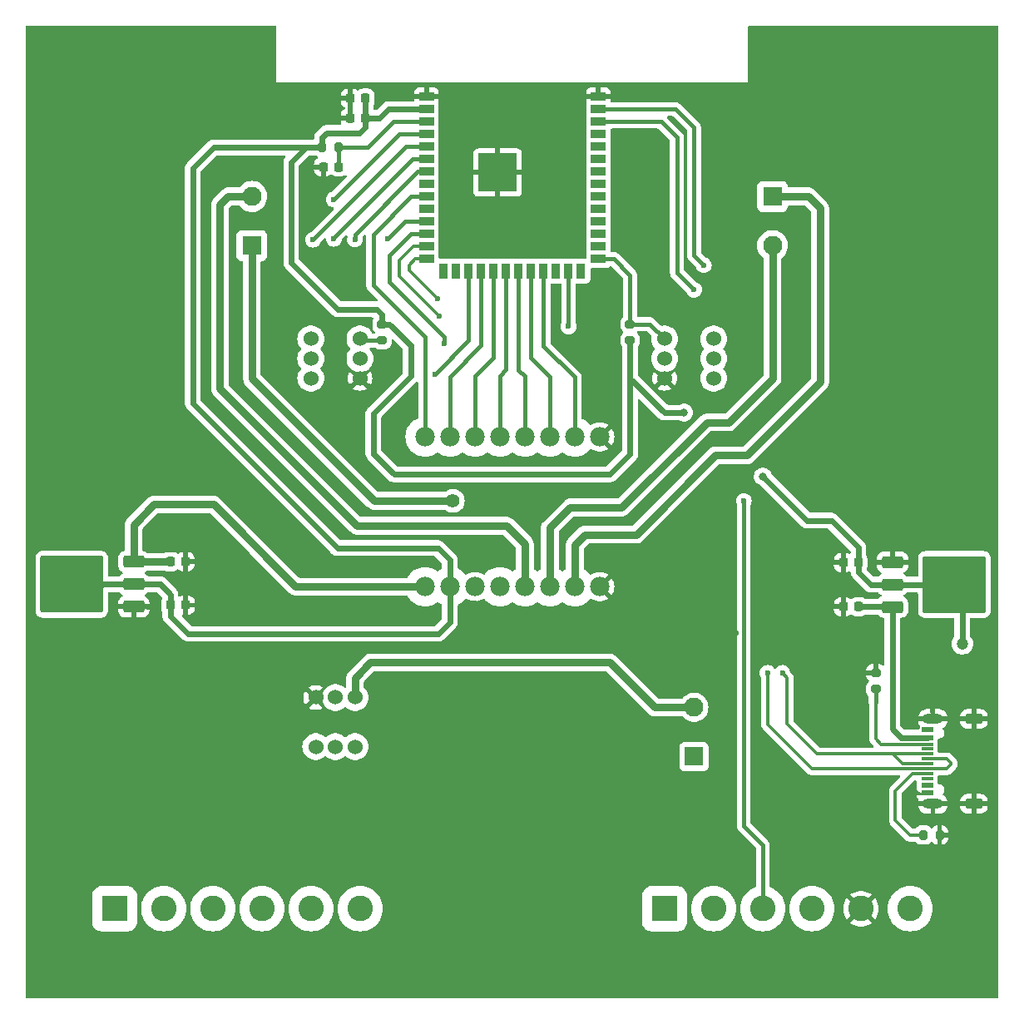
<source format=gbr>
%TF.GenerationSoftware,KiCad,Pcbnew,8.0.5*%
%TF.CreationDate,2024-11-07T23:04:13-05:00*%
%TF.ProjectId,LF02E1,4c463032-4531-42e6-9b69-6361645f7063,rev?*%
%TF.SameCoordinates,Original*%
%TF.FileFunction,Copper,L1,Top*%
%TF.FilePolarity,Positive*%
%FSLAX46Y46*%
G04 Gerber Fmt 4.6, Leading zero omitted, Abs format (unit mm)*
G04 Created by KiCad (PCBNEW 8.0.5) date 2024-11-07 23:04:13*
%MOMM*%
%LPD*%
G01*
G04 APERTURE LIST*
G04 Aperture macros list*
%AMRoundRect*
0 Rectangle with rounded corners*
0 $1 Rounding radius*
0 $2 $3 $4 $5 $6 $7 $8 $9 X,Y pos of 4 corners*
0 Add a 4 corners polygon primitive as box body*
4,1,4,$2,$3,$4,$5,$6,$7,$8,$9,$2,$3,0*
0 Add four circle primitives for the rounded corners*
1,1,$1+$1,$2,$3*
1,1,$1+$1,$4,$5*
1,1,$1+$1,$6,$7*
1,1,$1+$1,$8,$9*
0 Add four rect primitives between the rounded corners*
20,1,$1+$1,$2,$3,$4,$5,0*
20,1,$1+$1,$4,$5,$6,$7,0*
20,1,$1+$1,$6,$7,$8,$9,0*
20,1,$1+$1,$8,$9,$2,$3,0*%
G04 Aperture macros list end*
%TA.AperFunction,SMDPad,CuDef*%
%ADD10RoundRect,0.200000X-0.200000X-0.275000X0.200000X-0.275000X0.200000X0.275000X-0.200000X0.275000X0*%
%TD*%
%TA.AperFunction,SMDPad,CuDef*%
%ADD11RoundRect,0.225000X0.225000X0.250000X-0.225000X0.250000X-0.225000X-0.250000X0.225000X-0.250000X0*%
%TD*%
%TA.AperFunction,ComponentPad*%
%ADD12C,1.524000*%
%TD*%
%TA.AperFunction,SMDPad,CuDef*%
%ADD13RoundRect,0.225000X-0.225000X-0.250000X0.225000X-0.250000X0.225000X0.250000X-0.225000X0.250000X0*%
%TD*%
%TA.AperFunction,SMDPad,CuDef*%
%ADD14RoundRect,0.200000X0.275000X-0.200000X0.275000X0.200000X-0.275000X0.200000X-0.275000X-0.200000X0*%
%TD*%
%TA.AperFunction,ComponentPad*%
%ADD15R,1.950000X1.950000*%
%TD*%
%TA.AperFunction,ComponentPad*%
%ADD16C,1.950000*%
%TD*%
%TA.AperFunction,SMDPad,CuDef*%
%ADD17RoundRect,0.200000X-0.275000X0.200000X-0.275000X-0.200000X0.275000X-0.200000X0.275000X0.200000X0*%
%TD*%
%TA.AperFunction,SMDPad,CuDef*%
%ADD18R,1.150000X0.600000*%
%TD*%
%TA.AperFunction,SMDPad,CuDef*%
%ADD19R,1.150000X0.300000*%
%TD*%
%TA.AperFunction,ComponentPad*%
%ADD20O,2.100000X1.000000*%
%TD*%
%TA.AperFunction,ComponentPad*%
%ADD21RoundRect,0.250000X0.650000X-0.250000X0.650000X0.250000X-0.650000X0.250000X-0.650000X-0.250000X0*%
%TD*%
%TA.AperFunction,SMDPad,CuDef*%
%ADD22RoundRect,0.200000X0.200000X0.275000X-0.200000X0.275000X-0.200000X-0.275000X0.200000X-0.275000X0*%
%TD*%
%TA.AperFunction,ComponentPad*%
%ADD23R,2.600000X2.600000*%
%TD*%
%TA.AperFunction,ComponentPad*%
%ADD24C,2.600000*%
%TD*%
%TA.AperFunction,SMDPad,CuDef*%
%ADD25R,1.500000X0.900000*%
%TD*%
%TA.AperFunction,SMDPad,CuDef*%
%ADD26R,0.900000X1.500000*%
%TD*%
%TA.AperFunction,HeatsinkPad*%
%ADD27C,0.600000*%
%TD*%
%TA.AperFunction,SMDPad,CuDef*%
%ADD28R,3.900000X3.900000*%
%TD*%
%TA.AperFunction,ComponentPad*%
%ADD29C,1.980000*%
%TD*%
%TA.AperFunction,SMDPad,CuDef*%
%ADD30RoundRect,0.250000X-0.850000X-0.350000X0.850000X-0.350000X0.850000X0.350000X-0.850000X0.350000X0*%
%TD*%
%TA.AperFunction,SMDPad,CuDef*%
%ADD31RoundRect,0.250000X-1.275000X-1.125000X1.275000X-1.125000X1.275000X1.125000X-1.275000X1.125000X0*%
%TD*%
%TA.AperFunction,SMDPad,CuDef*%
%ADD32RoundRect,0.249997X-2.950003X-2.650003X2.950003X-2.650003X2.950003X2.650003X-2.950003X2.650003X0*%
%TD*%
%TA.AperFunction,SMDPad,CuDef*%
%ADD33RoundRect,0.250000X0.850000X0.350000X-0.850000X0.350000X-0.850000X-0.350000X0.850000X-0.350000X0*%
%TD*%
%TA.AperFunction,SMDPad,CuDef*%
%ADD34RoundRect,0.250000X1.275000X1.125000X-1.275000X1.125000X-1.275000X-1.125000X1.275000X-1.125000X0*%
%TD*%
%TA.AperFunction,SMDPad,CuDef*%
%ADD35RoundRect,0.249997X2.950003X2.650003X-2.950003X2.650003X-2.950003X-2.650003X2.950003X-2.650003X0*%
%TD*%
%TA.AperFunction,ViaPad*%
%ADD36C,0.600000*%
%TD*%
%TA.AperFunction,ViaPad*%
%ADD37C,0.800000*%
%TD*%
%TA.AperFunction,ViaPad*%
%ADD38C,1.200000*%
%TD*%
%TA.AperFunction,ViaPad*%
%ADD39C,1.400000*%
%TD*%
%TA.AperFunction,Conductor*%
%ADD40C,0.600000*%
%TD*%
%TA.AperFunction,Conductor*%
%ADD41C,0.800000*%
%TD*%
%TA.AperFunction,Conductor*%
%ADD42C,0.400000*%
%TD*%
%TA.AperFunction,Conductor*%
%ADD43C,0.300000*%
%TD*%
G04 APERTURE END LIST*
D10*
%TO.P,R3,1*%
%TO.N,/3.3V*%
X128175000Y-59399267D03*
%TO.P,R3,2*%
%TO.N,Net-(U5-EN)*%
X129825000Y-59399267D03*
%TD*%
D11*
%TO.P,C2,1*%
%TO.N,/3.3V*%
X182740000Y-101659267D03*
%TO.P,C2,2*%
%TO.N,GND*%
X181190000Y-101659267D03*
%TD*%
%TO.P,C1,1*%
%TO.N,/+5V*%
X182740000Y-106159267D03*
%TO.P,C1,2*%
%TO.N,GND*%
X181190000Y-106159267D03*
%TD*%
D12*
%TO.P,U6,1,at*%
%TO.N,GND*%
X163000000Y-82899267D03*
%TO.P,U6,2,at*%
%TO.N,unconnected-(U6-at-Pad2)*%
X163000000Y-80899267D03*
%TO.P,U6,3,n*%
%TO.N,Net-(U5-IO0)*%
X163000000Y-78899267D03*
%TO.P,U6,4,ot*%
%TO.N,unconnected-(U6-ot-Pad4)*%
X168000000Y-82899267D03*
%TO.P,U6,5,ot*%
%TO.N,unconnected-(U6-ot-Pad5)*%
X168000000Y-80899267D03*
%TO.P,U6,6,m*%
%TO.N,unconnected-(U6-m-Pad6)*%
X168000000Y-78899267D03*
%TD*%
D13*
%TO.P,C7,1*%
%TO.N,/3.3V*%
X112711624Y-106001063D03*
%TO.P,C7,2*%
%TO.N,GND*%
X114261624Y-106001063D03*
%TD*%
D14*
%TO.P,R2,1*%
%TO.N,/3.3V*%
X159500000Y-79049267D03*
%TO.P,R2,2*%
%TO.N,Net-(U5-IO0)*%
X159500000Y-77399267D03*
%TD*%
D13*
%TO.P,C6,1*%
%TO.N,/VIN*%
X112691924Y-101568494D03*
%TO.P,C6,2*%
%TO.N,GND*%
X114241924Y-101568494D03*
%TD*%
D11*
%TO.P,C4,1*%
%TO.N,/3.3V*%
X132550000Y-56399267D03*
%TO.P,C4,2*%
%TO.N,GND*%
X131000000Y-56399267D03*
%TD*%
%TO.P,C5,1*%
%TO.N,/3.3V*%
X132550000Y-54399267D03*
%TO.P,C5,2*%
%TO.N,GND*%
X131000000Y-54399267D03*
%TD*%
D15*
%TO.P,J2,1,Pin_1*%
%TO.N,/VIN*%
X166000000Y-121399267D03*
D16*
%TO.P,J2,2,Pin_2*%
%TO.N,Net-(J2-Pin_2)*%
X166000000Y-116399267D03*
%TD*%
D17*
%TO.P,R5,1*%
%TO.N,GND*%
X184500000Y-112899267D03*
%TO.P,R5,2*%
%TO.N,/CC2*%
X184500000Y-114549267D03*
%TD*%
D15*
%TO.P,J3,1,Pin_1*%
%TO.N,Net-(J3-Pin_1)*%
X121000000Y-69399267D03*
D16*
%TO.P,J3,2,Pin_2*%
%TO.N,Net-(J3-Pin_2)*%
X121000000Y-64399267D03*
%TD*%
D13*
%TO.P,C3,1*%
%TO.N,GND*%
X128275000Y-61399267D03*
%TO.P,C3,2*%
%TO.N,Net-(U5-EN)*%
X129825000Y-61399267D03*
%TD*%
D17*
%TO.P,R1,1*%
%TO.N,/3.3V*%
X134250000Y-77424267D03*
%TO.P,R1,2*%
%TO.N,/D4*%
X134250000Y-79074267D03*
%TD*%
D18*
%TO.P,J5,A1_B12,GND*%
%TO.N,GND*%
X189745000Y-125099267D03*
%TO.P,J5,A4_B9,VBUS*%
%TO.N,/+5V*%
X189745000Y-124299267D03*
D19*
%TO.P,J5,A5,CC1*%
%TO.N,/CC1*%
X189745000Y-123149267D03*
%TO.P,J5,A6,DP1*%
%TO.N,/D+*%
X189745000Y-122149267D03*
%TO.P,J5,A7,DN1*%
%TO.N,/D-*%
X189745000Y-121649267D03*
%TO.P,J5,A8,SBU1*%
%TO.N,unconnected-(J5-SBU1-PadA8)*%
X189745000Y-120649267D03*
D18*
%TO.P,J5,B1_A12,GND__1*%
%TO.N,GND*%
X189745000Y-118699267D03*
%TO.P,J5,B4_A9,VBUS__1*%
%TO.N,/+5V*%
X189745000Y-119499267D03*
D19*
%TO.P,J5,B5,CC2*%
%TO.N,/CC2*%
X189745000Y-120149267D03*
%TO.P,J5,B6,DP2*%
%TO.N,/D+*%
X189745000Y-121149267D03*
%TO.P,J5,B7,DN2*%
%TO.N,/D-*%
X189745000Y-122649267D03*
%TO.P,J5,B8,SBU2*%
%TO.N,unconnected-(J5-SBU2-PadB8)*%
X189745000Y-123649267D03*
D20*
%TO.P,J5,SH1,SHELL_GND*%
%TO.N,GND*%
X190320000Y-126219267D03*
%TO.P,J5,SH2,SHELL_GND__1*%
X190320000Y-117579267D03*
D21*
%TO.P,J5,SH3,SHELL_GND__2*%
X194500000Y-126219267D03*
%TO.P,J5,SH4,SHELL_GND__3*%
X194500000Y-117579267D03*
%TD*%
D12*
%TO.P,U4,1,at*%
%TO.N,GND*%
X127500000Y-115399267D03*
%TO.P,U4,2,at*%
%TO.N,unconnected-(U4-at-Pad2)*%
X129500000Y-115399267D03*
%TO.P,U4,3,n*%
%TO.N,Net-(J2-Pin_2)*%
X131500000Y-115399267D03*
%TO.P,U4,4,ot*%
%TO.N,unconnected-(U4-ot-Pad4)*%
X127500000Y-120399267D03*
%TO.P,U4,5,ot*%
%TO.N,unconnected-(U4-ot-Pad5)*%
X129500000Y-120399267D03*
%TO.P,U4,6,m*%
%TO.N,unconnected-(U4-m-Pad6)*%
X131500000Y-120399267D03*
%TD*%
D22*
%TO.P,R4,1*%
%TO.N,GND*%
X191000000Y-129399267D03*
%TO.P,R4,2*%
%TO.N,/CC1*%
X189350000Y-129399267D03*
%TD*%
D12*
%TO.P,U3,1,at*%
%TO.N,/D4*%
X132000000Y-78899267D03*
%TO.P,U3,2,at*%
%TO.N,unconnected-(U3-at-Pad2)*%
X132000000Y-80899267D03*
%TO.P,U3,3,n*%
%TO.N,GND*%
X132000000Y-82899267D03*
%TO.P,U3,4,ot*%
%TO.N,unconnected-(U3-ot-Pad4)*%
X127000000Y-78899267D03*
%TO.P,U3,5,ot*%
%TO.N,unconnected-(U3-ot-Pad5)*%
X127000000Y-80899267D03*
%TO.P,U3,6,m*%
%TO.N,unconnected-(U3-m-Pad6)*%
X127000000Y-82899267D03*
%TD*%
D23*
%TO.P,J7,1,Pin_1*%
%TO.N,/A6*%
X163000000Y-136899267D03*
D24*
%TO.P,J7,2,Pin_2*%
%TO.N,/A7*%
X168000000Y-136899267D03*
%TO.P,J7,3,Pin_3*%
%TO.N,/D2*%
X173000000Y-136899267D03*
%TO.P,J7,4,Pin_4*%
%TO.N,/3.3V*%
X178000000Y-136899267D03*
%TO.P,J7,5,Pin_5*%
%TO.N,GND*%
X183000000Y-136899267D03*
%TO.P,J7,6,Pin_6*%
%TO.N,unconnected-(J7-Pin_6-Pad6)*%
X188000000Y-136899267D03*
%TD*%
D25*
%TO.P,U5,1,GND*%
%TO.N,GND*%
X138768867Y-54246897D03*
%TO.P,U5,2,3V3*%
%TO.N,/3.3V*%
X138768867Y-55516897D03*
%TO.P,U5,3,EN*%
%TO.N,Net-(U5-EN)*%
X138768867Y-56786897D03*
%TO.P,U5,4,IO4*%
%TO.N,/A0*%
X138768867Y-58056897D03*
%TO.P,U5,5,IO5*%
%TO.N,/A1*%
X138768867Y-59326897D03*
%TO.P,U5,6,IO6*%
%TO.N,/A2*%
X138768867Y-60596897D03*
%TO.P,U5,7,IO7*%
%TO.N,/A3*%
X138768867Y-61866897D03*
%TO.P,U5,8,IO15*%
%TO.N,unconnected-(U5-IO15-Pad8)*%
X138768867Y-63136897D03*
%TO.P,U5,9,IO16*%
%TO.N,/D3*%
X138768867Y-64406897D03*
%TO.P,U5,10,IO17*%
%TO.N,unconnected-(U5-IO17-Pad10)*%
X138768867Y-65676897D03*
%TO.P,U5,11,IO18*%
%TO.N,/D4*%
X138768867Y-66946897D03*
%TO.P,U5,12,IO8*%
%TO.N,/A4*%
X138768867Y-68216897D03*
%TO.P,U5,13,IO19*%
%TO.N,/D-*%
X138768867Y-69486897D03*
%TO.P,U5,14,IO20*%
%TO.N,/D+*%
X138768867Y-70756897D03*
D26*
%TO.P,U5,15,IO3*%
%TO.N,unconnected-(U5-IO3-Pad15)*%
X140533867Y-72006897D03*
%TO.P,U5,16,IO46*%
%TO.N,unconnected-(U5-IO46-Pad16)*%
X141803867Y-72006897D03*
%TO.P,U5,17,IO9*%
%TO.N,/A5*%
X143073867Y-72006897D03*
%TO.P,U5,18,IO10*%
%TO.N,/D7*%
X144343867Y-72006897D03*
%TO.P,U5,19,IO11*%
%TO.N,/D6*%
X145613867Y-72006897D03*
%TO.P,U5,20,IO12*%
%TO.N,/D10*%
X146883867Y-72006897D03*
%TO.P,U5,21,IO13*%
%TO.N,/D8*%
X148153867Y-72006897D03*
%TO.P,U5,22,IO14*%
%TO.N,/D9*%
X149423867Y-72006897D03*
%TO.P,U5,23,IO21*%
%TO.N,/D5*%
X150693867Y-72006897D03*
%TO.P,U5,24,IO47*%
%TO.N,unconnected-(U5-IO47-Pad24)*%
X151963867Y-72006897D03*
%TO.P,U5,25,IO48*%
%TO.N,/D2*%
X153233867Y-72006897D03*
%TO.P,U5,26,IO45*%
%TO.N,unconnected-(U5-IO45-Pad26)*%
X154503867Y-72006897D03*
D25*
%TO.P,U5,27,IO0*%
%TO.N,Net-(U5-IO0)*%
X156268867Y-70756897D03*
%TO.P,U5,28,IO35*%
%TO.N,unconnected-(U5-IO35-Pad28)*%
X156268867Y-69486897D03*
%TO.P,U5,29,IO36*%
%TO.N,unconnected-(U5-IO36-Pad29)*%
X156268867Y-68216897D03*
%TO.P,U5,30,IO37*%
%TO.N,unconnected-(U5-IO37-Pad30)*%
X156268867Y-66946897D03*
%TO.P,U5,31,IO38*%
%TO.N,unconnected-(U5-IO38-Pad31)*%
X156268867Y-65676897D03*
%TO.P,U5,32,IO39*%
%TO.N,unconnected-(U5-IO39-Pad32)*%
X156268867Y-64406897D03*
%TO.P,U5,33,IO40*%
%TO.N,unconnected-(U5-IO40-Pad33)*%
X156268867Y-63136897D03*
%TO.P,U5,34,IO41*%
%TO.N,unconnected-(U5-IO41-Pad34)*%
X156268867Y-61866897D03*
%TO.P,U5,35,IO42*%
%TO.N,unconnected-(U5-IO42-Pad35)*%
X156268867Y-60596897D03*
%TO.P,U5,36,RXD0*%
%TO.N,unconnected-(U5-RXD0-Pad36)*%
X156268867Y-59326897D03*
%TO.P,U5,37,TXD0*%
%TO.N,unconnected-(U5-TXD0-Pad37)*%
X156268867Y-58056897D03*
%TO.P,U5,38,IO2*%
%TO.N,/A6*%
X156268867Y-56786897D03*
%TO.P,U5,39,IO1*%
%TO.N,/A7*%
X156268867Y-55516897D03*
%TO.P,U5,40,GND*%
%TO.N,GND*%
X156268867Y-54246897D03*
D27*
%TO.P,U5,41,GND*%
X144618867Y-61266897D03*
X144618867Y-62666897D03*
X145318867Y-60566897D03*
X145318867Y-61966897D03*
X145318867Y-63366897D03*
X146018867Y-61266897D03*
D28*
X146018867Y-61966897D03*
D27*
X146018867Y-62666897D03*
X146718867Y-60566897D03*
X146718867Y-61966897D03*
X146718867Y-63366897D03*
X147418867Y-61266897D03*
X147418867Y-62666897D03*
%TD*%
D15*
%TO.P,J4,1,Pin_1*%
%TO.N,Net-(J4-Pin_1)*%
X174000000Y-64399267D03*
D16*
%TO.P,J4,2,Pin_2*%
%TO.N,Net-(J4-Pin_2)*%
X174000000Y-69399267D03*
%TD*%
D29*
%TO.P,U1,1,VM*%
%TO.N,/VIN*%
X138621404Y-104114059D03*
%TO.P,U1,2,VCC*%
%TO.N,/3.3V*%
X141161404Y-104114059D03*
%TO.P,U1,3,GND*%
%TO.N,GND*%
X143701404Y-104114059D03*
%TO.P,U1,4,A01*%
%TO.N,Net-(J3-Pin_1)*%
X146241404Y-104114059D03*
%TO.P,U1,5,A02*%
%TO.N,Net-(J3-Pin_2)*%
X148781404Y-104114059D03*
%TO.P,U1,6,B02*%
%TO.N,Net-(J4-Pin_2)*%
X151321404Y-104114059D03*
%TO.P,U1,7,B01*%
%TO.N,Net-(J4-Pin_1)*%
X153861404Y-104114059D03*
%TO.P,U1,8,GND*%
%TO.N,GND*%
X156401404Y-104114059D03*
%TO.P,U1,9,GND*%
X156401404Y-88874059D03*
%TO.P,U1,10,PWMB*%
%TO.N,/D5*%
X153861404Y-88874059D03*
%TO.P,U1,11,BI2*%
%TO.N,/D9*%
X151321404Y-88874059D03*
%TO.P,U1,12,BI1*%
%TO.N,/D8*%
X148781404Y-88874059D03*
%TO.P,U1,13,STBY*%
%TO.N,/D10*%
X146241404Y-88874059D03*
%TO.P,U1,14,AI1*%
%TO.N,/D6*%
X143701404Y-88874059D03*
%TO.P,U1,15,AI2*%
%TO.N,/D7*%
X141161404Y-88874059D03*
%TO.P,U1,16,PWMA*%
%TO.N,/D3*%
X138621404Y-88874059D03*
%TD*%
D23*
%TO.P,J6,1,Pin_1*%
%TO.N,/A0*%
X107025000Y-136899267D03*
D24*
%TO.P,J6,2,Pin_2*%
%TO.N,/A1*%
X112025000Y-136899267D03*
%TO.P,J6,3,Pin_3*%
%TO.N,/A2*%
X117025000Y-136899267D03*
%TO.P,J6,4,Pin_4*%
%TO.N,/A3*%
X122025000Y-136899267D03*
%TO.P,J6,5,Pin_5*%
%TO.N,/A4*%
X127025000Y-136899267D03*
%TO.P,J6,6,Pin_6*%
%TO.N,/A5*%
X132025000Y-136899267D03*
%TD*%
D30*
%TO.P,U7,1,GND*%
%TO.N,GND*%
X186200000Y-101619267D03*
%TO.P,U7,2,VO*%
%TO.N,/3.3V*%
X186200000Y-103899267D03*
D31*
X190825000Y-102374267D03*
X190825000Y-105424267D03*
D32*
X192500000Y-103899267D03*
D31*
X194175000Y-102374267D03*
X194175000Y-105424267D03*
D30*
%TO.P,U7,3,VI*%
%TO.N,/+5V*%
X186200000Y-106179267D03*
%TD*%
D33*
%TO.P,U2,1,GND*%
%TO.N,GND*%
X108975000Y-106154267D03*
%TO.P,U2,2,VO*%
%TO.N,/3.3V*%
X108975000Y-103874267D03*
D34*
X104350000Y-105399267D03*
X104350000Y-102349267D03*
D35*
X102675000Y-103874267D03*
D34*
X101000000Y-105399267D03*
X101000000Y-102349267D03*
D33*
%TO.P,U2,3,VI*%
%TO.N,/VIN*%
X108975000Y-101594267D03*
%TD*%
D36*
%TO.N,GND*%
X100725000Y-93199267D03*
X194523642Y-125318895D03*
X139875000Y-54224267D03*
X100650000Y-85549267D03*
X190316246Y-116689955D03*
X150075000Y-61199267D03*
X170317607Y-108871036D03*
X127000000Y-99274267D03*
X127942488Y-106592267D03*
X164535839Y-82974085D03*
X194536239Y-127951666D03*
X136631822Y-53400487D03*
X194485851Y-119373115D03*
X108961045Y-107109730D03*
X156397732Y-87109593D03*
X182925000Y-139974267D03*
X154424862Y-54311989D03*
X130150000Y-56399267D03*
X185350000Y-85724267D03*
X185550000Y-95274267D03*
X127492183Y-113585688D03*
X143732816Y-105782858D03*
X132850000Y-83724267D03*
X158455900Y-54244805D03*
X101041853Y-112340901D03*
X163399871Y-129167652D03*
X196400000Y-121949267D03*
X162825921Y-108824297D03*
X108750000Y-112149267D03*
X111000000Y-85374267D03*
X183557565Y-112889705D03*
X130132040Y-54400821D03*
X118850000Y-50174267D03*
X184500000Y-112074267D03*
X180312391Y-106146551D03*
X194473254Y-116727746D03*
X186198916Y-100675568D03*
X162889693Y-100023723D03*
X131150000Y-83674267D03*
X156429073Y-90810712D03*
X175675000Y-58849267D03*
X111042835Y-93008773D03*
X183000000Y-134249267D03*
X110523072Y-106190149D03*
X104075000Y-50124267D03*
X188075000Y-50399267D03*
X190341440Y-127762711D03*
X130825000Y-126749267D03*
X118700000Y-56999267D03*
X175300000Y-50599267D03*
X180293849Y-101652815D03*
X150250000Y-66099267D03*
X127475000Y-61424267D03*
X108750000Y-119299267D03*
X127492183Y-117107247D03*
X188741354Y-118420497D03*
X188525000Y-125124267D03*
X101050000Y-119474267D03*
X101041853Y-126817207D03*
X143325000Y-65999267D03*
%TO.N,/A1*%
X127225000Y-68798069D03*
%TO.N,/A5*%
X139625000Y-82524267D03*
D37*
%TO.N,/3.3V*%
X165000000Y-86399267D03*
X173000000Y-92899267D03*
D38*
X193300000Y-109924267D03*
D36*
%TO.N,/A7*%
X167000000Y-71399267D03*
%TO.N,/A6*%
X166000000Y-73899267D03*
%TO.N,/A3*%
X131500000Y-68774267D03*
%TO.N,/A0*%
X129350000Y-64704179D03*
%TO.N,/A2*%
X129350000Y-68724267D03*
D39*
%TO.N,Net-(J3-Pin_1)*%
X141461514Y-95380508D03*
D36*
%TO.N,/D2*%
X171075000Y-95399267D03*
X153233867Y-77633134D03*
%TO.N,/A4*%
X140550000Y-79399267D03*
%TO.N,/D4*%
X134862500Y-68711767D03*
%TO.N,/D-*%
X173487500Y-112886767D03*
X140075000Y-76599267D03*
%TO.N,/D+*%
X175000000Y-112899267D03*
X139875000Y-74799267D03*
%TD*%
D40*
%TO.N,/3.3V*%
X115000000Y-85499267D02*
X115000000Y-61499267D01*
X129700000Y-100199267D02*
X115000000Y-85499267D01*
X115000000Y-61499267D02*
X117100000Y-59399267D01*
X117100000Y-59399267D02*
X128175000Y-59399267D01*
X139950000Y-100199267D02*
X129700000Y-100199267D01*
X141161404Y-101410671D02*
X139950000Y-100199267D01*
X141161404Y-104114059D02*
X141161404Y-101410671D01*
D41*
%TO.N,/VIN*%
X111050000Y-95749267D02*
X117100000Y-95749267D01*
X108975000Y-97824267D02*
X111050000Y-95749267D01*
X108975000Y-101594267D02*
X108975000Y-97824267D01*
X117100000Y-95749267D02*
X125464792Y-104114059D01*
X125464792Y-104114059D02*
X138621404Y-104114059D01*
%TO.N,Net-(J3-Pin_1)*%
X121000000Y-82949267D02*
X121000000Y-69399267D01*
X141461514Y-95380508D02*
X133431241Y-95380508D01*
X133431241Y-95380508D02*
X121000000Y-82949267D01*
%TO.N,Net-(J3-Pin_2)*%
X117750000Y-83949267D02*
X131725000Y-97924267D01*
X148781404Y-99755671D02*
X148781404Y-104114059D01*
X117750000Y-65249267D02*
X117750000Y-83949267D01*
X131725000Y-97924267D02*
X146950000Y-97924267D01*
X118600000Y-64399267D02*
X117750000Y-65249267D01*
X146950000Y-97924267D02*
X148781404Y-99755671D01*
X121000000Y-64399267D02*
X118600000Y-64399267D01*
D42*
%TO.N,/D4*%
X132175000Y-79074267D02*
X134250000Y-79074267D01*
X132000000Y-78899267D02*
X132175000Y-79074267D01*
%TO.N,/A3*%
X137902202Y-61866897D02*
X138768867Y-61866897D01*
X131500000Y-68269099D02*
X137902202Y-61866897D01*
X131500000Y-68774267D02*
X131500000Y-68269099D01*
%TO.N,/A2*%
X129350000Y-68592465D02*
X137345568Y-60596897D01*
X137345568Y-60596897D02*
X138768867Y-60596897D01*
X129350000Y-68724267D02*
X129350000Y-68592465D01*
%TO.N,/D4*%
X136627370Y-66946897D02*
X138768867Y-66946897D01*
X134862500Y-68711767D02*
X136627370Y-66946897D01*
%TO.N,/D3*%
X133350000Y-73446058D02*
X138621404Y-78717462D01*
X133350000Y-68257915D02*
X133350000Y-73446058D01*
X137201018Y-64406897D02*
X133350000Y-68257915D01*
X138768867Y-64406897D02*
X137201018Y-64406897D01*
X138621404Y-78717462D02*
X138621404Y-88874059D01*
%TO.N,/A1*%
X127225000Y-68798069D02*
X127225000Y-68798068D01*
X136696171Y-59326897D02*
X138768867Y-59326897D01*
X127225000Y-68798068D02*
X136696171Y-59326897D01*
%TO.N,/D8*%
X148153867Y-82053134D02*
X148781404Y-82680671D01*
X148781404Y-82680671D02*
X148781404Y-88874059D01*
X148153867Y-72006897D02*
X148153867Y-82053134D01*
%TO.N,/D6*%
X145613867Y-72006897D02*
X145613867Y-80785400D01*
X145613867Y-80785400D02*
X143701404Y-82697863D01*
X143701404Y-82697863D02*
X143701404Y-88874059D01*
%TO.N,/A5*%
X139625000Y-82524267D02*
X143073867Y-79075400D01*
X143073867Y-79075400D02*
X143073867Y-72006897D01*
%TO.N,/D9*%
X149423867Y-80823134D02*
X151321404Y-82720671D01*
X151321404Y-82720671D02*
X151321404Y-88874059D01*
X149423867Y-72006897D02*
X149423867Y-80823134D01*
D40*
%TO.N,/3.3V*%
X182740000Y-101659267D02*
X182740000Y-102659267D01*
X132550000Y-57349267D02*
X132550000Y-56399267D01*
X135475000Y-92699267D02*
X157425000Y-92699267D01*
X134000000Y-56399267D02*
X134882370Y-55516897D01*
X135025000Y-77424267D02*
X137175000Y-79574267D01*
X112711624Y-104910891D02*
X111675000Y-103874267D01*
X126500000Y-59399267D02*
X125000000Y-60899267D01*
D41*
X193500000Y-106099267D02*
X194175000Y-105424267D01*
D40*
X128175000Y-59399267D02*
X126500000Y-59399267D01*
X141161404Y-107737863D02*
X141161404Y-104114059D01*
X137175000Y-82699267D02*
X133375000Y-86499267D01*
X159500000Y-90624267D02*
X159500000Y-82899267D01*
X173007668Y-92899267D02*
X177507668Y-97399267D01*
X193300000Y-109924267D02*
X193300000Y-106299267D01*
X125000000Y-71149267D02*
X129750000Y-75899267D01*
X173000000Y-92899267D02*
X173007668Y-92899267D01*
X177507668Y-97399267D02*
X180000000Y-97399267D01*
X133725000Y-75899267D02*
X134250000Y-76424267D01*
X114525000Y-108924267D02*
X139975000Y-108924267D01*
X159500000Y-79049267D02*
X159500000Y-82899267D01*
X180000000Y-97399267D02*
X182740000Y-100139267D01*
X182740000Y-100139267D02*
X182740000Y-101659267D01*
X112711624Y-106001063D02*
X112711624Y-104910891D01*
X105875000Y-103874267D02*
X104350000Y-105399267D01*
X129750000Y-75899267D02*
X133725000Y-75899267D01*
X157425000Y-92699267D02*
X159500000Y-90624267D01*
X182740000Y-102659267D02*
X183980000Y-103899267D01*
X134882370Y-55516897D02*
X138768867Y-55516897D01*
X128175000Y-59399267D02*
X128175000Y-58374267D01*
X111675000Y-103874267D02*
X108975000Y-103874267D01*
X183980000Y-103899267D02*
X186200000Y-103899267D01*
X134250000Y-76424267D02*
X134250000Y-77424267D01*
X112711624Y-106001063D02*
X112711624Y-107110891D01*
X137175000Y-79574267D02*
X137175000Y-82699267D01*
X128175000Y-58374267D02*
X128625000Y-57924267D01*
X125000000Y-60899267D02*
X125000000Y-71149267D01*
X165000000Y-86399267D02*
X163000000Y-86399267D01*
X139975000Y-108924267D02*
X141161404Y-107737863D01*
X131975000Y-57924267D02*
X132550000Y-57349267D01*
X128625000Y-57924267D02*
X131975000Y-57924267D01*
X132550000Y-54399267D02*
X132550000Y-56399267D01*
X132550000Y-56399267D02*
X134000000Y-56399267D01*
X134250000Y-77424267D02*
X135025000Y-77424267D01*
X112711624Y-107110891D02*
X114525000Y-108924267D01*
X186200000Y-103899267D02*
X192500000Y-103899267D01*
X163000000Y-86399267D02*
X159500000Y-82899267D01*
X193300000Y-106299267D02*
X193500000Y-106099267D01*
X133375000Y-86499267D02*
X133375000Y-90599267D01*
X108975000Y-103874267D02*
X105875000Y-103874267D01*
X133375000Y-90599267D02*
X135475000Y-92699267D01*
D42*
%TO.N,/D7*%
X144343867Y-79555400D02*
X141161404Y-82737863D01*
X144343867Y-72006897D02*
X144343867Y-79555400D01*
X141161404Y-82737863D02*
X141161404Y-88874059D01*
%TO.N,/A7*%
X166000000Y-57399267D02*
X164117630Y-55516897D01*
X164117630Y-55516897D02*
X156268867Y-55516897D01*
X167000000Y-71399267D02*
X166000000Y-70399267D01*
X166000000Y-70399267D02*
X166000000Y-57399267D01*
%TO.N,/A6*%
X162637630Y-56786897D02*
X164250000Y-58399267D01*
X156268867Y-56786897D02*
X162637630Y-56786897D01*
X164250000Y-72149267D02*
X166000000Y-73899267D01*
X164250000Y-58399267D02*
X164250000Y-72149267D01*
%TO.N,/A0*%
X135997282Y-58056897D02*
X138768867Y-58056897D01*
X129350000Y-64704179D02*
X135997282Y-58056897D01*
%TO.N,/D5*%
X150693867Y-72006897D02*
X150693867Y-79593134D01*
X150693867Y-79593134D02*
X153861404Y-82760671D01*
X153861404Y-82760671D02*
X153861404Y-88874059D01*
%TO.N,/D10*%
X146883867Y-82015400D02*
X146213867Y-82685400D01*
X146213867Y-82685400D02*
X146213867Y-88846522D01*
X146213867Y-88846522D02*
X146241404Y-88874059D01*
X146883867Y-72006897D02*
X146883867Y-82015400D01*
%TO.N,/D2*%
X153233867Y-77633134D02*
X153233867Y-72006897D01*
X171075000Y-128474267D02*
X173000000Y-130399267D01*
X171075000Y-95399267D02*
X171075000Y-128474267D01*
X173000000Y-130399267D02*
X173000000Y-136899267D01*
D41*
%TO.N,Net-(J4-Pin_1)*%
X177650000Y-64399267D02*
X178850000Y-65599267D01*
X160100000Y-98824267D02*
X154875000Y-98824267D01*
X178850000Y-83299267D02*
X171400000Y-90749267D01*
X178850000Y-65599267D02*
X178850000Y-83299267D01*
X153861404Y-99837863D02*
X153861404Y-104114059D01*
X168175000Y-90749267D02*
X160100000Y-98824267D01*
X174000000Y-64399267D02*
X177650000Y-64399267D01*
X154875000Y-98824267D02*
X153861404Y-99837863D01*
X171400000Y-90749267D02*
X168175000Y-90749267D01*
%TO.N,/VIN*%
X108975000Y-101594267D02*
X112666151Y-101594267D01*
X112666151Y-101594267D02*
X112691924Y-101568494D01*
%TO.N,Net-(J4-Pin_2)*%
X151321404Y-104114059D02*
X151321404Y-98127863D01*
X174000000Y-82899267D02*
X174000000Y-69399267D01*
X169500000Y-87399267D02*
X174000000Y-82899267D01*
X151321404Y-98127863D02*
X153400000Y-96049267D01*
X153400000Y-96049267D02*
X158650000Y-96049267D01*
X158650000Y-96049267D02*
X167300000Y-87399267D01*
X167300000Y-87399267D02*
X169500000Y-87399267D01*
D42*
%TO.N,/A4*%
X140550000Y-79399267D02*
X140550000Y-78688638D01*
X140550000Y-78688638D02*
X135000000Y-73138638D01*
X135000000Y-73138638D02*
X135000000Y-70367515D01*
X135000000Y-70367515D02*
X137150618Y-68216897D01*
X137150618Y-68216897D02*
X138768867Y-68216897D01*
D41*
%TO.N,Net-(J2-Pin_2)*%
X157400000Y-111824267D02*
X161975000Y-116399267D01*
X133075000Y-111824267D02*
X157400000Y-111824267D01*
X131500000Y-113399267D02*
X133075000Y-111824267D01*
X161975000Y-116399267D02*
X166000000Y-116399267D01*
X131500000Y-115399267D02*
X131500000Y-113399267D01*
D43*
%TO.N,/D-*%
X189745000Y-121649267D02*
X191750000Y-121649267D01*
X192175000Y-122074267D02*
X192175000Y-122186767D01*
X192175000Y-122186767D02*
X191712500Y-122649267D01*
X178000000Y-122649267D02*
X189745000Y-122649267D01*
X136000000Y-72524267D02*
X136000000Y-70899267D01*
X137412370Y-69486897D02*
X138768867Y-69486897D01*
X140075000Y-76599267D02*
X136000000Y-72524267D01*
X191712500Y-122649267D02*
X189745000Y-122649267D01*
X173487500Y-112886767D02*
X173487500Y-118136767D01*
X173487500Y-118136767D02*
X178000000Y-122649267D01*
X191750000Y-121649267D02*
X192175000Y-122074267D01*
X136000000Y-70899267D02*
X137412370Y-69486897D01*
D42*
%TO.N,Net-(U5-IO0)*%
X159500000Y-72399267D02*
X159500000Y-77399267D01*
X156268867Y-70756897D02*
X157857630Y-70756897D01*
X161500000Y-77399267D02*
X163000000Y-78899267D01*
X157857630Y-70756897D02*
X159500000Y-72399267D01*
X159500000Y-77399267D02*
X161500000Y-77399267D01*
%TO.N,Net-(U5-EN)*%
X129825000Y-61399267D02*
X129825000Y-59399267D01*
X132798740Y-59399267D02*
X135411110Y-56786897D01*
X135411110Y-56786897D02*
X138768867Y-56786897D01*
X129825000Y-59399267D02*
X132798740Y-59399267D01*
D43*
%TO.N,/D+*%
X137000000Y-71399267D02*
X137642370Y-70756897D01*
X137000000Y-71899267D02*
X137000000Y-71399267D01*
X178550000Y-121149267D02*
X186250000Y-121149267D01*
X137642370Y-70756897D02*
X138768867Y-70756897D01*
X189745000Y-122149267D02*
X187250000Y-122149267D01*
X186250000Y-121149267D02*
X189745000Y-121149267D01*
X175500000Y-113399267D02*
X175500000Y-118099267D01*
X175500000Y-118099267D02*
X178550000Y-121149267D01*
X139875000Y-74774267D02*
X137000000Y-71899267D01*
X175000000Y-112899267D02*
X175500000Y-113399267D01*
X187250000Y-122149267D02*
X186250000Y-121149267D01*
X139875000Y-74799267D02*
X139875000Y-74774267D01*
D40*
%TO.N,/+5V*%
X189745000Y-119499267D02*
X187075000Y-119499267D01*
X186175000Y-118599267D02*
X186175000Y-106204267D01*
X186175000Y-106204267D02*
X186200000Y-106179267D01*
X186180000Y-106159267D02*
X186200000Y-106179267D01*
X182740000Y-106159267D02*
X186180000Y-106159267D01*
X187075000Y-119499267D02*
X186175000Y-118599267D01*
D43*
%TO.N,/CC1*%
X186500000Y-125899267D02*
X186500000Y-124899267D01*
X186500000Y-125899267D02*
X186500000Y-127899267D01*
X186500000Y-124899267D02*
X188250000Y-123149267D01*
X188000000Y-129399267D02*
X189350000Y-129399267D01*
X188250000Y-123149267D02*
X189745000Y-123149267D01*
X186500000Y-127899267D02*
X188000000Y-129399267D01*
D42*
%TO.N,/CC2*%
X184500000Y-115899267D02*
X184500000Y-114549267D01*
D43*
X185050000Y-120149267D02*
X189745000Y-120149267D01*
X184500000Y-115899267D02*
X184500000Y-119599267D01*
X184500000Y-119599267D02*
X185050000Y-120149267D01*
%TD*%
%TA.AperFunction,Conductor*%
%TO.N,GND*%
G36*
X116742677Y-96669452D02*
G01*
X116763319Y-96686086D01*
X120771001Y-100693767D01*
X124765328Y-104688094D01*
X124828701Y-104751467D01*
X124890758Y-104813524D01*
X125038241Y-104912070D01*
X125038243Y-104912070D01*
X125038245Y-104912072D01*
X125189606Y-104974767D01*
X125189607Y-104974768D01*
X125202121Y-104979951D01*
X125202126Y-104979953D01*
X125202130Y-104979953D01*
X125202131Y-104979954D01*
X125376097Y-105014559D01*
X125376100Y-105014559D01*
X125376101Y-105014559D01*
X136771627Y-105014559D01*
X136838666Y-105034244D01*
X136880459Y-105079132D01*
X136942607Y-105192948D01*
X136942612Y-105192956D01*
X137113234Y-105420881D01*
X137113250Y-105420899D01*
X137314563Y-105622212D01*
X137314581Y-105622228D01*
X137542506Y-105792850D01*
X137542514Y-105792855D01*
X137792402Y-105929304D01*
X137792406Y-105929306D01*
X137792408Y-105929307D01*
X138059183Y-106028809D01*
X138198293Y-106059070D01*
X138337397Y-106089331D01*
X138337399Y-106089331D01*
X138337403Y-106089332D01*
X138589783Y-106107382D01*
X138621403Y-106109644D01*
X138621404Y-106109644D01*
X138621405Y-106109644D01*
X138649856Y-106107609D01*
X138905405Y-106089332D01*
X139183625Y-106028809D01*
X139450400Y-105929307D01*
X139700299Y-105792852D01*
X139817094Y-105705419D01*
X139882558Y-105681003D01*
X139950831Y-105695855D01*
X139965707Y-105705415D01*
X140082509Y-105792852D01*
X140082514Y-105792855D01*
X140082519Y-105792858D01*
X140296330Y-105909607D01*
X140345736Y-105959012D01*
X140360904Y-106018439D01*
X140360904Y-107354923D01*
X140341219Y-107421962D01*
X140324585Y-107442604D01*
X139679741Y-108087448D01*
X139618418Y-108120933D01*
X139592060Y-108123767D01*
X114907940Y-108123767D01*
X114840901Y-108104082D01*
X114820259Y-108087448D01*
X113920554Y-107187743D01*
X113887069Y-107126420D01*
X113892053Y-107056728D01*
X113933925Y-107000795D01*
X113999389Y-106976378D01*
X114008230Y-106976062D01*
X114511624Y-106976062D01*
X114534932Y-106976062D01*
X114534946Y-106976061D01*
X114634231Y-106965918D01*
X114795105Y-106912610D01*
X114795116Y-106912605D01*
X114939352Y-106823638D01*
X114939356Y-106823635D01*
X115059196Y-106703795D01*
X115059199Y-106703791D01*
X115148166Y-106559555D01*
X115148171Y-106559544D01*
X115201479Y-106398669D01*
X115211623Y-106299385D01*
X115211624Y-106299372D01*
X115211624Y-106251063D01*
X114511624Y-106251063D01*
X114511624Y-106976062D01*
X114008230Y-106976062D01*
X114011624Y-106976061D01*
X114011624Y-105751063D01*
X114511624Y-105751063D01*
X115211623Y-105751063D01*
X115211623Y-105702755D01*
X115211622Y-105702740D01*
X115201479Y-105603455D01*
X115148171Y-105442581D01*
X115148166Y-105442570D01*
X115059199Y-105298334D01*
X115059196Y-105298330D01*
X114939356Y-105178490D01*
X114939352Y-105178487D01*
X114795116Y-105089520D01*
X114795105Y-105089515D01*
X114634230Y-105036207D01*
X114534946Y-105026063D01*
X114511624Y-105026063D01*
X114511624Y-105751063D01*
X114011624Y-105751063D01*
X114011624Y-105026062D01*
X113988317Y-105026063D01*
X113988298Y-105026064D01*
X113889016Y-105036207D01*
X113728142Y-105089515D01*
X113728133Y-105089519D01*
X113701220Y-105106120D01*
X113633828Y-105124560D01*
X113567164Y-105103637D01*
X113522395Y-105049995D01*
X113512124Y-105000581D01*
X113512124Y-104832048D01*
X113512123Y-104832047D01*
X113496096Y-104751470D01*
X113496096Y-104751467D01*
X113481363Y-104677401D01*
X113481362Y-104677394D01*
X113421018Y-104531712D01*
X113421016Y-104531709D01*
X113421014Y-104531705D01*
X113333413Y-104400602D01*
X113333410Y-104400598D01*
X112185292Y-103252480D01*
X112185288Y-103252477D01*
X112054185Y-103164876D01*
X112054172Y-103164869D01*
X111908501Y-103104531D01*
X111908489Y-103104528D01*
X111753845Y-103073767D01*
X111753842Y-103073767D01*
X110487231Y-103073767D01*
X110420192Y-103054082D01*
X110399550Y-103037449D01*
X110363379Y-103001278D01*
X110293656Y-102931555D01*
X110144905Y-102839805D01*
X110098181Y-102787858D01*
X110086958Y-102718896D01*
X110114801Y-102654813D01*
X110144906Y-102628728D01*
X110174731Y-102610332D01*
X110293656Y-102536979D01*
X110299549Y-102531086D01*
X110360872Y-102497601D01*
X110387230Y-102494767D01*
X112181282Y-102494767D01*
X112220284Y-102501060D01*
X112319216Y-102533843D01*
X112418579Y-102543994D01*
X112965268Y-102543993D01*
X112965276Y-102543992D01*
X112965279Y-102543992D01*
X113033932Y-102536979D01*
X113064632Y-102533843D01*
X113225621Y-102480497D01*
X113369968Y-102391462D01*
X113379592Y-102381837D01*
X113440911Y-102348350D01*
X113510603Y-102353329D01*
X113554958Y-102381833D01*
X113564191Y-102391066D01*
X113564195Y-102391069D01*
X113708431Y-102480036D01*
X113708442Y-102480041D01*
X113869317Y-102533349D01*
X113968607Y-102543493D01*
X114491924Y-102543493D01*
X114515232Y-102543493D01*
X114515246Y-102543492D01*
X114614531Y-102533349D01*
X114775405Y-102480041D01*
X114775416Y-102480036D01*
X114919652Y-102391069D01*
X114919656Y-102391066D01*
X115039496Y-102271226D01*
X115039499Y-102271222D01*
X115128466Y-102126986D01*
X115128471Y-102126975D01*
X115181779Y-101966100D01*
X115191923Y-101866816D01*
X115191924Y-101866803D01*
X115191924Y-101818494D01*
X114491924Y-101818494D01*
X114491924Y-102543493D01*
X113968607Y-102543493D01*
X113991924Y-102543492D01*
X113991924Y-101318494D01*
X114491924Y-101318494D01*
X115191923Y-101318494D01*
X115191923Y-101270186D01*
X115191922Y-101270171D01*
X115181779Y-101170886D01*
X115128471Y-101010012D01*
X115128466Y-101010001D01*
X115039499Y-100865765D01*
X115039496Y-100865761D01*
X114919656Y-100745921D01*
X114919652Y-100745918D01*
X114775416Y-100656951D01*
X114775405Y-100656946D01*
X114614530Y-100603638D01*
X114515246Y-100593494D01*
X114491924Y-100593494D01*
X114491924Y-101318494D01*
X113991924Y-101318494D01*
X113991924Y-100593493D01*
X113968617Y-100593494D01*
X113968598Y-100593495D01*
X113869316Y-100603638D01*
X113708442Y-100656946D01*
X113708431Y-100656951D01*
X113564195Y-100745918D01*
X113564189Y-100745922D01*
X113554955Y-100755157D01*
X113493631Y-100788640D01*
X113423939Y-100783653D01*
X113379596Y-100755154D01*
X113369968Y-100745526D01*
X113369964Y-100745523D01*
X113225629Y-100656495D01*
X113225623Y-100656492D01*
X113225621Y-100656491D01*
X113210725Y-100651555D01*
X113064633Y-100603145D01*
X112965270Y-100592994D01*
X112418586Y-100592994D01*
X112418568Y-100592995D01*
X112319216Y-100603144D01*
X112319213Y-100603145D01*
X112158224Y-100656492D01*
X112127725Y-100675305D01*
X112062627Y-100693767D01*
X110387230Y-100693767D01*
X110320191Y-100674082D01*
X110299549Y-100657448D01*
X110293657Y-100651556D01*
X110293656Y-100651555D01*
X110185603Y-100584908D01*
X110144336Y-100559454D01*
X110144331Y-100559452D01*
X109977795Y-100504267D01*
X109973533Y-100503355D01*
X109912102Y-100470068D01*
X109878419Y-100408853D01*
X109875500Y-100382104D01*
X109875500Y-98248629D01*
X109895185Y-98181590D01*
X109911819Y-98160948D01*
X111386681Y-96686086D01*
X111448004Y-96652601D01*
X111474362Y-96649767D01*
X116675638Y-96649767D01*
X116742677Y-96669452D01*
G37*
%TD.AperFunction*%
%TA.AperFunction,Conductor*%
G36*
X157605225Y-71495149D02*
G01*
X158763181Y-72653105D01*
X158796666Y-72714428D01*
X158799500Y-72740786D01*
X158799500Y-76582747D01*
X158779815Y-76649786D01*
X158763181Y-76670428D01*
X158669531Y-76764077D01*
X158669530Y-76764078D01*
X158581522Y-76909660D01*
X158530913Y-77072074D01*
X158524500Y-77142653D01*
X158524500Y-77655880D01*
X158530913Y-77726459D01*
X158530913Y-77726461D01*
X158530914Y-77726463D01*
X158539719Y-77754719D01*
X158581522Y-77888873D01*
X158669530Y-78034455D01*
X158771661Y-78136586D01*
X158805146Y-78197909D01*
X158800162Y-78267601D01*
X158771661Y-78311948D01*
X158669531Y-78414077D01*
X158669530Y-78414078D01*
X158581522Y-78559660D01*
X158530913Y-78722074D01*
X158524500Y-78792653D01*
X158524500Y-79305880D01*
X158530913Y-79376459D01*
X158530913Y-79376461D01*
X158530914Y-79376463D01*
X158581522Y-79538873D01*
X158669528Y-79684452D01*
X158669531Y-79684455D01*
X158673112Y-79689026D01*
X158698960Y-79753939D01*
X158699500Y-79765498D01*
X158699500Y-90241327D01*
X158679815Y-90308366D01*
X158663181Y-90329008D01*
X157129741Y-91862448D01*
X157068418Y-91895933D01*
X157042060Y-91898767D01*
X135857940Y-91898767D01*
X135790901Y-91879082D01*
X135770259Y-91862448D01*
X134211819Y-90304008D01*
X134178334Y-90242685D01*
X134175500Y-90216327D01*
X134175500Y-86882207D01*
X134195185Y-86815168D01*
X134211819Y-86794526D01*
X137709223Y-83297122D01*
X137770546Y-83263637D01*
X137840238Y-83268621D01*
X137896171Y-83310493D01*
X137920588Y-83375957D01*
X137920904Y-83384803D01*
X137920904Y-86924789D01*
X137901219Y-86991828D01*
X137848415Y-87037583D01*
X137840239Y-87040970D01*
X137792410Y-87058810D01*
X137792402Y-87058813D01*
X137542514Y-87195262D01*
X137542506Y-87195267D01*
X137314581Y-87365889D01*
X137314563Y-87365905D01*
X137113250Y-87567218D01*
X137113234Y-87567236D01*
X136942612Y-87795161D01*
X136942607Y-87795169D01*
X136806158Y-88045057D01*
X136806156Y-88045061D01*
X136706652Y-88311844D01*
X136646131Y-88590052D01*
X136625819Y-88874057D01*
X136625819Y-88874060D01*
X136646131Y-89158065D01*
X136706652Y-89436273D01*
X136706654Y-89436280D01*
X136743124Y-89534059D01*
X136806156Y-89703056D01*
X136806158Y-89703060D01*
X136942607Y-89952948D01*
X136942612Y-89952956D01*
X137113234Y-90180881D01*
X137113250Y-90180899D01*
X137314563Y-90382212D01*
X137314581Y-90382228D01*
X137542506Y-90552850D01*
X137542514Y-90552855D01*
X137792402Y-90689304D01*
X137792406Y-90689306D01*
X137792408Y-90689307D01*
X138059183Y-90788809D01*
X138198293Y-90819070D01*
X138337397Y-90849331D01*
X138337399Y-90849331D01*
X138337403Y-90849332D01*
X138589783Y-90867382D01*
X138621403Y-90869644D01*
X138621404Y-90869644D01*
X138621405Y-90869644D01*
X138649856Y-90867609D01*
X138905405Y-90849332D01*
X139183625Y-90788809D01*
X139450400Y-90689307D01*
X139700299Y-90552852D01*
X139817094Y-90465419D01*
X139882558Y-90441003D01*
X139950831Y-90455855D01*
X139965707Y-90465415D01*
X140082509Y-90552852D01*
X140082513Y-90552854D01*
X140082514Y-90552855D01*
X140332402Y-90689304D01*
X140332406Y-90689306D01*
X140332408Y-90689307D01*
X140599183Y-90788809D01*
X140738293Y-90819070D01*
X140877397Y-90849331D01*
X140877399Y-90849331D01*
X140877403Y-90849332D01*
X141129783Y-90867382D01*
X141161403Y-90869644D01*
X141161404Y-90869644D01*
X141161405Y-90869644D01*
X141189856Y-90867609D01*
X141445405Y-90849332D01*
X141723625Y-90788809D01*
X141990400Y-90689307D01*
X142240299Y-90552852D01*
X142357094Y-90465419D01*
X142422558Y-90441003D01*
X142490831Y-90455855D01*
X142505707Y-90465415D01*
X142622509Y-90552852D01*
X142622513Y-90552854D01*
X142622514Y-90552855D01*
X142872402Y-90689304D01*
X142872406Y-90689306D01*
X142872408Y-90689307D01*
X143139183Y-90788809D01*
X143278293Y-90819070D01*
X143417397Y-90849331D01*
X143417399Y-90849331D01*
X143417403Y-90849332D01*
X143669783Y-90867382D01*
X143701403Y-90869644D01*
X143701404Y-90869644D01*
X143701405Y-90869644D01*
X143729856Y-90867609D01*
X143985405Y-90849332D01*
X144263625Y-90788809D01*
X144530400Y-90689307D01*
X144780299Y-90552852D01*
X144897094Y-90465419D01*
X144962558Y-90441003D01*
X145030831Y-90455855D01*
X145045707Y-90465415D01*
X145162509Y-90552852D01*
X145162513Y-90552854D01*
X145162514Y-90552855D01*
X145412402Y-90689304D01*
X145412406Y-90689306D01*
X145412408Y-90689307D01*
X145679183Y-90788809D01*
X145818293Y-90819070D01*
X145957397Y-90849331D01*
X145957399Y-90849331D01*
X145957403Y-90849332D01*
X146209783Y-90867382D01*
X146241403Y-90869644D01*
X146241404Y-90869644D01*
X146241405Y-90869644D01*
X146269856Y-90867609D01*
X146525405Y-90849332D01*
X146803625Y-90788809D01*
X147070400Y-90689307D01*
X147320299Y-90552852D01*
X147437094Y-90465419D01*
X147502558Y-90441003D01*
X147570831Y-90455855D01*
X147585707Y-90465415D01*
X147702509Y-90552852D01*
X147702513Y-90552854D01*
X147702514Y-90552855D01*
X147952402Y-90689304D01*
X147952406Y-90689306D01*
X147952408Y-90689307D01*
X148219183Y-90788809D01*
X148358293Y-90819070D01*
X148497397Y-90849331D01*
X148497399Y-90849331D01*
X148497403Y-90849332D01*
X148749783Y-90867382D01*
X148781403Y-90869644D01*
X148781404Y-90869644D01*
X148781405Y-90869644D01*
X148809856Y-90867609D01*
X149065405Y-90849332D01*
X149343625Y-90788809D01*
X149610400Y-90689307D01*
X149860299Y-90552852D01*
X149977094Y-90465419D01*
X150042558Y-90441003D01*
X150110831Y-90455855D01*
X150125707Y-90465415D01*
X150242509Y-90552852D01*
X150242513Y-90552854D01*
X150242514Y-90552855D01*
X150492402Y-90689304D01*
X150492406Y-90689306D01*
X150492408Y-90689307D01*
X150759183Y-90788809D01*
X150898293Y-90819070D01*
X151037397Y-90849331D01*
X151037399Y-90849331D01*
X151037403Y-90849332D01*
X151289783Y-90867382D01*
X151321403Y-90869644D01*
X151321404Y-90869644D01*
X151321405Y-90869644D01*
X151349856Y-90867609D01*
X151605405Y-90849332D01*
X151883625Y-90788809D01*
X152150400Y-90689307D01*
X152400299Y-90552852D01*
X152517094Y-90465419D01*
X152582558Y-90441003D01*
X152650831Y-90455855D01*
X152665707Y-90465415D01*
X152782509Y-90552852D01*
X152782513Y-90552854D01*
X152782514Y-90552855D01*
X153032402Y-90689304D01*
X153032406Y-90689306D01*
X153032408Y-90689307D01*
X153299183Y-90788809D01*
X153438293Y-90819070D01*
X153577397Y-90849331D01*
X153577399Y-90849331D01*
X153577403Y-90849332D01*
X153829783Y-90867382D01*
X153861403Y-90869644D01*
X153861404Y-90869644D01*
X153861405Y-90869644D01*
X153889856Y-90867609D01*
X154145405Y-90849332D01*
X154423625Y-90788809D01*
X154690400Y-90689307D01*
X154940299Y-90552852D01*
X155168234Y-90382222D01*
X155369567Y-90180889D01*
X155398762Y-90141887D01*
X155454693Y-90100017D01*
X155524384Y-90095031D01*
X155574190Y-90118343D01*
X155583656Y-90125711D01*
X155800825Y-90243237D01*
X155800833Y-90243240D01*
X156034374Y-90323415D01*
X156277939Y-90364059D01*
X156524869Y-90364059D01*
X156768433Y-90323415D01*
X157001974Y-90243240D01*
X157001982Y-90243237D01*
X157219147Y-90125713D01*
X157264334Y-90090542D01*
X156656546Y-89482754D01*
X156714031Y-89458943D01*
X156822129Y-89386714D01*
X156914059Y-89294784D01*
X156986288Y-89186686D01*
X157010098Y-89129201D01*
X157617613Y-89736716D01*
X157716308Y-89585654D01*
X157716313Y-89585646D01*
X157815502Y-89359519D01*
X157876119Y-89120149D01*
X157876121Y-89120138D01*
X157896511Y-88874065D01*
X157896511Y-88874052D01*
X157876121Y-88627979D01*
X157876119Y-88627968D01*
X157815502Y-88388598D01*
X157716310Y-88162465D01*
X157617613Y-88011400D01*
X157010098Y-88618915D01*
X156986288Y-88561432D01*
X156914059Y-88453334D01*
X156822129Y-88361404D01*
X156714031Y-88289175D01*
X156656545Y-88265363D01*
X157264335Y-87657574D01*
X157219147Y-87622405D01*
X157001982Y-87504880D01*
X157001974Y-87504877D01*
X156768433Y-87424702D01*
X156524869Y-87384059D01*
X156277939Y-87384059D01*
X156034374Y-87424702D01*
X155800833Y-87504877D01*
X155800825Y-87504880D01*
X155583655Y-87622407D01*
X155583648Y-87622412D01*
X155574185Y-87629777D01*
X155509190Y-87655416D01*
X155440650Y-87641845D01*
X155398763Y-87606231D01*
X155369567Y-87567229D01*
X155369565Y-87567227D01*
X155369557Y-87567218D01*
X155168244Y-87365905D01*
X155168226Y-87365889D01*
X154940301Y-87195267D01*
X154940293Y-87195262D01*
X154690405Y-87058813D01*
X154690397Y-87058810D01*
X154642569Y-87040970D01*
X154586636Y-86999098D01*
X154562220Y-86933633D01*
X154561904Y-86924789D01*
X154561904Y-82691680D01*
X154561904Y-82691678D01*
X154561367Y-82688980D01*
X154534984Y-82556343D01*
X154521962Y-82524905D01*
X154482181Y-82428863D01*
X154405516Y-82314125D01*
X151430686Y-79339295D01*
X151397201Y-79277972D01*
X151394367Y-79251614D01*
X151394367Y-73381396D01*
X151414052Y-73314357D01*
X151466856Y-73268602D01*
X151518362Y-73257396D01*
X152409367Y-73257396D01*
X152476406Y-73277081D01*
X152522161Y-73329885D01*
X152533367Y-73381396D01*
X152533367Y-77207641D01*
X152514361Y-77273612D01*
X152508076Y-77283613D01*
X152448500Y-77453871D01*
X152448497Y-77453884D01*
X152428302Y-77633130D01*
X152428302Y-77633137D01*
X152448497Y-77812383D01*
X152448498Y-77812388D01*
X152508078Y-77982657D01*
X152581664Y-78099767D01*
X152604051Y-78135396D01*
X152731605Y-78262950D01*
X152789898Y-78299578D01*
X152881002Y-78356823D01*
X152884345Y-78358923D01*
X153041966Y-78414077D01*
X153054612Y-78418502D01*
X153054617Y-78418503D01*
X153233863Y-78438699D01*
X153233867Y-78438699D01*
X153233871Y-78438699D01*
X153413116Y-78418503D01*
X153413119Y-78418502D01*
X153413122Y-78418502D01*
X153583389Y-78358923D01*
X153736129Y-78262950D01*
X153863683Y-78135396D01*
X153959656Y-77982656D01*
X154019235Y-77812389D01*
X154019236Y-77812383D01*
X154039432Y-77633137D01*
X154039432Y-77633130D01*
X154019236Y-77453884D01*
X154019233Y-77453871D01*
X153959657Y-77283613D01*
X153953373Y-77273612D01*
X153934367Y-77207641D01*
X153934367Y-73381396D01*
X153954052Y-73314357D01*
X154006856Y-73268602D01*
X154058362Y-73257396D01*
X155001739Y-73257396D01*
X155061350Y-73250988D01*
X155196198Y-73200693D01*
X155311413Y-73114443D01*
X155397663Y-72999228D01*
X155447958Y-72864380D01*
X155454367Y-72804770D01*
X155454366Y-71831395D01*
X155474050Y-71764357D01*
X155526854Y-71718602D01*
X155578361Y-71707396D01*
X157066739Y-71707396D01*
X157126350Y-71700988D01*
X157261198Y-71650693D01*
X157376413Y-71564443D01*
X157418277Y-71508519D01*
X157474210Y-71466648D01*
X157543902Y-71461664D01*
X157605225Y-71495149D01*
G37*
%TD.AperFunction*%
%TA.AperFunction,Conductor*%
G36*
X127525807Y-60219452D02*
G01*
X127535235Y-60226152D01*
X127539807Y-60229733D01*
X127539812Y-60229736D01*
X127539815Y-60229739D01*
X127679132Y-60313960D01*
X127726320Y-60365487D01*
X127738158Y-60434347D01*
X127710889Y-60498675D01*
X127680080Y-60525614D01*
X127597268Y-60576693D01*
X127477427Y-60696534D01*
X127477424Y-60696538D01*
X127388457Y-60840774D01*
X127388452Y-60840785D01*
X127335144Y-61001660D01*
X127325000Y-61100944D01*
X127325000Y-61149267D01*
X128401000Y-61149267D01*
X128468039Y-61168952D01*
X128513794Y-61221756D01*
X128525000Y-61273267D01*
X128525000Y-62374266D01*
X128548308Y-62374266D01*
X128548322Y-62374265D01*
X128647607Y-62364122D01*
X128808481Y-62310814D01*
X128808492Y-62310809D01*
X128952731Y-62221840D01*
X128961959Y-62212612D01*
X129023279Y-62179123D01*
X129092971Y-62184102D01*
X129137327Y-62212606D01*
X129146955Y-62222234D01*
X129146959Y-62222237D01*
X129291294Y-62311265D01*
X129291297Y-62311266D01*
X129291303Y-62311270D01*
X129452292Y-62364616D01*
X129551655Y-62374767D01*
X130098344Y-62374766D01*
X130098352Y-62374765D01*
X130098355Y-62374765D01*
X130152760Y-62369207D01*
X130197708Y-62364616D01*
X130358697Y-62311270D01*
X130482807Y-62234716D01*
X130550196Y-62216277D01*
X130616860Y-62237199D01*
X130661630Y-62290840D01*
X130670292Y-62360171D01*
X130640097Y-62423179D01*
X130635583Y-62427937D01*
X129150709Y-63912811D01*
X129103984Y-63942171D01*
X129000476Y-63978390D01*
X129000475Y-63978391D01*
X128847737Y-64074363D01*
X128720184Y-64201916D01*
X128624211Y-64354655D01*
X128564631Y-64524924D01*
X128564630Y-64524929D01*
X128544435Y-64704175D01*
X128544435Y-64704182D01*
X128564630Y-64883428D01*
X128564631Y-64883433D01*
X128624211Y-65053702D01*
X128685172Y-65150720D01*
X128720184Y-65206441D01*
X128847738Y-65333995D01*
X128920264Y-65379566D01*
X128968377Y-65409798D01*
X129000478Y-65429968D01*
X129170745Y-65489547D01*
X129170750Y-65489548D01*
X129238832Y-65497218D01*
X129249310Y-65498399D01*
X129313724Y-65525465D01*
X129353280Y-65583059D01*
X129355419Y-65652896D01*
X129323109Y-65709300D01*
X127025708Y-68006701D01*
X126978983Y-68036061D01*
X126875476Y-68072280D01*
X126875475Y-68072281D01*
X126722737Y-68168253D01*
X126595184Y-68295806D01*
X126499211Y-68448545D01*
X126439631Y-68618814D01*
X126439630Y-68618819D01*
X126419435Y-68798065D01*
X126419435Y-68798072D01*
X126439630Y-68977318D01*
X126439631Y-68977323D01*
X126499211Y-69147592D01*
X126543711Y-69218413D01*
X126595184Y-69300331D01*
X126722738Y-69427885D01*
X126758023Y-69450056D01*
X126875078Y-69523607D01*
X126875478Y-69523858D01*
X126892551Y-69529832D01*
X127045745Y-69583437D01*
X127045750Y-69583438D01*
X127224996Y-69603634D01*
X127225000Y-69603634D01*
X127225004Y-69603634D01*
X127404249Y-69583438D01*
X127404252Y-69583437D01*
X127404255Y-69583437D01*
X127574522Y-69523858D01*
X127727262Y-69427885D01*
X127854816Y-69300331D01*
X127950789Y-69147591D01*
X127987008Y-69044081D01*
X128016366Y-68997357D01*
X128336545Y-68677178D01*
X128397866Y-68643695D01*
X128467558Y-68648679D01*
X128523491Y-68690551D01*
X128547444Y-68750978D01*
X128564630Y-68903516D01*
X128564631Y-68903521D01*
X128624211Y-69073790D01*
X128708836Y-69208469D01*
X128720184Y-69226529D01*
X128847738Y-69354083D01*
X129000478Y-69450056D01*
X129094298Y-69482885D01*
X129170745Y-69509635D01*
X129170750Y-69509636D01*
X129349996Y-69529832D01*
X129350000Y-69529832D01*
X129350004Y-69529832D01*
X129529249Y-69509636D01*
X129529252Y-69509635D01*
X129529255Y-69509635D01*
X129699522Y-69450056D01*
X129852262Y-69354083D01*
X129979816Y-69226529D01*
X130075789Y-69073789D01*
X130135368Y-68903522D01*
X130143940Y-68827436D01*
X130171005Y-68763026D01*
X130179469Y-68753651D01*
X130533144Y-68399976D01*
X130594465Y-68366493D01*
X130664157Y-68371477D01*
X130720090Y-68413349D01*
X130744507Y-68478813D01*
X130737865Y-68528613D01*
X130714632Y-68595009D01*
X130714630Y-68595017D01*
X130694435Y-68774263D01*
X130694435Y-68774270D01*
X130714630Y-68953516D01*
X130714631Y-68953521D01*
X130774211Y-69123790D01*
X130849447Y-69243526D01*
X130870184Y-69276529D01*
X130997738Y-69404083D01*
X131035617Y-69427884D01*
X131123150Y-69482885D01*
X131150478Y-69500056D01*
X131235573Y-69529832D01*
X131320745Y-69559635D01*
X131320750Y-69559636D01*
X131499996Y-69579832D01*
X131500000Y-69579832D01*
X131500004Y-69579832D01*
X131679249Y-69559636D01*
X131679252Y-69559635D01*
X131679255Y-69559635D01*
X131849522Y-69500056D01*
X132002262Y-69404083D01*
X132129816Y-69276529D01*
X132225789Y-69123789D01*
X132285368Y-68953522D01*
X132285369Y-68953516D01*
X132305565Y-68774270D01*
X132305565Y-68774263D01*
X132285369Y-68595019D01*
X132285368Y-68595018D01*
X132285368Y-68595012D01*
X132279833Y-68579196D01*
X132276269Y-68509423D01*
X132309190Y-68450564D01*
X132437821Y-68321933D01*
X132499142Y-68288451D01*
X132568834Y-68293435D01*
X132624767Y-68335307D01*
X132649184Y-68400771D01*
X132649500Y-68409617D01*
X132649500Y-73377064D01*
X132649500Y-73515052D01*
X132649500Y-73515054D01*
X132649499Y-73515054D01*
X132676418Y-73650380D01*
X132676421Y-73650390D01*
X132729222Y-73777865D01*
X132805887Y-73892603D01*
X132805888Y-73892604D01*
X133800371Y-74887086D01*
X133833856Y-74948409D01*
X133828872Y-75018101D01*
X133787000Y-75074034D01*
X133721536Y-75098451D01*
X133712690Y-75098767D01*
X130132940Y-75098767D01*
X130065901Y-75079082D01*
X130045259Y-75062448D01*
X125836819Y-70854008D01*
X125803334Y-70792685D01*
X125800500Y-70766327D01*
X125800500Y-61697589D01*
X127325001Y-61697589D01*
X127335144Y-61796874D01*
X127388452Y-61957748D01*
X127388457Y-61957759D01*
X127477424Y-62101995D01*
X127477427Y-62101999D01*
X127597267Y-62221839D01*
X127597271Y-62221842D01*
X127741507Y-62310809D01*
X127741518Y-62310814D01*
X127902393Y-62364122D01*
X128001683Y-62374266D01*
X128025000Y-62374265D01*
X128025000Y-61649267D01*
X127325001Y-61649267D01*
X127325001Y-61697589D01*
X125800500Y-61697589D01*
X125800500Y-61282207D01*
X125820185Y-61215168D01*
X125836819Y-61194526D01*
X126795259Y-60236086D01*
X126856582Y-60202601D01*
X126882940Y-60199767D01*
X127458768Y-60199767D01*
X127525807Y-60219452D01*
G37*
%TD.AperFunction*%
%TA.AperFunction,Conductor*%
G36*
X123461906Y-47020185D02*
G01*
X123507661Y-47072989D01*
X123518867Y-47124500D01*
X123518867Y-52756897D01*
X171518867Y-52756897D01*
X171518867Y-47124500D01*
X171538552Y-47057461D01*
X171591356Y-47011706D01*
X171642867Y-47000500D01*
X196875500Y-47000500D01*
X196942539Y-47020185D01*
X196988294Y-47072989D01*
X196999500Y-47124500D01*
X196999500Y-145875500D01*
X196979815Y-145942539D01*
X196927011Y-145988294D01*
X196875500Y-145999500D01*
X98124500Y-145999500D01*
X98057461Y-145979815D01*
X98011706Y-145927011D01*
X98000500Y-145875500D01*
X98000500Y-135541233D01*
X104724500Y-135541233D01*
X104724500Y-138257295D01*
X104724501Y-138257301D01*
X104735113Y-138376682D01*
X104791089Y-138572312D01*
X104791090Y-138572315D01*
X104791091Y-138572316D01*
X104885302Y-138752674D01*
X104885304Y-138752676D01*
X105013890Y-138910376D01*
X105107803Y-138986951D01*
X105171593Y-139038965D01*
X105351951Y-139133176D01*
X105547582Y-139189153D01*
X105666963Y-139199767D01*
X108383036Y-139199766D01*
X108502418Y-139189153D01*
X108698049Y-139133176D01*
X108878407Y-139038965D01*
X109036109Y-138910376D01*
X109164698Y-138752674D01*
X109258909Y-138572316D01*
X109314886Y-138376685D01*
X109325500Y-138257304D01*
X109325499Y-136899267D01*
X109719564Y-136899267D01*
X109739287Y-137200185D01*
X109739288Y-137200197D01*
X109798118Y-137495950D01*
X109798122Y-137495965D01*
X109895053Y-137781514D01*
X109895062Y-137781535D01*
X110028431Y-138051980D01*
X110028435Y-138051987D01*
X110195973Y-138302726D01*
X110394810Y-138529456D01*
X110621540Y-138728293D01*
X110872279Y-138895831D01*
X110872286Y-138895835D01*
X111142731Y-139029204D01*
X111142736Y-139029206D01*
X111142748Y-139029212D01*
X111428309Y-139126147D01*
X111628251Y-139165918D01*
X111724069Y-139184978D01*
X111724070Y-139184978D01*
X111724080Y-139184980D01*
X112025000Y-139204703D01*
X112325920Y-139184980D01*
X112621691Y-139126147D01*
X112907252Y-139029212D01*
X113177718Y-138895833D01*
X113428461Y-138728292D01*
X113655189Y-138529456D01*
X113854025Y-138302728D01*
X114021566Y-138051985D01*
X114154945Y-137781519D01*
X114251880Y-137495958D01*
X114310713Y-137200187D01*
X114330436Y-136899267D01*
X114719564Y-136899267D01*
X114739287Y-137200185D01*
X114739288Y-137200197D01*
X114798118Y-137495950D01*
X114798122Y-137495965D01*
X114895053Y-137781514D01*
X114895062Y-137781535D01*
X115028431Y-138051980D01*
X115028435Y-138051987D01*
X115195973Y-138302726D01*
X115394810Y-138529456D01*
X115621540Y-138728293D01*
X115872279Y-138895831D01*
X115872286Y-138895835D01*
X116142731Y-139029204D01*
X116142736Y-139029206D01*
X116142748Y-139029212D01*
X116428309Y-139126147D01*
X116628251Y-139165918D01*
X116724069Y-139184978D01*
X116724070Y-139184978D01*
X116724080Y-139184980D01*
X117025000Y-139204703D01*
X117325920Y-139184980D01*
X117621691Y-139126147D01*
X117907252Y-139029212D01*
X118177718Y-138895833D01*
X118428461Y-138728292D01*
X118655189Y-138529456D01*
X118854025Y-138302728D01*
X119021566Y-138051985D01*
X119154945Y-137781519D01*
X119251880Y-137495958D01*
X119310713Y-137200187D01*
X119330436Y-136899267D01*
X119719564Y-136899267D01*
X119739287Y-137200185D01*
X119739288Y-137200197D01*
X119798118Y-137495950D01*
X119798122Y-137495965D01*
X119895053Y-137781514D01*
X119895062Y-137781535D01*
X120028431Y-138051980D01*
X120028435Y-138051987D01*
X120195973Y-138302726D01*
X120394810Y-138529456D01*
X120621540Y-138728293D01*
X120872279Y-138895831D01*
X120872286Y-138895835D01*
X121142731Y-139029204D01*
X121142736Y-139029206D01*
X121142748Y-139029212D01*
X121428309Y-139126147D01*
X121628251Y-139165918D01*
X121724069Y-139184978D01*
X121724070Y-139184978D01*
X121724080Y-139184980D01*
X122025000Y-139204703D01*
X122325920Y-139184980D01*
X122621691Y-139126147D01*
X122907252Y-139029212D01*
X123177718Y-138895833D01*
X123428461Y-138728292D01*
X123655189Y-138529456D01*
X123854025Y-138302728D01*
X124021566Y-138051985D01*
X124154945Y-137781519D01*
X124251880Y-137495958D01*
X124310713Y-137200187D01*
X124330436Y-136899267D01*
X124719564Y-136899267D01*
X124739287Y-137200185D01*
X124739288Y-137200197D01*
X124798118Y-137495950D01*
X124798122Y-137495965D01*
X124895053Y-137781514D01*
X124895062Y-137781535D01*
X125028431Y-138051980D01*
X125028435Y-138051987D01*
X125195973Y-138302726D01*
X125394810Y-138529456D01*
X125621540Y-138728293D01*
X125872279Y-138895831D01*
X125872286Y-138895835D01*
X126142731Y-139029204D01*
X126142736Y-139029206D01*
X126142748Y-139029212D01*
X126428309Y-139126147D01*
X126628251Y-139165918D01*
X126724069Y-139184978D01*
X126724070Y-139184978D01*
X126724080Y-139184980D01*
X127025000Y-139204703D01*
X127325920Y-139184980D01*
X127621691Y-139126147D01*
X127907252Y-139029212D01*
X128177718Y-138895833D01*
X128428461Y-138728292D01*
X128655189Y-138529456D01*
X128854025Y-138302728D01*
X129021566Y-138051985D01*
X129154945Y-137781519D01*
X129251880Y-137495958D01*
X129310713Y-137200187D01*
X129330436Y-136899267D01*
X129719564Y-136899267D01*
X129739287Y-137200185D01*
X129739288Y-137200197D01*
X129798118Y-137495950D01*
X129798122Y-137495965D01*
X129895053Y-137781514D01*
X129895062Y-137781535D01*
X130028431Y-138051980D01*
X130028435Y-138051987D01*
X130195973Y-138302726D01*
X130394810Y-138529456D01*
X130621540Y-138728293D01*
X130872279Y-138895831D01*
X130872286Y-138895835D01*
X131142731Y-139029204D01*
X131142736Y-139029206D01*
X131142748Y-139029212D01*
X131428309Y-139126147D01*
X131628251Y-139165918D01*
X131724069Y-139184978D01*
X131724070Y-139184978D01*
X131724080Y-139184980D01*
X132025000Y-139204703D01*
X132325920Y-139184980D01*
X132621691Y-139126147D01*
X132907252Y-139029212D01*
X133177718Y-138895833D01*
X133428461Y-138728292D01*
X133655189Y-138529456D01*
X133854025Y-138302728D01*
X134021566Y-138051985D01*
X134154945Y-137781519D01*
X134251880Y-137495958D01*
X134310713Y-137200187D01*
X134330436Y-136899267D01*
X134310713Y-136598347D01*
X134251880Y-136302576D01*
X134154945Y-136017015D01*
X134088583Y-135882447D01*
X134021568Y-135746553D01*
X134021564Y-135746546D01*
X133884379Y-135541233D01*
X160699500Y-135541233D01*
X160699500Y-138257295D01*
X160699501Y-138257301D01*
X160710113Y-138376682D01*
X160766089Y-138572312D01*
X160766090Y-138572315D01*
X160766091Y-138572316D01*
X160860302Y-138752674D01*
X160860304Y-138752676D01*
X160988890Y-138910376D01*
X161082803Y-138986951D01*
X161146593Y-139038965D01*
X161326951Y-139133176D01*
X161522582Y-139189153D01*
X161641963Y-139199767D01*
X164358036Y-139199766D01*
X164477418Y-139189153D01*
X164673049Y-139133176D01*
X164853407Y-139038965D01*
X165011109Y-138910376D01*
X165139698Y-138752674D01*
X165233909Y-138572316D01*
X165289886Y-138376685D01*
X165300500Y-138257304D01*
X165300499Y-136899267D01*
X165694564Y-136899267D01*
X165714287Y-137200185D01*
X165714288Y-137200197D01*
X165773118Y-137495950D01*
X165773122Y-137495965D01*
X165870053Y-137781514D01*
X165870062Y-137781535D01*
X166003431Y-138051980D01*
X166003435Y-138051987D01*
X166170973Y-138302726D01*
X166369810Y-138529456D01*
X166596540Y-138728293D01*
X166847279Y-138895831D01*
X166847286Y-138895835D01*
X167117731Y-139029204D01*
X167117736Y-139029206D01*
X167117748Y-139029212D01*
X167403309Y-139126147D01*
X167603251Y-139165918D01*
X167699069Y-139184978D01*
X167699070Y-139184978D01*
X167699080Y-139184980D01*
X168000000Y-139204703D01*
X168300920Y-139184980D01*
X168596691Y-139126147D01*
X168882252Y-139029212D01*
X169152718Y-138895833D01*
X169403461Y-138728292D01*
X169630189Y-138529456D01*
X169829025Y-138302728D01*
X169996566Y-138051985D01*
X170129945Y-137781519D01*
X170226880Y-137495958D01*
X170285713Y-137200187D01*
X170305436Y-136899267D01*
X170285713Y-136598347D01*
X170226880Y-136302576D01*
X170129945Y-136017015D01*
X170063583Y-135882447D01*
X169996568Y-135746553D01*
X169996564Y-135746546D01*
X169829026Y-135495807D01*
X169630189Y-135269077D01*
X169403459Y-135070240D01*
X169152720Y-134902702D01*
X169152713Y-134902698D01*
X168882268Y-134769329D01*
X168882247Y-134769320D01*
X168596698Y-134672389D01*
X168596692Y-134672387D01*
X168596691Y-134672387D01*
X168596689Y-134672386D01*
X168596683Y-134672385D01*
X168300930Y-134613555D01*
X168300921Y-134613554D01*
X168300920Y-134613554D01*
X168000000Y-134593831D01*
X167699080Y-134613554D01*
X167699079Y-134613554D01*
X167699069Y-134613555D01*
X167403316Y-134672385D01*
X167403301Y-134672389D01*
X167117752Y-134769320D01*
X167117731Y-134769329D01*
X166847286Y-134902698D01*
X166847279Y-134902702D01*
X166596540Y-135070240D01*
X166369810Y-135269077D01*
X166170973Y-135495807D01*
X166003435Y-135746546D01*
X166003431Y-135746553D01*
X165870062Y-136016998D01*
X165870053Y-136017019D01*
X165773122Y-136302568D01*
X165773118Y-136302583D01*
X165714288Y-136598336D01*
X165714287Y-136598348D01*
X165694564Y-136899267D01*
X165300499Y-136899267D01*
X165300499Y-135541231D01*
X165289886Y-135421849D01*
X165233909Y-135226218D01*
X165139698Y-135045860D01*
X165087684Y-134982070D01*
X165011109Y-134888157D01*
X164895933Y-134794244D01*
X164853407Y-134759569D01*
X164673049Y-134665358D01*
X164673048Y-134665357D01*
X164673045Y-134665356D01*
X164553980Y-134631288D01*
X164477418Y-134609381D01*
X164477415Y-134609380D01*
X164477413Y-134609380D01*
X164411102Y-134603484D01*
X164358037Y-134598767D01*
X164358032Y-134598767D01*
X161641971Y-134598767D01*
X161641965Y-134598767D01*
X161641964Y-134598768D01*
X161630316Y-134599803D01*
X161522584Y-134609380D01*
X161326954Y-134665356D01*
X161246035Y-134707625D01*
X161146593Y-134759569D01*
X161146591Y-134759570D01*
X161146590Y-134759571D01*
X160988890Y-134888157D01*
X160860304Y-135045857D01*
X160766089Y-135226221D01*
X160710114Y-135421850D01*
X160710113Y-135421853D01*
X160699500Y-135541233D01*
X133884379Y-135541233D01*
X133854026Y-135495807D01*
X133655189Y-135269077D01*
X133428459Y-135070240D01*
X133177720Y-134902702D01*
X133177713Y-134902698D01*
X132907268Y-134769329D01*
X132907247Y-134769320D01*
X132621698Y-134672389D01*
X132621692Y-134672387D01*
X132621691Y-134672387D01*
X132621689Y-134672386D01*
X132621683Y-134672385D01*
X132325930Y-134613555D01*
X132325921Y-134613554D01*
X132325920Y-134613554D01*
X132025000Y-134593831D01*
X131724080Y-134613554D01*
X131724079Y-134613554D01*
X131724069Y-134613555D01*
X131428316Y-134672385D01*
X131428301Y-134672389D01*
X131142752Y-134769320D01*
X131142731Y-134769329D01*
X130872286Y-134902698D01*
X130872279Y-134902702D01*
X130621540Y-135070240D01*
X130394810Y-135269077D01*
X130195973Y-135495807D01*
X130028435Y-135746546D01*
X130028431Y-135746553D01*
X129895062Y-136016998D01*
X129895053Y-136017019D01*
X129798122Y-136302568D01*
X129798118Y-136302583D01*
X129739288Y-136598336D01*
X129739287Y-136598348D01*
X129719564Y-136899267D01*
X129330436Y-136899267D01*
X129310713Y-136598347D01*
X129251880Y-136302576D01*
X129154945Y-136017015D01*
X129088583Y-135882447D01*
X129021568Y-135746553D01*
X129021564Y-135746546D01*
X128854026Y-135495807D01*
X128655189Y-135269077D01*
X128428459Y-135070240D01*
X128177720Y-134902702D01*
X128177713Y-134902698D01*
X127907268Y-134769329D01*
X127907247Y-134769320D01*
X127621698Y-134672389D01*
X127621692Y-134672387D01*
X127621691Y-134672387D01*
X127621689Y-134672386D01*
X127621683Y-134672385D01*
X127325930Y-134613555D01*
X127325921Y-134613554D01*
X127325920Y-134613554D01*
X127025000Y-134593831D01*
X126724080Y-134613554D01*
X126724079Y-134613554D01*
X126724069Y-134613555D01*
X126428316Y-134672385D01*
X126428301Y-134672389D01*
X126142752Y-134769320D01*
X126142731Y-134769329D01*
X125872286Y-134902698D01*
X125872279Y-134902702D01*
X125621540Y-135070240D01*
X125394810Y-135269077D01*
X125195973Y-135495807D01*
X125028435Y-135746546D01*
X125028431Y-135746553D01*
X124895062Y-136016998D01*
X124895053Y-136017019D01*
X124798122Y-136302568D01*
X124798118Y-136302583D01*
X124739288Y-136598336D01*
X124739287Y-136598348D01*
X124719564Y-136899267D01*
X124330436Y-136899267D01*
X124310713Y-136598347D01*
X124251880Y-136302576D01*
X124154945Y-136017015D01*
X124088583Y-135882447D01*
X124021568Y-135746553D01*
X124021564Y-135746546D01*
X123854026Y-135495807D01*
X123655189Y-135269077D01*
X123428459Y-135070240D01*
X123177720Y-134902702D01*
X123177713Y-134902698D01*
X122907268Y-134769329D01*
X122907247Y-134769320D01*
X122621698Y-134672389D01*
X122621692Y-134672387D01*
X122621691Y-134672387D01*
X122621689Y-134672386D01*
X122621683Y-134672385D01*
X122325930Y-134613555D01*
X122325921Y-134613554D01*
X122325920Y-134613554D01*
X122025000Y-134593831D01*
X121724080Y-134613554D01*
X121724079Y-134613554D01*
X121724069Y-134613555D01*
X121428316Y-134672385D01*
X121428301Y-134672389D01*
X121142752Y-134769320D01*
X121142731Y-134769329D01*
X120872286Y-134902698D01*
X120872279Y-134902702D01*
X120621540Y-135070240D01*
X120394810Y-135269077D01*
X120195973Y-135495807D01*
X120028435Y-135746546D01*
X120028431Y-135746553D01*
X119895062Y-136016998D01*
X119895053Y-136017019D01*
X119798122Y-136302568D01*
X119798118Y-136302583D01*
X119739288Y-136598336D01*
X119739287Y-136598348D01*
X119719564Y-136899267D01*
X119330436Y-136899267D01*
X119310713Y-136598347D01*
X119251880Y-136302576D01*
X119154945Y-136017015D01*
X119088583Y-135882447D01*
X119021568Y-135746553D01*
X119021564Y-135746546D01*
X118854026Y-135495807D01*
X118655189Y-135269077D01*
X118428459Y-135070240D01*
X118177720Y-134902702D01*
X118177713Y-134902698D01*
X117907268Y-134769329D01*
X117907247Y-134769320D01*
X117621698Y-134672389D01*
X117621692Y-134672387D01*
X117621691Y-134672387D01*
X117621689Y-134672386D01*
X117621683Y-134672385D01*
X117325930Y-134613555D01*
X117325921Y-134613554D01*
X117325920Y-134613554D01*
X117025000Y-134593831D01*
X116724080Y-134613554D01*
X116724079Y-134613554D01*
X116724069Y-134613555D01*
X116428316Y-134672385D01*
X116428301Y-134672389D01*
X116142752Y-134769320D01*
X116142731Y-134769329D01*
X115872286Y-134902698D01*
X115872279Y-134902702D01*
X115621540Y-135070240D01*
X115394810Y-135269077D01*
X115195973Y-135495807D01*
X115028435Y-135746546D01*
X115028431Y-135746553D01*
X114895062Y-136016998D01*
X114895053Y-136017019D01*
X114798122Y-136302568D01*
X114798118Y-136302583D01*
X114739288Y-136598336D01*
X114739287Y-136598348D01*
X114719564Y-136899267D01*
X114330436Y-136899267D01*
X114310713Y-136598347D01*
X114251880Y-136302576D01*
X114154945Y-136017015D01*
X114088583Y-135882447D01*
X114021568Y-135746553D01*
X114021564Y-135746546D01*
X113854026Y-135495807D01*
X113655189Y-135269077D01*
X113428459Y-135070240D01*
X113177720Y-134902702D01*
X113177713Y-134902698D01*
X112907268Y-134769329D01*
X112907247Y-134769320D01*
X112621698Y-134672389D01*
X112621692Y-134672387D01*
X112621691Y-134672387D01*
X112621689Y-134672386D01*
X112621683Y-134672385D01*
X112325930Y-134613555D01*
X112325921Y-134613554D01*
X112325920Y-134613554D01*
X112025000Y-134593831D01*
X111724080Y-134613554D01*
X111724079Y-134613554D01*
X111724069Y-134613555D01*
X111428316Y-134672385D01*
X111428301Y-134672389D01*
X111142752Y-134769320D01*
X111142731Y-134769329D01*
X110872286Y-134902698D01*
X110872279Y-134902702D01*
X110621540Y-135070240D01*
X110394810Y-135269077D01*
X110195973Y-135495807D01*
X110028435Y-135746546D01*
X110028431Y-135746553D01*
X109895062Y-136016998D01*
X109895053Y-136017019D01*
X109798122Y-136302568D01*
X109798118Y-136302583D01*
X109739288Y-136598336D01*
X109739287Y-136598348D01*
X109719564Y-136899267D01*
X109325499Y-136899267D01*
X109325499Y-135541231D01*
X109314886Y-135421849D01*
X109258909Y-135226218D01*
X109164698Y-135045860D01*
X109112684Y-134982070D01*
X109036109Y-134888157D01*
X108920933Y-134794244D01*
X108878407Y-134759569D01*
X108698049Y-134665358D01*
X108698048Y-134665357D01*
X108698045Y-134665356D01*
X108578980Y-134631288D01*
X108502418Y-134609381D01*
X108502415Y-134609380D01*
X108502413Y-134609380D01*
X108436102Y-134603484D01*
X108383037Y-134598767D01*
X108383032Y-134598767D01*
X105666971Y-134598767D01*
X105666965Y-134598767D01*
X105666964Y-134598768D01*
X105655316Y-134599803D01*
X105547584Y-134609380D01*
X105351954Y-134665356D01*
X105271035Y-134707625D01*
X105171593Y-134759569D01*
X105171591Y-134759570D01*
X105171590Y-134759571D01*
X105013890Y-134888157D01*
X104885304Y-135045857D01*
X104791089Y-135226221D01*
X104735114Y-135421850D01*
X104735113Y-135421853D01*
X104724500Y-135541233D01*
X98000500Y-135541233D01*
X98000500Y-120399260D01*
X126132830Y-120399260D01*
X126132830Y-120399273D01*
X126151474Y-120624288D01*
X126151476Y-120624296D01*
X126206907Y-120843187D01*
X126297608Y-121049964D01*
X126297610Y-121049968D01*
X126421111Y-121239000D01*
X126574041Y-121405127D01*
X126574044Y-121405129D01*
X126574047Y-121405132D01*
X126752220Y-121543810D01*
X126752226Y-121543814D01*
X126752229Y-121543816D01*
X126950814Y-121651285D01*
X127164380Y-121724602D01*
X127387100Y-121761767D01*
X127612900Y-121761767D01*
X127835620Y-121724602D01*
X128049186Y-121651285D01*
X128247771Y-121543816D01*
X128423838Y-121406777D01*
X128488831Y-121381135D01*
X128557371Y-121394701D01*
X128576158Y-121406775D01*
X128752229Y-121543816D01*
X128950814Y-121651285D01*
X129164380Y-121724602D01*
X129387100Y-121761767D01*
X129612900Y-121761767D01*
X129835620Y-121724602D01*
X130049186Y-121651285D01*
X130247771Y-121543816D01*
X130423838Y-121406777D01*
X130488831Y-121381135D01*
X130557371Y-121394701D01*
X130576158Y-121406775D01*
X130752229Y-121543816D01*
X130950814Y-121651285D01*
X131164380Y-121724602D01*
X131387100Y-121761767D01*
X131612900Y-121761767D01*
X131835620Y-121724602D01*
X132049186Y-121651285D01*
X132247771Y-121543816D01*
X132425959Y-121405127D01*
X132578889Y-121239000D01*
X132702390Y-121049968D01*
X132793093Y-120843186D01*
X132848524Y-120624296D01*
X132848525Y-120624288D01*
X132867170Y-120399273D01*
X132867170Y-120399260D01*
X132865276Y-120376402D01*
X164524500Y-120376402D01*
X164524500Y-122422137D01*
X164524501Y-122422143D01*
X164530908Y-122481750D01*
X164581202Y-122616595D01*
X164581206Y-122616602D01*
X164667452Y-122731811D01*
X164667455Y-122731814D01*
X164782664Y-122818060D01*
X164782671Y-122818064D01*
X164917517Y-122868358D01*
X164917516Y-122868358D01*
X164924444Y-122869102D01*
X164977127Y-122874767D01*
X167022872Y-122874766D01*
X167082483Y-122868358D01*
X167217331Y-122818063D01*
X167332546Y-122731813D01*
X167418796Y-122616598D01*
X167469091Y-122481750D01*
X167475500Y-122422140D01*
X167475499Y-120376395D01*
X167469091Y-120316784D01*
X167458014Y-120287086D01*
X167418797Y-120181938D01*
X167418793Y-120181931D01*
X167332547Y-120066722D01*
X167332544Y-120066719D01*
X167217335Y-119980473D01*
X167217328Y-119980469D01*
X167082482Y-119930175D01*
X167082483Y-119930175D01*
X167022883Y-119923768D01*
X167022881Y-119923767D01*
X167022873Y-119923767D01*
X167022864Y-119923767D01*
X164977129Y-119923767D01*
X164977123Y-119923768D01*
X164917516Y-119930175D01*
X164782671Y-119980469D01*
X164782664Y-119980473D01*
X164667455Y-120066719D01*
X164667452Y-120066722D01*
X164581206Y-120181931D01*
X164581202Y-120181938D01*
X164530908Y-120316784D01*
X164524501Y-120376383D01*
X164524501Y-120376390D01*
X164524500Y-120376402D01*
X132865276Y-120376402D01*
X132848525Y-120174245D01*
X132848524Y-120174242D01*
X132848524Y-120174238D01*
X132793093Y-119955348D01*
X132702390Y-119748566D01*
X132578889Y-119559534D01*
X132425959Y-119393407D01*
X132425954Y-119393403D01*
X132425952Y-119393401D01*
X132247779Y-119254723D01*
X132247773Y-119254719D01*
X132049187Y-119147249D01*
X132049181Y-119147247D01*
X131835622Y-119073932D01*
X131612900Y-119036767D01*
X131387100Y-119036767D01*
X131164377Y-119073932D01*
X130950818Y-119147247D01*
X130950812Y-119147249D01*
X130752227Y-119254719D01*
X130576162Y-119391756D01*
X130511168Y-119417398D01*
X130442628Y-119403831D01*
X130423838Y-119391756D01*
X130289357Y-119287086D01*
X130247771Y-119254718D01*
X130156656Y-119205408D01*
X130049187Y-119147249D01*
X130049181Y-119147247D01*
X129835622Y-119073932D01*
X129612900Y-119036767D01*
X129387100Y-119036767D01*
X129164377Y-119073932D01*
X128950818Y-119147247D01*
X128950812Y-119147249D01*
X128752227Y-119254719D01*
X128576162Y-119391756D01*
X128511168Y-119417398D01*
X128442628Y-119403831D01*
X128423838Y-119391756D01*
X128289357Y-119287086D01*
X128247771Y-119254718D01*
X128156656Y-119205408D01*
X128049187Y-119147249D01*
X128049181Y-119147247D01*
X127835622Y-119073932D01*
X127612900Y-119036767D01*
X127387100Y-119036767D01*
X127164377Y-119073932D01*
X126950818Y-119147247D01*
X126950812Y-119147249D01*
X126752226Y-119254719D01*
X126752220Y-119254723D01*
X126574047Y-119393401D01*
X126574044Y-119393404D01*
X126421108Y-119559537D01*
X126297609Y-119748568D01*
X126206907Y-119955346D01*
X126151476Y-120174237D01*
X126151474Y-120174245D01*
X126132830Y-120399260D01*
X98000500Y-120399260D01*
X98000500Y-115399266D01*
X126233179Y-115399266D01*
X126233179Y-115399267D01*
X126252425Y-115619242D01*
X126252426Y-115619253D01*
X126309575Y-115832537D01*
X126309580Y-115832551D01*
X126402898Y-116032672D01*
X126402901Y-116032678D01*
X126448258Y-116097454D01*
X126448259Y-116097455D01*
X127119000Y-115426714D01*
X127119000Y-115449427D01*
X127144964Y-115546328D01*
X127195124Y-115633207D01*
X127266060Y-115704143D01*
X127352939Y-115754303D01*
X127449840Y-115780267D01*
X127472553Y-115780267D01*
X126801810Y-116451007D01*
X126866590Y-116496366D01*
X126866592Y-116496367D01*
X127066715Y-116589686D01*
X127066729Y-116589691D01*
X127280013Y-116646840D01*
X127280023Y-116646842D01*
X127499999Y-116666088D01*
X127500001Y-116666088D01*
X127719976Y-116646842D01*
X127719986Y-116646840D01*
X127933270Y-116589691D01*
X127933284Y-116589686D01*
X128133407Y-116496367D01*
X128133417Y-116496361D01*
X128198188Y-116451008D01*
X127527448Y-115780267D01*
X127550160Y-115780267D01*
X127647061Y-115754303D01*
X127733940Y-115704143D01*
X127804876Y-115633207D01*
X127855036Y-115546328D01*
X127881000Y-115449427D01*
X127881000Y-115426714D01*
X128152051Y-115697765D01*
X128184575Y-115755005D01*
X128206905Y-115843181D01*
X128206905Y-115843182D01*
X128261770Y-115968260D01*
X128297610Y-116049968D01*
X128354162Y-116136527D01*
X128385164Y-116183980D01*
X128421111Y-116239000D01*
X128574041Y-116405127D01*
X128574044Y-116405129D01*
X128574047Y-116405132D01*
X128752220Y-116543810D01*
X128752226Y-116543814D01*
X128752229Y-116543816D01*
X128950814Y-116651285D01*
X129164380Y-116724602D01*
X129387100Y-116761767D01*
X129612900Y-116761767D01*
X129835620Y-116724602D01*
X130049186Y-116651285D01*
X130247771Y-116543816D01*
X130423838Y-116406777D01*
X130488831Y-116381135D01*
X130557371Y-116394701D01*
X130576158Y-116406775D01*
X130752229Y-116543816D01*
X130950814Y-116651285D01*
X131164380Y-116724602D01*
X131387100Y-116761767D01*
X131612900Y-116761767D01*
X131835620Y-116724602D01*
X132049186Y-116651285D01*
X132247771Y-116543816D01*
X132425959Y-116405127D01*
X132578889Y-116239000D01*
X132702390Y-116049968D01*
X132793093Y-115843186D01*
X132848524Y-115624296D01*
X132848943Y-115619242D01*
X132867170Y-115399273D01*
X132867170Y-115399260D01*
X132848525Y-115174245D01*
X132848524Y-115174242D01*
X132848524Y-115174238D01*
X132793093Y-114955348D01*
X132702390Y-114748566D01*
X132578889Y-114559534D01*
X132500000Y-114473837D01*
X132433269Y-114401347D01*
X132402348Y-114338692D01*
X132400500Y-114317365D01*
X132400500Y-113823628D01*
X132420185Y-113756589D01*
X132436819Y-113735947D01*
X133411680Y-112761086D01*
X133473003Y-112727601D01*
X133499361Y-112724767D01*
X156975638Y-112724767D01*
X157042677Y-112744452D01*
X157063319Y-112761086D01*
X161400966Y-117098733D01*
X161460036Y-117138200D01*
X161460039Y-117138203D01*
X161517457Y-117176569D01*
X161548453Y-117197280D01*
X161630393Y-117231220D01*
X161712334Y-117265162D01*
X161825009Y-117287574D01*
X161886303Y-117299766D01*
X161886307Y-117299767D01*
X161886308Y-117299767D01*
X161886309Y-117299767D01*
X164769069Y-117299767D01*
X164836108Y-117319452D01*
X164860299Y-117339784D01*
X164997248Y-117488550D01*
X164997252Y-117488553D01*
X165190208Y-117638737D01*
X165190212Y-117638740D01*
X165405267Y-117755122D01*
X165405270Y-117755123D01*
X165636541Y-117834518D01*
X165636543Y-117834518D01*
X165636545Y-117834519D01*
X165877737Y-117874767D01*
X165877738Y-117874767D01*
X166122262Y-117874767D01*
X166122263Y-117874767D01*
X166363455Y-117834519D01*
X166594733Y-117755122D01*
X166809788Y-117638740D01*
X167002754Y-117488548D01*
X167168368Y-117308644D01*
X167302111Y-117103934D01*
X167400336Y-116880003D01*
X167460364Y-116642959D01*
X167460365Y-116642950D01*
X167480557Y-116399272D01*
X167480557Y-116399261D01*
X167460365Y-116155583D01*
X167460363Y-116155571D01*
X167445646Y-116097454D01*
X167400336Y-115918531D01*
X167302111Y-115694600D01*
X167252885Y-115619253D01*
X167168367Y-115489888D01*
X167002757Y-115309989D01*
X167002747Y-115309980D01*
X166809791Y-115159796D01*
X166809787Y-115159793D01*
X166594734Y-115043412D01*
X166594729Y-115043410D01*
X166363458Y-114964015D01*
X166182561Y-114933829D01*
X166122263Y-114923767D01*
X165877737Y-114923767D01*
X165829498Y-114931816D01*
X165636541Y-114964015D01*
X165405270Y-115043410D01*
X165405265Y-115043412D01*
X165190212Y-115159793D01*
X165190208Y-115159796D01*
X164997252Y-115309980D01*
X164997248Y-115309983D01*
X164860299Y-115458750D01*
X164800411Y-115494741D01*
X164769069Y-115498767D01*
X162399362Y-115498767D01*
X162332323Y-115479082D01*
X162311681Y-115462448D01*
X157974035Y-111124802D01*
X157974030Y-111124798D01*
X157914961Y-111085331D01*
X157914960Y-111085330D01*
X157826544Y-111026252D01*
X157826542Y-111026251D01*
X157732482Y-110987291D01*
X157662666Y-110958372D01*
X157662658Y-110958370D01*
X157488696Y-110923767D01*
X157488692Y-110923767D01*
X157488691Y-110923767D01*
X133163691Y-110923767D01*
X132986308Y-110923767D01*
X132986305Y-110923767D01*
X132812401Y-110958358D01*
X132812402Y-110958359D01*
X132812339Y-110958371D01*
X132812329Y-110958374D01*
X132648459Y-111026250D01*
X132648446Y-111026257D01*
X132500966Y-111124801D01*
X132500964Y-111124804D01*
X130800538Y-112825227D01*
X130800537Y-112825228D01*
X130761064Y-112884306D01*
X130761063Y-112884307D01*
X130701990Y-112972714D01*
X130701983Y-112972726D01*
X130672634Y-113043584D01*
X130672634Y-113043585D01*
X130634105Y-113136600D01*
X130631586Y-113149267D01*
X130611790Y-113248789D01*
X130611790Y-113248790D01*
X130599500Y-113310574D01*
X130599500Y-114274833D01*
X130579815Y-114341872D01*
X130527011Y-114387627D01*
X130457853Y-114397571D01*
X130399338Y-114372686D01*
X130247779Y-114254723D01*
X130247773Y-114254719D01*
X130049187Y-114147249D01*
X130049181Y-114147247D01*
X129835622Y-114073932D01*
X129612900Y-114036767D01*
X129387100Y-114036767D01*
X129164377Y-114073932D01*
X128950818Y-114147247D01*
X128950812Y-114147249D01*
X128752226Y-114254719D01*
X128752220Y-114254723D01*
X128574047Y-114393401D01*
X128574044Y-114393404D01*
X128421108Y-114559537D01*
X128297608Y-114748569D01*
X128206908Y-114955343D01*
X128206907Y-114955346D01*
X128184576Y-115043527D01*
X128152053Y-115100766D01*
X127881000Y-115371819D01*
X127881000Y-115349107D01*
X127855036Y-115252206D01*
X127804876Y-115165327D01*
X127733940Y-115094391D01*
X127647061Y-115044231D01*
X127550160Y-115018267D01*
X127527448Y-115018267D01*
X128198188Y-114347526D01*
X128198187Y-114347525D01*
X128133411Y-114302168D01*
X128133405Y-114302165D01*
X127933284Y-114208847D01*
X127933270Y-114208842D01*
X127719986Y-114151693D01*
X127719976Y-114151691D01*
X127500001Y-114132446D01*
X127499999Y-114132446D01*
X127280023Y-114151691D01*
X127280013Y-114151693D01*
X127066729Y-114208842D01*
X127066720Y-114208846D01*
X126866590Y-114302168D01*
X126801811Y-114347525D01*
X127472553Y-115018267D01*
X127449840Y-115018267D01*
X127352939Y-115044231D01*
X127266060Y-115094391D01*
X127195124Y-115165327D01*
X127144964Y-115252206D01*
X127119000Y-115349107D01*
X127119000Y-115371820D01*
X126448258Y-114701078D01*
X126402901Y-114765857D01*
X126309579Y-114965987D01*
X126309575Y-114965996D01*
X126252426Y-115179280D01*
X126252424Y-115179290D01*
X126233179Y-115399266D01*
X98000500Y-115399266D01*
X98000500Y-101174247D01*
X98974500Y-101174247D01*
X98974500Y-106574286D01*
X98985001Y-106677068D01*
X99040184Y-106843600D01*
X99040189Y-106843611D01*
X99132285Y-106992920D01*
X99132288Y-106992924D01*
X99256342Y-107116978D01*
X99256346Y-107116981D01*
X99405655Y-107209077D01*
X99405658Y-107209078D01*
X99405664Y-107209082D01*
X99572200Y-107264266D01*
X99674988Y-107274767D01*
X99674991Y-107274767D01*
X99674993Y-107274767D01*
X105675007Y-107274767D01*
X105675012Y-107274767D01*
X105777800Y-107264266D01*
X105944336Y-107209082D01*
X106093657Y-107116979D01*
X106217712Y-106992924D01*
X106309815Y-106843603D01*
X106364999Y-106677067D01*
X106375500Y-106574279D01*
X106375500Y-106554253D01*
X107375001Y-106554253D01*
X107385494Y-106656964D01*
X107440641Y-106823386D01*
X107440643Y-106823391D01*
X107532684Y-106972612D01*
X107656654Y-107096582D01*
X107805875Y-107188623D01*
X107805880Y-107188625D01*
X107972302Y-107243772D01*
X107972309Y-107243773D01*
X108075019Y-107254266D01*
X108724999Y-107254266D01*
X109225000Y-107254266D01*
X109874972Y-107254266D01*
X109874986Y-107254265D01*
X109977697Y-107243772D01*
X110144119Y-107188625D01*
X110144124Y-107188623D01*
X110293345Y-107096582D01*
X110417315Y-106972612D01*
X110509356Y-106823391D01*
X110509358Y-106823386D01*
X110564505Y-106656964D01*
X110564506Y-106656957D01*
X110574999Y-106554253D01*
X110575000Y-106554240D01*
X110575000Y-106404267D01*
X109225000Y-106404267D01*
X109225000Y-107254266D01*
X108724999Y-107254266D01*
X108725000Y-107254265D01*
X108725000Y-106404267D01*
X107375001Y-106404267D01*
X107375001Y-106554253D01*
X106375500Y-106554253D01*
X106375500Y-104798767D01*
X106395185Y-104731728D01*
X106447989Y-104685973D01*
X106499500Y-104674767D01*
X107462769Y-104674767D01*
X107529808Y-104694452D01*
X107550450Y-104711085D01*
X107656344Y-104816979D01*
X107805569Y-104909021D01*
X107852294Y-104960969D01*
X107863517Y-105029931D01*
X107835674Y-105094014D01*
X107805570Y-105120098D01*
X107656659Y-105211947D01*
X107656655Y-105211950D01*
X107532684Y-105335921D01*
X107440643Y-105485142D01*
X107440641Y-105485147D01*
X107385494Y-105651569D01*
X107385493Y-105651576D01*
X107375000Y-105754280D01*
X107375000Y-105904267D01*
X110574999Y-105904267D01*
X110574999Y-105754295D01*
X110574998Y-105754280D01*
X110564505Y-105651569D01*
X110509358Y-105485147D01*
X110509356Y-105485142D01*
X110417315Y-105335921D01*
X110293345Y-105211951D01*
X110144429Y-105120099D01*
X110097705Y-105068151D01*
X110086482Y-104999188D01*
X110114326Y-104935106D01*
X110144426Y-104909023D01*
X110293656Y-104816979D01*
X110399550Y-104711085D01*
X110460873Y-104677601D01*
X110487231Y-104674767D01*
X111292060Y-104674767D01*
X111359099Y-104694452D01*
X111379741Y-104711086D01*
X111864552Y-105195897D01*
X111898037Y-105257220D01*
X111893053Y-105326912D01*
X111882410Y-105348674D01*
X111824624Y-105442359D01*
X111824620Y-105442368D01*
X111771275Y-105603353D01*
X111761124Y-105702710D01*
X111761124Y-106299400D01*
X111761125Y-106299418D01*
X111771274Y-106398770D01*
X111771275Y-106398773D01*
X111790765Y-106457589D01*
X111824621Y-106559760D01*
X111892662Y-106670072D01*
X111911124Y-106735167D01*
X111911124Y-107189737D01*
X111941885Y-107344380D01*
X111941888Y-107344392D01*
X112002226Y-107490063D01*
X112002233Y-107490076D01*
X112089834Y-107621179D01*
X112089837Y-107621183D01*
X114014707Y-109546053D01*
X114014711Y-109546056D01*
X114145814Y-109633657D01*
X114145827Y-109633664D01*
X114291498Y-109694002D01*
X114291503Y-109694004D01*
X114428145Y-109721184D01*
X114446153Y-109724766D01*
X114446156Y-109724767D01*
X114446158Y-109724767D01*
X140053844Y-109724767D01*
X140053845Y-109724766D01*
X140208497Y-109694004D01*
X140354179Y-109633661D01*
X140485289Y-109546056D01*
X141783193Y-108248152D01*
X141870798Y-108117042D01*
X141931142Y-107971360D01*
X141961904Y-107816705D01*
X141961904Y-107659020D01*
X141961904Y-106018439D01*
X141981589Y-105951400D01*
X142026478Y-105909607D01*
X142240288Y-105792858D01*
X142240287Y-105792858D01*
X142240299Y-105792852D01*
X142468234Y-105622222D01*
X142669567Y-105420889D01*
X142698762Y-105381887D01*
X142754693Y-105340017D01*
X142824384Y-105335031D01*
X142874190Y-105358343D01*
X142883656Y-105365711D01*
X143100825Y-105483237D01*
X143100833Y-105483240D01*
X143334374Y-105563415D01*
X143577939Y-105604059D01*
X143824869Y-105604059D01*
X144068433Y-105563415D01*
X144301974Y-105483240D01*
X144301982Y-105483237D01*
X144519147Y-105365713D01*
X144528609Y-105358348D01*
X144593602Y-105332702D01*
X144662143Y-105346264D01*
X144704044Y-105381887D01*
X144733234Y-105420881D01*
X144733250Y-105420899D01*
X144934563Y-105622212D01*
X144934581Y-105622228D01*
X145162506Y-105792850D01*
X145162514Y-105792855D01*
X145412402Y-105929304D01*
X145412406Y-105929306D01*
X145412408Y-105929307D01*
X145679183Y-106028809D01*
X145818293Y-106059070D01*
X145957397Y-106089331D01*
X145957399Y-106089331D01*
X145957403Y-106089332D01*
X146209783Y-106107382D01*
X146241403Y-106109644D01*
X146241404Y-106109644D01*
X146241405Y-106109644D01*
X146269856Y-106107609D01*
X146525405Y-106089332D01*
X146803625Y-106028809D01*
X147070400Y-105929307D01*
X147320299Y-105792852D01*
X147437094Y-105705419D01*
X147502558Y-105681003D01*
X147570831Y-105695855D01*
X147585707Y-105705415D01*
X147702509Y-105792852D01*
X147702513Y-105792854D01*
X147702514Y-105792855D01*
X147952402Y-105929304D01*
X147952406Y-105929306D01*
X147952408Y-105929307D01*
X148219183Y-106028809D01*
X148358293Y-106059070D01*
X148497397Y-106089331D01*
X148497399Y-106089331D01*
X148497403Y-106089332D01*
X148749783Y-106107382D01*
X148781403Y-106109644D01*
X148781404Y-106109644D01*
X148781405Y-106109644D01*
X148809856Y-106107609D01*
X149065405Y-106089332D01*
X149343625Y-106028809D01*
X149610400Y-105929307D01*
X149860299Y-105792852D01*
X149977094Y-105705419D01*
X150042558Y-105681003D01*
X150110831Y-105695855D01*
X150125707Y-105705415D01*
X150242509Y-105792852D01*
X150242513Y-105792854D01*
X150242514Y-105792855D01*
X150492402Y-105929304D01*
X150492406Y-105929306D01*
X150492408Y-105929307D01*
X150759183Y-106028809D01*
X150898293Y-106059070D01*
X151037397Y-106089331D01*
X151037399Y-106089331D01*
X151037403Y-106089332D01*
X151289783Y-106107382D01*
X151321403Y-106109644D01*
X151321404Y-106109644D01*
X151321405Y-106109644D01*
X151349856Y-106107609D01*
X151605405Y-106089332D01*
X151883625Y-106028809D01*
X152150400Y-105929307D01*
X152400299Y-105792852D01*
X152517094Y-105705419D01*
X152582558Y-105681003D01*
X152650831Y-105695855D01*
X152665707Y-105705415D01*
X152782509Y-105792852D01*
X152782513Y-105792854D01*
X152782514Y-105792855D01*
X153032402Y-105929304D01*
X153032406Y-105929306D01*
X153032408Y-105929307D01*
X153299183Y-106028809D01*
X153438293Y-106059070D01*
X153577397Y-106089331D01*
X153577399Y-106089331D01*
X153577403Y-106089332D01*
X153829783Y-106107382D01*
X153861403Y-106109644D01*
X153861404Y-106109644D01*
X153861405Y-106109644D01*
X153889856Y-106107609D01*
X154145405Y-106089332D01*
X154423625Y-106028809D01*
X154690400Y-105929307D01*
X154940299Y-105792852D01*
X155168234Y-105622222D01*
X155369567Y-105420889D01*
X155398762Y-105381887D01*
X155454693Y-105340017D01*
X155524384Y-105335031D01*
X155574190Y-105358343D01*
X155583656Y-105365711D01*
X155800825Y-105483237D01*
X155800833Y-105483240D01*
X156034374Y-105563415D01*
X156277939Y-105604059D01*
X156524869Y-105604059D01*
X156768433Y-105563415D01*
X157001974Y-105483240D01*
X157001982Y-105483237D01*
X157219147Y-105365713D01*
X157264334Y-105330542D01*
X156656546Y-104722754D01*
X156714031Y-104698943D01*
X156822129Y-104626714D01*
X156914059Y-104534784D01*
X156986288Y-104426686D01*
X157010098Y-104369201D01*
X157617613Y-104976716D01*
X157716308Y-104825654D01*
X157716313Y-104825646D01*
X157815502Y-104599519D01*
X157876119Y-104360149D01*
X157876121Y-104360138D01*
X157896511Y-104114065D01*
X157896511Y-104114052D01*
X157876121Y-103867979D01*
X157876119Y-103867968D01*
X157815502Y-103628598D01*
X157716310Y-103402465D01*
X157617613Y-103251400D01*
X157010098Y-103858915D01*
X156986288Y-103801432D01*
X156914059Y-103693334D01*
X156822129Y-103601404D01*
X156714031Y-103529175D01*
X156656545Y-103505363D01*
X157264335Y-102897574D01*
X157219147Y-102862405D01*
X157001982Y-102744880D01*
X157001974Y-102744877D01*
X156768433Y-102664702D01*
X156524869Y-102624059D01*
X156277939Y-102624059D01*
X156034374Y-102664702D01*
X155800833Y-102744877D01*
X155800825Y-102744880D01*
X155583655Y-102862407D01*
X155583648Y-102862412D01*
X155574185Y-102869777D01*
X155509190Y-102895416D01*
X155440650Y-102881845D01*
X155398763Y-102846231D01*
X155369567Y-102807229D01*
X155369565Y-102807227D01*
X155369557Y-102807218D01*
X155168244Y-102605905D01*
X155168226Y-102605889D01*
X154940301Y-102435267D01*
X154940293Y-102435262D01*
X154826477Y-102373114D01*
X154777072Y-102323709D01*
X154761904Y-102264282D01*
X154761904Y-100262225D01*
X154781589Y-100195186D01*
X154798223Y-100174544D01*
X155211681Y-99761086D01*
X155273004Y-99727601D01*
X155299362Y-99724767D01*
X160188693Y-99724767D01*
X160188694Y-99724766D01*
X160362666Y-99690162D01*
X160444606Y-99656220D01*
X160526547Y-99622280D01*
X160526552Y-99622277D01*
X160614955Y-99563206D01*
X160614955Y-99563205D01*
X160614959Y-99563203D01*
X160674036Y-99523731D01*
X164798503Y-95399263D01*
X170269435Y-95399263D01*
X170269435Y-95399270D01*
X170289630Y-95578516D01*
X170289631Y-95578521D01*
X170349212Y-95748792D01*
X170355492Y-95758786D01*
X170374500Y-95824760D01*
X170374500Y-128405273D01*
X170374500Y-128543261D01*
X170374500Y-128543263D01*
X170374499Y-128543263D01*
X170401418Y-128678589D01*
X170401421Y-128678599D01*
X170454222Y-128806074D01*
X170530887Y-128920812D01*
X170530888Y-128920813D01*
X172263181Y-130653105D01*
X172296666Y-130714428D01*
X172299500Y-130740786D01*
X172299500Y-134618768D01*
X172279815Y-134685807D01*
X172227011Y-134731562D01*
X172215359Y-134736187D01*
X172117744Y-134769323D01*
X171847286Y-134902698D01*
X171847279Y-134902702D01*
X171596540Y-135070240D01*
X171369810Y-135269077D01*
X171170973Y-135495807D01*
X171003435Y-135746546D01*
X171003431Y-135746553D01*
X170870062Y-136016998D01*
X170870053Y-136017019D01*
X170773122Y-136302568D01*
X170773118Y-136302583D01*
X170714288Y-136598336D01*
X170714287Y-136598348D01*
X170694564Y-136899267D01*
X170714287Y-137200185D01*
X170714288Y-137200197D01*
X170773118Y-137495950D01*
X170773122Y-137495965D01*
X170870053Y-137781514D01*
X170870062Y-137781535D01*
X171003431Y-138051980D01*
X171003435Y-138051987D01*
X171170973Y-138302726D01*
X171369810Y-138529456D01*
X171596540Y-138728293D01*
X171847279Y-138895831D01*
X171847286Y-138895835D01*
X172117731Y-139029204D01*
X172117736Y-139029206D01*
X172117748Y-139029212D01*
X172403309Y-139126147D01*
X172603251Y-139165918D01*
X172699069Y-139184978D01*
X172699070Y-139184978D01*
X172699080Y-139184980D01*
X173000000Y-139204703D01*
X173300920Y-139184980D01*
X173596691Y-139126147D01*
X173882252Y-139029212D01*
X174152718Y-138895833D01*
X174403461Y-138728292D01*
X174630189Y-138529456D01*
X174829025Y-138302728D01*
X174996566Y-138051985D01*
X175129945Y-137781519D01*
X175226880Y-137495958D01*
X175285713Y-137200187D01*
X175305436Y-136899267D01*
X175694564Y-136899267D01*
X175714287Y-137200185D01*
X175714288Y-137200197D01*
X175773118Y-137495950D01*
X175773122Y-137495965D01*
X175870053Y-137781514D01*
X175870062Y-137781535D01*
X176003431Y-138051980D01*
X176003435Y-138051987D01*
X176170973Y-138302726D01*
X176369810Y-138529456D01*
X176596540Y-138728293D01*
X176847279Y-138895831D01*
X176847286Y-138895835D01*
X177117731Y-139029204D01*
X177117736Y-139029206D01*
X177117748Y-139029212D01*
X177403309Y-139126147D01*
X177603251Y-139165918D01*
X177699069Y-139184978D01*
X177699070Y-139184978D01*
X177699080Y-139184980D01*
X178000000Y-139204703D01*
X178300920Y-139184980D01*
X178596691Y-139126147D01*
X178882252Y-139029212D01*
X179152718Y-138895833D01*
X179403461Y-138728292D01*
X179630189Y-138529456D01*
X179829025Y-138302728D01*
X179996566Y-138051985D01*
X180129945Y-137781519D01*
X180226880Y-137495958D01*
X180285713Y-137200187D01*
X180305436Y-136899267D01*
X180305436Y-136899262D01*
X181194953Y-136899262D01*
X181194953Y-136899271D01*
X181215113Y-137168293D01*
X181215113Y-137168295D01*
X181275142Y-137431300D01*
X181275148Y-137431319D01*
X181373709Y-137682448D01*
X181373708Y-137682448D01*
X181508602Y-137916089D01*
X181562294Y-137983418D01*
X182398957Y-137146754D01*
X182423978Y-137207157D01*
X182495112Y-137313618D01*
X182585649Y-137404155D01*
X182692110Y-137475289D01*
X182752510Y-137500308D01*
X181914848Y-138337969D01*
X182097483Y-138462487D01*
X182097485Y-138462488D01*
X182340539Y-138579536D01*
X182340537Y-138579536D01*
X182598337Y-138659057D01*
X182598343Y-138659059D01*
X182865101Y-138699266D01*
X182865110Y-138699267D01*
X183134890Y-138699267D01*
X183134898Y-138699266D01*
X183401656Y-138659059D01*
X183401662Y-138659057D01*
X183659461Y-138579536D01*
X183902521Y-138462485D01*
X184085150Y-138337969D01*
X183247488Y-137500308D01*
X183307890Y-137475289D01*
X183414351Y-137404155D01*
X183504888Y-137313618D01*
X183576022Y-137207157D01*
X183601041Y-137146755D01*
X184437703Y-137983418D01*
X184437704Y-137983417D01*
X184491393Y-137916095D01*
X184491400Y-137916084D01*
X184626290Y-137682448D01*
X184724851Y-137431319D01*
X184724857Y-137431300D01*
X184784886Y-137168295D01*
X184784886Y-137168293D01*
X184805047Y-136899271D01*
X184805047Y-136899267D01*
X185694564Y-136899267D01*
X185714287Y-137200185D01*
X185714288Y-137200197D01*
X185773118Y-137495950D01*
X185773122Y-137495965D01*
X185870053Y-137781514D01*
X185870062Y-137781535D01*
X186003431Y-138051980D01*
X186003435Y-138051987D01*
X186170973Y-138302726D01*
X186369810Y-138529456D01*
X186596540Y-138728293D01*
X186847279Y-138895831D01*
X186847286Y-138895835D01*
X187117731Y-139029204D01*
X187117736Y-139029206D01*
X187117748Y-139029212D01*
X187403309Y-139126147D01*
X187603251Y-139165918D01*
X187699069Y-139184978D01*
X187699070Y-139184978D01*
X187699080Y-139184980D01*
X188000000Y-139204703D01*
X188300920Y-139184980D01*
X188596691Y-139126147D01*
X188882252Y-139029212D01*
X189152718Y-138895833D01*
X189403461Y-138728292D01*
X189630189Y-138529456D01*
X189829025Y-138302728D01*
X189996566Y-138051985D01*
X190129945Y-137781519D01*
X190226880Y-137495958D01*
X190285713Y-137200187D01*
X190305436Y-136899267D01*
X190285713Y-136598347D01*
X190226880Y-136302576D01*
X190129945Y-136017015D01*
X190063583Y-135882447D01*
X189996568Y-135746553D01*
X189996564Y-135746546D01*
X189829026Y-135495807D01*
X189630189Y-135269077D01*
X189403459Y-135070240D01*
X189152720Y-134902702D01*
X189152713Y-134902698D01*
X188882268Y-134769329D01*
X188882247Y-134769320D01*
X188596698Y-134672389D01*
X188596692Y-134672387D01*
X188596691Y-134672387D01*
X188596689Y-134672386D01*
X188596683Y-134672385D01*
X188300930Y-134613555D01*
X188300921Y-134613554D01*
X188300920Y-134613554D01*
X188000000Y-134593831D01*
X187699080Y-134613554D01*
X187699079Y-134613554D01*
X187699069Y-134613555D01*
X187403316Y-134672385D01*
X187403301Y-134672389D01*
X187117752Y-134769320D01*
X187117731Y-134769329D01*
X186847286Y-134902698D01*
X186847279Y-134902702D01*
X186596540Y-135070240D01*
X186369810Y-135269077D01*
X186170973Y-135495807D01*
X186003435Y-135746546D01*
X186003431Y-135746553D01*
X185870062Y-136016998D01*
X185870053Y-136017019D01*
X185773122Y-136302568D01*
X185773118Y-136302583D01*
X185714288Y-136598336D01*
X185714287Y-136598348D01*
X185694564Y-136899267D01*
X184805047Y-136899267D01*
X184805047Y-136899262D01*
X184784886Y-136630240D01*
X184784886Y-136630238D01*
X184724857Y-136367233D01*
X184724851Y-136367214D01*
X184626290Y-136116085D01*
X184626291Y-136116085D01*
X184491397Y-135882444D01*
X184437704Y-135815114D01*
X183601041Y-136651777D01*
X183576022Y-136591377D01*
X183504888Y-136484916D01*
X183414351Y-136394379D01*
X183307890Y-136323245D01*
X183247488Y-136298225D01*
X184085150Y-135460563D01*
X183902517Y-135336046D01*
X183902516Y-135336045D01*
X183659460Y-135218997D01*
X183659462Y-135218997D01*
X183401662Y-135139476D01*
X183401656Y-135139474D01*
X183134898Y-135099267D01*
X182865101Y-135099267D01*
X182598343Y-135139474D01*
X182598337Y-135139476D01*
X182340538Y-135218997D01*
X182097485Y-135336045D01*
X182097476Y-135336050D01*
X181914848Y-135460563D01*
X182752511Y-136298225D01*
X182692110Y-136323245D01*
X182585649Y-136394379D01*
X182495112Y-136484916D01*
X182423978Y-136591377D01*
X182398958Y-136651778D01*
X181562295Y-135815115D01*
X181508600Y-135882447D01*
X181373709Y-136116085D01*
X181275148Y-136367214D01*
X181275142Y-136367233D01*
X181215113Y-136630238D01*
X181215113Y-136630240D01*
X181194953Y-136899262D01*
X180305436Y-136899262D01*
X180285713Y-136598347D01*
X180226880Y-136302576D01*
X180129945Y-136017015D01*
X180063583Y-135882447D01*
X179996568Y-135746553D01*
X179996564Y-135746546D01*
X179829026Y-135495807D01*
X179630189Y-135269077D01*
X179403459Y-135070240D01*
X179152720Y-134902702D01*
X179152713Y-134902698D01*
X178882268Y-134769329D01*
X178882247Y-134769320D01*
X178596698Y-134672389D01*
X178596692Y-134672387D01*
X178596691Y-134672387D01*
X178596689Y-134672386D01*
X178596683Y-134672385D01*
X178300930Y-134613555D01*
X178300921Y-134613554D01*
X178300920Y-134613554D01*
X178000000Y-134593831D01*
X177699080Y-134613554D01*
X177699079Y-134613554D01*
X177699069Y-134613555D01*
X177403316Y-134672385D01*
X177403301Y-134672389D01*
X177117752Y-134769320D01*
X177117731Y-134769329D01*
X176847286Y-134902698D01*
X176847279Y-134902702D01*
X176596540Y-135070240D01*
X176369810Y-135269077D01*
X176170973Y-135495807D01*
X176003435Y-135746546D01*
X176003431Y-135746553D01*
X175870062Y-136016998D01*
X175870053Y-136017019D01*
X175773122Y-136302568D01*
X175773118Y-136302583D01*
X175714288Y-136598336D01*
X175714287Y-136598348D01*
X175694564Y-136899267D01*
X175305436Y-136899267D01*
X175285713Y-136598347D01*
X175226880Y-136302576D01*
X175129945Y-136017015D01*
X175063583Y-135882447D01*
X174996568Y-135746553D01*
X174996564Y-135746546D01*
X174829026Y-135495807D01*
X174630189Y-135269077D01*
X174403459Y-135070240D01*
X174152720Y-134902702D01*
X174152713Y-134902698D01*
X173882255Y-134769323D01*
X173784641Y-134736187D01*
X173727487Y-134695998D01*
X173701134Y-134631288D01*
X173700500Y-134618768D01*
X173700500Y-130330271D01*
X173673581Y-130194944D01*
X173673580Y-130194943D01*
X173673580Y-130194939D01*
X173673578Y-130194934D01*
X173620778Y-130067462D01*
X173620771Y-130067449D01*
X173551563Y-129963873D01*
X173551563Y-129963872D01*
X173551560Y-129963869D01*
X173544114Y-129952724D01*
X171811819Y-128220429D01*
X171778334Y-128159106D01*
X171775500Y-128132748D01*
X171775500Y-106457589D01*
X180240001Y-106457589D01*
X180250144Y-106556874D01*
X180303452Y-106717748D01*
X180303457Y-106717759D01*
X180392424Y-106861995D01*
X180392427Y-106861999D01*
X180512267Y-106981839D01*
X180512271Y-106981842D01*
X180656507Y-107070809D01*
X180656518Y-107070814D01*
X180817393Y-107124122D01*
X180916683Y-107134266D01*
X180940000Y-107134265D01*
X180940000Y-106409267D01*
X180240001Y-106409267D01*
X180240001Y-106457589D01*
X171775500Y-106457589D01*
X171775500Y-105860944D01*
X180240000Y-105860944D01*
X180240000Y-105909267D01*
X180940000Y-105909267D01*
X180940000Y-105184266D01*
X180916693Y-105184267D01*
X180916674Y-105184268D01*
X180817392Y-105194411D01*
X180656518Y-105247719D01*
X180656507Y-105247724D01*
X180512271Y-105336691D01*
X180512267Y-105336694D01*
X180392427Y-105456534D01*
X180392424Y-105456538D01*
X180303457Y-105600774D01*
X180303452Y-105600785D01*
X180250144Y-105761660D01*
X180240000Y-105860944D01*
X171775500Y-105860944D01*
X171775500Y-101957589D01*
X180240001Y-101957589D01*
X180250144Y-102056874D01*
X180303452Y-102217748D01*
X180303457Y-102217759D01*
X180392424Y-102361995D01*
X180392427Y-102361999D01*
X180512267Y-102481839D01*
X180512271Y-102481842D01*
X180656507Y-102570809D01*
X180656518Y-102570814D01*
X180817393Y-102624122D01*
X180916683Y-102634266D01*
X180940000Y-102634265D01*
X180940000Y-101909267D01*
X180240001Y-101909267D01*
X180240001Y-101957589D01*
X171775500Y-101957589D01*
X171775500Y-101360944D01*
X180240000Y-101360944D01*
X180240000Y-101409267D01*
X180940000Y-101409267D01*
X180940000Y-100684266D01*
X180916693Y-100684267D01*
X180916674Y-100684268D01*
X180817392Y-100694411D01*
X180656518Y-100747719D01*
X180656507Y-100747724D01*
X180512271Y-100836691D01*
X180512267Y-100836694D01*
X180392427Y-100956534D01*
X180392424Y-100956538D01*
X180303457Y-101100774D01*
X180303452Y-101100785D01*
X180250144Y-101261660D01*
X180240000Y-101360944D01*
X171775500Y-101360944D01*
X171775500Y-95824760D01*
X171794508Y-95758786D01*
X171800787Y-95748792D01*
X171800786Y-95748792D01*
X171800789Y-95748789D01*
X171860368Y-95578522D01*
X171880565Y-95399267D01*
X171878451Y-95380508D01*
X171860369Y-95220017D01*
X171860368Y-95220012D01*
X171822730Y-95112448D01*
X171800789Y-95049745D01*
X171704816Y-94897005D01*
X171577262Y-94769451D01*
X171539647Y-94745816D01*
X171424523Y-94673478D01*
X171254254Y-94613898D01*
X171254249Y-94613897D01*
X171075004Y-94593702D01*
X171074996Y-94593702D01*
X170895750Y-94613897D01*
X170895745Y-94613898D01*
X170725476Y-94673478D01*
X170572737Y-94769451D01*
X170445184Y-94897004D01*
X170349211Y-95049743D01*
X170289631Y-95220012D01*
X170289630Y-95220017D01*
X170269435Y-95399263D01*
X164798503Y-95399263D01*
X167298498Y-92899267D01*
X172094540Y-92899267D01*
X172114326Y-93087523D01*
X172114327Y-93087526D01*
X172172818Y-93267544D01*
X172172821Y-93267551D01*
X172267467Y-93431483D01*
X172394129Y-93572155D01*
X172547265Y-93683415D01*
X172547270Y-93683418D01*
X172726135Y-93763055D01*
X172725402Y-93764700D01*
X172765744Y-93789421D01*
X176885879Y-97909556D01*
X176968635Y-97992312D01*
X176997380Y-98021057D01*
X177128482Y-98108657D01*
X177128495Y-98108664D01*
X177254722Y-98160948D01*
X177274171Y-98169004D01*
X177416258Y-98197267D01*
X177428821Y-98199766D01*
X177428824Y-98199767D01*
X177428826Y-98199767D01*
X179617060Y-98199767D01*
X179684099Y-98219452D01*
X179704741Y-98236086D01*
X181903181Y-100434526D01*
X181936666Y-100495849D01*
X181939500Y-100522207D01*
X181939500Y-100658785D01*
X181919815Y-100725824D01*
X181867011Y-100771579D01*
X181797853Y-100781523D01*
X181750404Y-100764324D01*
X181723490Y-100747723D01*
X181723481Y-100747719D01*
X181562606Y-100694411D01*
X181463322Y-100684267D01*
X181440000Y-100684267D01*
X181440000Y-102634266D01*
X181463308Y-102634266D01*
X181463322Y-102634265D01*
X181562607Y-102624122D01*
X181723481Y-102570814D01*
X181723487Y-102570811D01*
X181750402Y-102554210D01*
X181817794Y-102535769D01*
X181884458Y-102556690D01*
X181929228Y-102610332D01*
X181939500Y-102659748D01*
X181939500Y-102738113D01*
X181970261Y-102892756D01*
X181970264Y-102892768D01*
X182030602Y-103038439D01*
X182030609Y-103038452D01*
X182118210Y-103169555D01*
X182118213Y-103169559D01*
X183358211Y-104409556D01*
X183469711Y-104521056D01*
X183469712Y-104521057D01*
X183600814Y-104608657D01*
X183600827Y-104608664D01*
X183746498Y-104669002D01*
X183746503Y-104669004D01*
X183874438Y-104694452D01*
X183901153Y-104699766D01*
X183901156Y-104699767D01*
X183901158Y-104699767D01*
X184687769Y-104699767D01*
X184754808Y-104719452D01*
X184775450Y-104736085D01*
X184881344Y-104841979D01*
X184994982Y-104912071D01*
X185030094Y-104933728D01*
X185076818Y-104985676D01*
X185088041Y-105054639D01*
X185060197Y-105118721D01*
X185030094Y-105144806D01*
X184881342Y-105236556D01*
X184795451Y-105322448D01*
X184734128Y-105355933D01*
X184707770Y-105358767D01*
X183489560Y-105358767D01*
X183424461Y-105339651D01*
X183424191Y-105340090D01*
X183422589Y-105339102D01*
X183422521Y-105339082D01*
X183422293Y-105338919D01*
X183273705Y-105247268D01*
X183273699Y-105247265D01*
X183273697Y-105247264D01*
X183241376Y-105236554D01*
X183112709Y-105193918D01*
X183013346Y-105183767D01*
X182466662Y-105183767D01*
X182466644Y-105183768D01*
X182367292Y-105193917D01*
X182367289Y-105193918D01*
X182206305Y-105247263D01*
X182206294Y-105247268D01*
X182061959Y-105336296D01*
X182061953Y-105336300D01*
X182052324Y-105345930D01*
X181991000Y-105379413D01*
X181921308Y-105374426D01*
X181876965Y-105345927D01*
X181867732Y-105336694D01*
X181867728Y-105336691D01*
X181723492Y-105247724D01*
X181723481Y-105247719D01*
X181562606Y-105194411D01*
X181463322Y-105184267D01*
X181440000Y-105184267D01*
X181440000Y-107134266D01*
X181463308Y-107134266D01*
X181463322Y-107134265D01*
X181562607Y-107124122D01*
X181723481Y-107070814D01*
X181723492Y-107070809D01*
X181867731Y-106981840D01*
X181876959Y-106972612D01*
X181938279Y-106939123D01*
X182007971Y-106944102D01*
X182052327Y-106972606D01*
X182061955Y-106982234D01*
X182061959Y-106982237D01*
X182206294Y-107071265D01*
X182206297Y-107071266D01*
X182206303Y-107071270D01*
X182367292Y-107124616D01*
X182466655Y-107134767D01*
X183013344Y-107134766D01*
X183013352Y-107134765D01*
X183013355Y-107134765D01*
X183067760Y-107129207D01*
X183112708Y-107124616D01*
X183273697Y-107071270D01*
X183360184Y-107017924D01*
X183424191Y-106978444D01*
X183425868Y-106981163D01*
X183477466Y-106960358D01*
X183489560Y-106959767D01*
X184667770Y-106959767D01*
X184734809Y-106979452D01*
X184755451Y-106996086D01*
X184757288Y-106997923D01*
X184881344Y-107121979D01*
X185030666Y-107214081D01*
X185197203Y-107269266D01*
X185263103Y-107275998D01*
X185327794Y-107302394D01*
X185367945Y-107359574D01*
X185374500Y-107399356D01*
X185374500Y-112023854D01*
X185354815Y-112090893D01*
X185302011Y-112136648D01*
X185232853Y-112146592D01*
X185186350Y-112129971D01*
X185064396Y-112056247D01*
X184902105Y-112005676D01*
X184902106Y-112005676D01*
X184831572Y-111999267D01*
X184750000Y-111999267D01*
X184750000Y-113025267D01*
X184730315Y-113092306D01*
X184677511Y-113138061D01*
X184626000Y-113149267D01*
X183525001Y-113149267D01*
X183525001Y-113155849D01*
X183531408Y-113226369D01*
X183531409Y-113226374D01*
X183581981Y-113388663D01*
X183669927Y-113534144D01*
X183772015Y-113636232D01*
X183805500Y-113697555D01*
X183800516Y-113767247D01*
X183772015Y-113811594D01*
X183669531Y-113914077D01*
X183669530Y-113914078D01*
X183581522Y-114059660D01*
X183530913Y-114222074D01*
X183524500Y-114292653D01*
X183524500Y-114805880D01*
X183530913Y-114876459D01*
X183530913Y-114876461D01*
X183530914Y-114876463D01*
X183581522Y-115038873D01*
X183669528Y-115184452D01*
X183763182Y-115278106D01*
X183796666Y-115339427D01*
X183799500Y-115365786D01*
X183799500Y-115968260D01*
X183799500Y-115968262D01*
X183799499Y-115968262D01*
X183826418Y-116103589D01*
X183826420Y-116103595D01*
X183840061Y-116136527D01*
X183849500Y-116183980D01*
X183849500Y-119663336D01*
X183866454Y-119748566D01*
X183874499Y-119789011D01*
X183923535Y-119907394D01*
X183972363Y-119980471D01*
X183994726Y-120013940D01*
X183994727Y-120013941D01*
X184267873Y-120287086D01*
X184301358Y-120348409D01*
X184296374Y-120418100D01*
X184254503Y-120474034D01*
X184189038Y-120498451D01*
X184180192Y-120498767D01*
X178870808Y-120498767D01*
X178803769Y-120479082D01*
X178783127Y-120462448D01*
X176186819Y-117866140D01*
X176153334Y-117804817D01*
X176150500Y-117778459D01*
X176150500Y-113335195D01*
X176125502Y-113209528D01*
X176125501Y-113209527D01*
X176125501Y-113209523D01*
X176076465Y-113091140D01*
X176044690Y-113043585D01*
X176005277Y-112984598D01*
X176005275Y-112984595D01*
X176005272Y-112984592D01*
X175821722Y-112801043D01*
X175788237Y-112739720D01*
X175786182Y-112727240D01*
X175785368Y-112720012D01*
X175758313Y-112642694D01*
X183525000Y-112642694D01*
X183525000Y-112649267D01*
X184250000Y-112649267D01*
X184250000Y-111999267D01*
X184249999Y-111999266D01*
X184168417Y-111999267D01*
X184097897Y-112005675D01*
X184097892Y-112005676D01*
X183935603Y-112056248D01*
X183790122Y-112144194D01*
X183669927Y-112264389D01*
X183581980Y-112409871D01*
X183531409Y-112572160D01*
X183525000Y-112642694D01*
X175758313Y-112642694D01*
X175725789Y-112549745D01*
X175717933Y-112537243D01*
X175629815Y-112397004D01*
X175502262Y-112269451D01*
X175349523Y-112173478D01*
X175179254Y-112113898D01*
X175179249Y-112113897D01*
X175000004Y-112093702D01*
X174999996Y-112093702D01*
X174820750Y-112113897D01*
X174820745Y-112113898D01*
X174650476Y-112173478D01*
X174497737Y-112269451D01*
X174370184Y-112397004D01*
X174352671Y-112424877D01*
X174300336Y-112471168D01*
X174231282Y-112481816D01*
X174167434Y-112453441D01*
X174142683Y-112424877D01*
X174133254Y-112409871D01*
X174117316Y-112384505D01*
X173989762Y-112256951D01*
X173856916Y-112173478D01*
X173837023Y-112160978D01*
X173666754Y-112101398D01*
X173666749Y-112101397D01*
X173487504Y-112081202D01*
X173487496Y-112081202D01*
X173308250Y-112101397D01*
X173308245Y-112101398D01*
X173137976Y-112160978D01*
X172985237Y-112256951D01*
X172857684Y-112384504D01*
X172761711Y-112537243D01*
X172702131Y-112707512D01*
X172702130Y-112707517D01*
X172681935Y-112886763D01*
X172681935Y-112886770D01*
X172702130Y-113066016D01*
X172702131Y-113066021D01*
X172761711Y-113236291D01*
X172817993Y-113325861D01*
X172837000Y-113391834D01*
X172837000Y-118200836D01*
X172840828Y-118220085D01*
X172840830Y-118220090D01*
X172861997Y-118326503D01*
X172861999Y-118326511D01*
X172872317Y-118351422D01*
X172911035Y-118444894D01*
X172980430Y-118548752D01*
X172982226Y-118551440D01*
X177585325Y-123154539D01*
X177585332Y-123154545D01*
X177673320Y-123213336D01*
X177673321Y-123213336D01*
X177691873Y-123225732D01*
X177810256Y-123274768D01*
X177810260Y-123274768D01*
X177810261Y-123274769D01*
X177935928Y-123299767D01*
X177935931Y-123299767D01*
X178064069Y-123299767D01*
X186880192Y-123299767D01*
X186947231Y-123319452D01*
X186992986Y-123372256D01*
X187002930Y-123441414D01*
X186973905Y-123504970D01*
X186967873Y-123511448D01*
X185994727Y-124484592D01*
X185994726Y-124484593D01*
X185923534Y-124591141D01*
X185874499Y-124709522D01*
X185874497Y-124709528D01*
X185849500Y-124835195D01*
X185849500Y-127963337D01*
X185862308Y-128027723D01*
X185862308Y-128027725D01*
X185874497Y-128089003D01*
X185874499Y-128089011D01*
X185923534Y-128207392D01*
X185994726Y-128313940D01*
X187585327Y-129904541D01*
X187674126Y-129963874D01*
X187674125Y-129963874D01*
X187687450Y-129972776D01*
X187691873Y-129975732D01*
X187810256Y-130024768D01*
X187810260Y-130024768D01*
X187810261Y-130024769D01*
X187935928Y-130049767D01*
X187935931Y-130049767D01*
X188488511Y-130049767D01*
X188555550Y-130069452D01*
X188589237Y-130104075D01*
X188589906Y-130103552D01*
X188594531Y-130109456D01*
X188714811Y-130229736D01*
X188714813Y-130229737D01*
X188714815Y-130229739D01*
X188860394Y-130317745D01*
X189022804Y-130368353D01*
X189093384Y-130374767D01*
X189093387Y-130374767D01*
X189606613Y-130374767D01*
X189606616Y-130374767D01*
X189677196Y-130368353D01*
X189839606Y-130317745D01*
X189985185Y-130229739D01*
X190087673Y-130127250D01*
X190148994Y-130093766D01*
X190218685Y-130098750D01*
X190263034Y-130127251D01*
X190365122Y-130229339D01*
X190510604Y-130317286D01*
X190510603Y-130317286D01*
X190672894Y-130367857D01*
X190672893Y-130367857D01*
X190743408Y-130374265D01*
X190743426Y-130374266D01*
X191250000Y-130374266D01*
X191256581Y-130374266D01*
X191327102Y-130367858D01*
X191327107Y-130367857D01*
X191489396Y-130317285D01*
X191634877Y-130229339D01*
X191755072Y-130109144D01*
X191843019Y-129963662D01*
X191893590Y-129801373D01*
X191900000Y-129730839D01*
X191900000Y-129649267D01*
X191250000Y-129649267D01*
X191250000Y-130374266D01*
X190743426Y-130374266D01*
X190749999Y-130374265D01*
X190750000Y-130374265D01*
X190750000Y-129149267D01*
X191250000Y-129149267D01*
X191899999Y-129149267D01*
X191899999Y-129067684D01*
X191893591Y-128997164D01*
X191893590Y-128997159D01*
X191843018Y-128834870D01*
X191755072Y-128689389D01*
X191634877Y-128569194D01*
X191489395Y-128481247D01*
X191489396Y-128481247D01*
X191327105Y-128430676D01*
X191327106Y-128430676D01*
X191256572Y-128424267D01*
X191250000Y-128424267D01*
X191250000Y-129149267D01*
X190750000Y-129149267D01*
X190750000Y-128424267D01*
X190749999Y-128424266D01*
X190743436Y-128424267D01*
X190743417Y-128424268D01*
X190672897Y-128430675D01*
X190672892Y-128430676D01*
X190510603Y-128481248D01*
X190365122Y-128569194D01*
X190365121Y-128569195D01*
X190263035Y-128671282D01*
X190201712Y-128704767D01*
X190132020Y-128699783D01*
X190087673Y-128671282D01*
X189985188Y-128568797D01*
X189839606Y-128480789D01*
X189677196Y-128430181D01*
X189677194Y-128430180D01*
X189677192Y-128430180D01*
X189627778Y-128425690D01*
X189606616Y-128423767D01*
X189093384Y-128423767D01*
X189074145Y-128425515D01*
X189022807Y-128430180D01*
X188860393Y-128480789D01*
X188714811Y-128568797D01*
X188594531Y-128689077D01*
X188589906Y-128694982D01*
X188588882Y-128694179D01*
X188543096Y-128736107D01*
X188488511Y-128748767D01*
X188320808Y-128748767D01*
X188253769Y-128729082D01*
X188233127Y-128712448D01*
X187186819Y-127666140D01*
X187153334Y-127604817D01*
X187150500Y-127578459D01*
X187150500Y-125220075D01*
X187170185Y-125153036D01*
X187186819Y-125132394D01*
X187752083Y-124567130D01*
X188457821Y-123861391D01*
X188519142Y-123827908D01*
X188588834Y-123832892D01*
X188644767Y-123874764D01*
X188669184Y-123940228D01*
X188669500Y-123949074D01*
X188669500Y-124647136D01*
X188669501Y-124647147D01*
X188673931Y-124688360D01*
X188673931Y-124714863D01*
X188670000Y-124751432D01*
X188670000Y-124849267D01*
X188670051Y-124849318D01*
X188736915Y-124868952D01*
X188769140Y-124898953D01*
X188812454Y-124956813D01*
X188858643Y-124991390D01*
X188927664Y-125043060D01*
X188927671Y-125043064D01*
X189062517Y-125093358D01*
X189062516Y-125093358D01*
X189069444Y-125094102D01*
X189122127Y-125099767D01*
X189871001Y-125099766D01*
X189938039Y-125119450D01*
X189983794Y-125172254D01*
X189995000Y-125223766D01*
X189995000Y-125225267D01*
X189975315Y-125292306D01*
X189922511Y-125338061D01*
X189871000Y-125349267D01*
X188670000Y-125349267D01*
X188670000Y-125447111D01*
X188676401Y-125506639D01*
X188676403Y-125506646D01*
X188726645Y-125641353D01*
X188726647Y-125641355D01*
X188813305Y-125757116D01*
X188837722Y-125822580D01*
X188828600Y-125878878D01*
X188808431Y-125927572D01*
X188808430Y-125927574D01*
X188800138Y-125969267D01*
X189603012Y-125969267D01*
X189585795Y-125979207D01*
X189529940Y-126035062D01*
X189490444Y-126103471D01*
X189470000Y-126179771D01*
X189470000Y-126258763D01*
X189490444Y-126335063D01*
X189529940Y-126403472D01*
X189585795Y-126459327D01*
X189603012Y-126469267D01*
X188800138Y-126469267D01*
X188808430Y-126510957D01*
X188808430Y-126510959D01*
X188883807Y-126692938D01*
X188883814Y-126692951D01*
X188993248Y-126856729D01*
X188993251Y-126856733D01*
X189132533Y-126996015D01*
X189132537Y-126996018D01*
X189296315Y-127105452D01*
X189296328Y-127105459D01*
X189478306Y-127180836D01*
X189478318Y-127180839D01*
X189671504Y-127219266D01*
X189671508Y-127219267D01*
X190070000Y-127219267D01*
X190070000Y-126519267D01*
X190570000Y-126519267D01*
X190570000Y-127219267D01*
X190968492Y-127219267D01*
X190968495Y-127219266D01*
X191161681Y-127180839D01*
X191161693Y-127180836D01*
X191343671Y-127105459D01*
X191343684Y-127105452D01*
X191507462Y-126996018D01*
X191507466Y-126996015D01*
X191646748Y-126856733D01*
X191646751Y-126856729D01*
X191756185Y-126692951D01*
X191756192Y-126692938D01*
X191831569Y-126510959D01*
X191831569Y-126510957D01*
X191839862Y-126469267D01*
X191036988Y-126469267D01*
X191054205Y-126459327D01*
X191110060Y-126403472D01*
X191149556Y-126335063D01*
X191170000Y-126258763D01*
X191170000Y-126179771D01*
X191149556Y-126103471D01*
X191110060Y-126035062D01*
X191054205Y-125979207D01*
X191036988Y-125969267D01*
X191839862Y-125969267D01*
X191831569Y-125927576D01*
X191831569Y-125927574D01*
X191828134Y-125919280D01*
X193100000Y-125919280D01*
X193100000Y-125969267D01*
X193933012Y-125969267D01*
X193915795Y-125979207D01*
X193859940Y-126035062D01*
X193820444Y-126103471D01*
X193800000Y-126179771D01*
X193800000Y-126258763D01*
X193820444Y-126335063D01*
X193859940Y-126403472D01*
X193915795Y-126459327D01*
X193933012Y-126469267D01*
X193100001Y-126469267D01*
X193100001Y-126519253D01*
X193110494Y-126621964D01*
X193165641Y-126788386D01*
X193165643Y-126788391D01*
X193257684Y-126937612D01*
X193381654Y-127061582D01*
X193530875Y-127153623D01*
X193530880Y-127153625D01*
X193697302Y-127208772D01*
X193697309Y-127208773D01*
X193800019Y-127219266D01*
X194249999Y-127219266D01*
X194250000Y-127219265D01*
X194250000Y-126519267D01*
X194750000Y-126519267D01*
X194750000Y-127219266D01*
X195199972Y-127219266D01*
X195199986Y-127219265D01*
X195302697Y-127208772D01*
X195469119Y-127153625D01*
X195469124Y-127153623D01*
X195618345Y-127061582D01*
X195742315Y-126937612D01*
X195834356Y-126788391D01*
X195834358Y-126788386D01*
X195889505Y-126621964D01*
X195889506Y-126621957D01*
X195899999Y-126519253D01*
X195900000Y-126519240D01*
X195900000Y-126469267D01*
X195066988Y-126469267D01*
X195084205Y-126459327D01*
X195140060Y-126403472D01*
X195179556Y-126335063D01*
X195200000Y-126258763D01*
X195200000Y-126179771D01*
X195179556Y-126103471D01*
X195140060Y-126035062D01*
X195084205Y-125979207D01*
X195066988Y-125969267D01*
X195899999Y-125969267D01*
X195899999Y-125919295D01*
X195899998Y-125919280D01*
X195889505Y-125816569D01*
X195834358Y-125650147D01*
X195834356Y-125650142D01*
X195742315Y-125500921D01*
X195618345Y-125376951D01*
X195469124Y-125284910D01*
X195469119Y-125284908D01*
X195302697Y-125229761D01*
X195302690Y-125229760D01*
X195199986Y-125219267D01*
X194750000Y-125219267D01*
X194750000Y-125919267D01*
X194250000Y-125919267D01*
X194250000Y-125219267D01*
X193800028Y-125219267D01*
X193800012Y-125219268D01*
X193697302Y-125229761D01*
X193530880Y-125284908D01*
X193530875Y-125284910D01*
X193381654Y-125376951D01*
X193257684Y-125500921D01*
X193165643Y-125650142D01*
X193165641Y-125650147D01*
X193110494Y-125816569D01*
X193110493Y-125816576D01*
X193100000Y-125919280D01*
X191828134Y-125919280D01*
X191756192Y-125745595D01*
X191756185Y-125745582D01*
X191646751Y-125581804D01*
X191646748Y-125581800D01*
X191507466Y-125442518D01*
X191507462Y-125442515D01*
X191365237Y-125347482D01*
X191320432Y-125293869D01*
X191311725Y-125224544D01*
X191341880Y-125161517D01*
X191346430Y-125156716D01*
X191360515Y-125142632D01*
X191436281Y-125011402D01*
X191475500Y-124865033D01*
X191475500Y-124713501D01*
X191436281Y-124567132D01*
X191360515Y-124435902D01*
X191253365Y-124328752D01*
X191187750Y-124290869D01*
X191122136Y-124252986D01*
X191048950Y-124233376D01*
X190975766Y-124213767D01*
X190944499Y-124213767D01*
X190877460Y-124194082D01*
X190831705Y-124141278D01*
X190820499Y-124089767D01*
X190820499Y-123951395D01*
X190820498Y-123951378D01*
X190816320Y-123912520D01*
X190816320Y-123886014D01*
X190820500Y-123847140D01*
X190820499Y-123451395D01*
X190818954Y-123437020D01*
X190831361Y-123368261D01*
X190878972Y-123317124D01*
X190942244Y-123299767D01*
X191776571Y-123299767D01*
X191861115Y-123282949D01*
X191902244Y-123274768D01*
X192020627Y-123225732D01*
X192039179Y-123213336D01*
X192127169Y-123154544D01*
X192680277Y-122601436D01*
X192751465Y-122494894D01*
X192756909Y-122481750D01*
X192800501Y-122376511D01*
X192825500Y-122250836D01*
X192825500Y-122010198D01*
X192825500Y-122010195D01*
X192800502Y-121884528D01*
X192800501Y-121884527D01*
X192800501Y-121884523D01*
X192751465Y-121766140D01*
X192745315Y-121756936D01*
X192680277Y-121659598D01*
X192680275Y-121659596D01*
X192680273Y-121659593D01*
X192164673Y-121143993D01*
X192164669Y-121143990D01*
X192058127Y-121072802D01*
X192002991Y-121049964D01*
X191939744Y-121023766D01*
X191939738Y-121023764D01*
X191814071Y-120998767D01*
X191814069Y-120998767D01*
X190942244Y-120998767D01*
X190875205Y-120979082D01*
X190829450Y-120926278D01*
X190818954Y-120861514D01*
X190820500Y-120847140D01*
X190820499Y-120451395D01*
X190820498Y-120451378D01*
X190816320Y-120412520D01*
X190816320Y-120386014D01*
X190820500Y-120347140D01*
X190820499Y-119951395D01*
X190820498Y-119951378D01*
X190816320Y-119912520D01*
X190816320Y-119886014D01*
X190820500Y-119847140D01*
X190820499Y-119708766D01*
X190840183Y-119641728D01*
X190892987Y-119595973D01*
X190944499Y-119584767D01*
X190975764Y-119584767D01*
X190975766Y-119584767D01*
X191122135Y-119545548D01*
X191253365Y-119469782D01*
X191360515Y-119362632D01*
X191436281Y-119231402D01*
X191475500Y-119085033D01*
X191475500Y-118933501D01*
X191436281Y-118787132D01*
X191360515Y-118655902D01*
X191346447Y-118641834D01*
X191312962Y-118580511D01*
X191317946Y-118510819D01*
X191359818Y-118454886D01*
X191365237Y-118451051D01*
X191507462Y-118356018D01*
X191507466Y-118356015D01*
X191646748Y-118216733D01*
X191646751Y-118216729D01*
X191756185Y-118052951D01*
X191756192Y-118052938D01*
X191831569Y-117870959D01*
X191831569Y-117870957D01*
X191839862Y-117829267D01*
X191036988Y-117829267D01*
X191054205Y-117819327D01*
X191110060Y-117763472D01*
X191149556Y-117695063D01*
X191170000Y-117618763D01*
X191170000Y-117539771D01*
X191149556Y-117463471D01*
X191110060Y-117395062D01*
X191054205Y-117339207D01*
X191036988Y-117329267D01*
X191839862Y-117329267D01*
X191831569Y-117287576D01*
X191831569Y-117287574D01*
X191828134Y-117279280D01*
X193100000Y-117279280D01*
X193100000Y-117329267D01*
X193933012Y-117329267D01*
X193915795Y-117339207D01*
X193859940Y-117395062D01*
X193820444Y-117463471D01*
X193800000Y-117539771D01*
X193800000Y-117618763D01*
X193820444Y-117695063D01*
X193859940Y-117763472D01*
X193915795Y-117819327D01*
X193933012Y-117829267D01*
X193100001Y-117829267D01*
X193100001Y-117879253D01*
X193110494Y-117981964D01*
X193165641Y-118148386D01*
X193165643Y-118148391D01*
X193257684Y-118297612D01*
X193381654Y-118421582D01*
X193530875Y-118513623D01*
X193530880Y-118513625D01*
X193697302Y-118568772D01*
X193697309Y-118568773D01*
X193800019Y-118579266D01*
X194249999Y-118579266D01*
X194250000Y-118579265D01*
X194250000Y-117879267D01*
X194750000Y-117879267D01*
X194750000Y-118579266D01*
X195199972Y-118579266D01*
X195199986Y-118579265D01*
X195302697Y-118568772D01*
X195469119Y-118513625D01*
X195469124Y-118513623D01*
X195618345Y-118421582D01*
X195742315Y-118297612D01*
X195834356Y-118148391D01*
X195834358Y-118148386D01*
X195889505Y-117981964D01*
X195889506Y-117981957D01*
X195899999Y-117879253D01*
X195900000Y-117879240D01*
X195900000Y-117829267D01*
X195066988Y-117829267D01*
X195084205Y-117819327D01*
X195140060Y-117763472D01*
X195179556Y-117695063D01*
X195200000Y-117618763D01*
X195200000Y-117539771D01*
X195179556Y-117463471D01*
X195140060Y-117395062D01*
X195084205Y-117339207D01*
X195066988Y-117329267D01*
X195899999Y-117329267D01*
X195899999Y-117279295D01*
X195899998Y-117279280D01*
X195889505Y-117176569D01*
X195834358Y-117010147D01*
X195834356Y-117010142D01*
X195742315Y-116860921D01*
X195618345Y-116736951D01*
X195469124Y-116644910D01*
X195469119Y-116644908D01*
X195302697Y-116589761D01*
X195302690Y-116589760D01*
X195199986Y-116579267D01*
X194750000Y-116579267D01*
X194750000Y-117279267D01*
X194250000Y-117279267D01*
X194250000Y-116579267D01*
X193800028Y-116579267D01*
X193800012Y-116579268D01*
X193697302Y-116589761D01*
X193530880Y-116644908D01*
X193530875Y-116644910D01*
X193381654Y-116736951D01*
X193257684Y-116860921D01*
X193165643Y-117010142D01*
X193165641Y-117010147D01*
X193110494Y-117176569D01*
X193110493Y-117176576D01*
X193100000Y-117279280D01*
X191828134Y-117279280D01*
X191756192Y-117105595D01*
X191756185Y-117105582D01*
X191646751Y-116941804D01*
X191646748Y-116941800D01*
X191507466Y-116802518D01*
X191507462Y-116802515D01*
X191343684Y-116693081D01*
X191343671Y-116693074D01*
X191161693Y-116617697D01*
X191161681Y-116617694D01*
X190968495Y-116579267D01*
X190570000Y-116579267D01*
X190570000Y-117279267D01*
X190070000Y-117279267D01*
X190070000Y-116579267D01*
X189671504Y-116579267D01*
X189478318Y-116617694D01*
X189478306Y-116617697D01*
X189296328Y-116693074D01*
X189296315Y-116693081D01*
X189132537Y-116802515D01*
X189132533Y-116802518D01*
X188993251Y-116941800D01*
X188993248Y-116941804D01*
X188883814Y-117105582D01*
X188883807Y-117105595D01*
X188808430Y-117287574D01*
X188808430Y-117287576D01*
X188800138Y-117329267D01*
X189603012Y-117329267D01*
X189585795Y-117339207D01*
X189529940Y-117395062D01*
X189490444Y-117463471D01*
X189470000Y-117539771D01*
X189470000Y-117618763D01*
X189490444Y-117695063D01*
X189529940Y-117763472D01*
X189585795Y-117819327D01*
X189603012Y-117829267D01*
X188800138Y-117829267D01*
X188808430Y-117870957D01*
X188808430Y-117870959D01*
X188828600Y-117919654D01*
X188836069Y-117989124D01*
X188813306Y-118041417D01*
X188726646Y-118157178D01*
X188726645Y-118157180D01*
X188676403Y-118291887D01*
X188676401Y-118291894D01*
X188670000Y-118351422D01*
X188670000Y-118574767D01*
X188650315Y-118641806D01*
X188597511Y-118687561D01*
X188546000Y-118698767D01*
X187457940Y-118698767D01*
X187390901Y-118679082D01*
X187370259Y-118662448D01*
X187011819Y-118304008D01*
X186978334Y-118242685D01*
X186975500Y-118216327D01*
X186975500Y-107403766D01*
X186995185Y-107336727D01*
X187047989Y-107290972D01*
X187096879Y-107280335D01*
X187096859Y-107279926D01*
X187099346Y-107279799D01*
X187099500Y-107279766D01*
X187100002Y-107279766D01*
X187100008Y-107279766D01*
X187202797Y-107269266D01*
X187369334Y-107214081D01*
X187518656Y-107121979D01*
X187642712Y-106997923D01*
X187734814Y-106848601D01*
X187789999Y-106682064D01*
X187800500Y-106579276D01*
X187800499Y-105779259D01*
X187797947Y-105754280D01*
X187789999Y-105676470D01*
X187789998Y-105676467D01*
X187772023Y-105622222D01*
X187734814Y-105509933D01*
X187642712Y-105360611D01*
X187518656Y-105236555D01*
X187518655Y-105236554D01*
X187369906Y-105144806D01*
X187323181Y-105092858D01*
X187311958Y-105023896D01*
X187339801Y-104959813D01*
X187369906Y-104933728D01*
X187405018Y-104912071D01*
X187518656Y-104841979D01*
X187624550Y-104736085D01*
X187685873Y-104702601D01*
X187712231Y-104699767D01*
X188675500Y-104699767D01*
X188742539Y-104719452D01*
X188788294Y-104772256D01*
X188799500Y-104823767D01*
X188799500Y-106599286D01*
X188810001Y-106702068D01*
X188865184Y-106868600D01*
X188865189Y-106868611D01*
X188957285Y-107017920D01*
X188957288Y-107017924D01*
X189081342Y-107141978D01*
X189081346Y-107141981D01*
X189230655Y-107234077D01*
X189230658Y-107234078D01*
X189230664Y-107234082D01*
X189397200Y-107289266D01*
X189499988Y-107299767D01*
X189499991Y-107299767D01*
X192375500Y-107299767D01*
X192442539Y-107319452D01*
X192488294Y-107372256D01*
X192499500Y-107423767D01*
X192499500Y-109116590D01*
X192479815Y-109183629D01*
X192474454Y-109191317D01*
X192360327Y-109342445D01*
X192269422Y-109525006D01*
X192269417Y-109525019D01*
X192213602Y-109721184D01*
X192194785Y-109924266D01*
X192194785Y-109924267D01*
X192213602Y-110127349D01*
X192269417Y-110323514D01*
X192269422Y-110323527D01*
X192360327Y-110506088D01*
X192483237Y-110668848D01*
X192633958Y-110806247D01*
X192633960Y-110806249D01*
X192733141Y-110867659D01*
X192807363Y-110913615D01*
X192997544Y-110987291D01*
X193198024Y-111024767D01*
X193198026Y-111024767D01*
X193401974Y-111024767D01*
X193401976Y-111024767D01*
X193602456Y-110987291D01*
X193792637Y-110913615D01*
X193966041Y-110806248D01*
X194116764Y-110668846D01*
X194239673Y-110506088D01*
X194330582Y-110323517D01*
X194386397Y-110127350D01*
X194405215Y-109924267D01*
X194386397Y-109721184D01*
X194330582Y-109525017D01*
X194239673Y-109342446D01*
X194125546Y-109191317D01*
X194100854Y-109125955D01*
X194100500Y-109116590D01*
X194100500Y-107423767D01*
X194120185Y-107356728D01*
X194172989Y-107310973D01*
X194224500Y-107299767D01*
X195500007Y-107299767D01*
X195500012Y-107299767D01*
X195602800Y-107289266D01*
X195769336Y-107234082D01*
X195918657Y-107141979D01*
X196042712Y-107017924D01*
X196134815Y-106868603D01*
X196189999Y-106702067D01*
X196200500Y-106599279D01*
X196200500Y-101199255D01*
X196189999Y-101096467D01*
X196134815Y-100929931D01*
X196134811Y-100929925D01*
X196134810Y-100929922D01*
X196042714Y-100780613D01*
X196042711Y-100780609D01*
X195918657Y-100656555D01*
X195918653Y-100656552D01*
X195769344Y-100564456D01*
X195769338Y-100564453D01*
X195769336Y-100564452D01*
X195754247Y-100559452D01*
X195602801Y-100509268D01*
X195500019Y-100498767D01*
X195500012Y-100498767D01*
X189499988Y-100498767D01*
X189499980Y-100498767D01*
X189397198Y-100509268D01*
X189230666Y-100564451D01*
X189230655Y-100564456D01*
X189081346Y-100656552D01*
X189081342Y-100656555D01*
X188957288Y-100780609D01*
X188957285Y-100780613D01*
X188865189Y-100929922D01*
X188865184Y-100929933D01*
X188810001Y-101096465D01*
X188799500Y-101199247D01*
X188799500Y-102974767D01*
X188779815Y-103041806D01*
X188727011Y-103087561D01*
X188675500Y-103098767D01*
X187712231Y-103098767D01*
X187645192Y-103079082D01*
X187624550Y-103062449D01*
X187597262Y-103035161D01*
X187518656Y-102956555D01*
X187369428Y-102864511D01*
X187322705Y-102812564D01*
X187311482Y-102743601D01*
X187339326Y-102679519D01*
X187369430Y-102653434D01*
X187518343Y-102561584D01*
X187642315Y-102437612D01*
X187734356Y-102288391D01*
X187734358Y-102288386D01*
X187789505Y-102121964D01*
X187789506Y-102121957D01*
X187799999Y-102019253D01*
X187800000Y-102019240D01*
X187800000Y-101869267D01*
X184600001Y-101869267D01*
X184600001Y-102019253D01*
X184610494Y-102121964D01*
X184665641Y-102288386D01*
X184665643Y-102288391D01*
X184757684Y-102437612D01*
X184881654Y-102561582D01*
X185030570Y-102653434D01*
X185077294Y-102705382D01*
X185088517Y-102774345D01*
X185060673Y-102838427D01*
X185030570Y-102864512D01*
X184881345Y-102956554D01*
X184775450Y-103062449D01*
X184714127Y-103095933D01*
X184687769Y-103098767D01*
X184362940Y-103098767D01*
X184295901Y-103079082D01*
X184275259Y-103062448D01*
X183621471Y-102408660D01*
X183587986Y-102347337D01*
X183592970Y-102277645D01*
X183603616Y-102255879D01*
X183627000Y-102217969D01*
X183627000Y-102217968D01*
X183627003Y-102217964D01*
X183680349Y-102056975D01*
X183690500Y-101957612D01*
X183690499Y-101360923D01*
X183680349Y-101261559D01*
X183666339Y-101219280D01*
X184600000Y-101219280D01*
X184600000Y-101369267D01*
X185950000Y-101369267D01*
X186450000Y-101369267D01*
X187799999Y-101369267D01*
X187799999Y-101219295D01*
X187799998Y-101219280D01*
X187789505Y-101116569D01*
X187734358Y-100950147D01*
X187734356Y-100950142D01*
X187642315Y-100800921D01*
X187518345Y-100676951D01*
X187369124Y-100584910D01*
X187369119Y-100584908D01*
X187202697Y-100529761D01*
X187202690Y-100529760D01*
X187099986Y-100519267D01*
X186450000Y-100519267D01*
X186450000Y-101369267D01*
X185950000Y-101369267D01*
X185950000Y-100519267D01*
X185300028Y-100519267D01*
X185300012Y-100519268D01*
X185197302Y-100529761D01*
X185030880Y-100584908D01*
X185030875Y-100584910D01*
X184881654Y-100676951D01*
X184757684Y-100800921D01*
X184665643Y-100950142D01*
X184665641Y-100950147D01*
X184610494Y-101116569D01*
X184610493Y-101116576D01*
X184600000Y-101219280D01*
X183666339Y-101219280D01*
X183627003Y-101100570D01*
X183558960Y-100990256D01*
X183540500Y-100925160D01*
X183540500Y-100060422D01*
X183540499Y-100060420D01*
X183509738Y-99905777D01*
X183509737Y-99905770D01*
X183509735Y-99905765D01*
X183449397Y-99760094D01*
X183449390Y-99760081D01*
X183361790Y-99628979D01*
X183308007Y-99575196D01*
X183250289Y-99517478D01*
X181893759Y-98160948D01*
X180510292Y-96777480D01*
X180510288Y-96777477D01*
X180379185Y-96689876D01*
X180379172Y-96689869D01*
X180233501Y-96629531D01*
X180233489Y-96629528D01*
X180078845Y-96598767D01*
X180078842Y-96598767D01*
X177890608Y-96598767D01*
X177823569Y-96579082D01*
X177802927Y-96562448D01*
X173875046Y-92634567D01*
X173844796Y-92585203D01*
X173827182Y-92530991D01*
X173827180Y-92530987D01*
X173827179Y-92530983D01*
X173732533Y-92367051D01*
X173605871Y-92226379D01*
X173605870Y-92226378D01*
X173452734Y-92115118D01*
X173452729Y-92115115D01*
X173279807Y-92038124D01*
X173279802Y-92038122D01*
X173134001Y-92007132D01*
X173094646Y-91998767D01*
X172905354Y-91998767D01*
X172872897Y-92005665D01*
X172720197Y-92038122D01*
X172720192Y-92038124D01*
X172547270Y-92115115D01*
X172547265Y-92115118D01*
X172394129Y-92226378D01*
X172267466Y-92367052D01*
X172172821Y-92530982D01*
X172172818Y-92530989D01*
X172139164Y-92634567D01*
X172114326Y-92711011D01*
X172094540Y-92899267D01*
X167298498Y-92899267D01*
X168511680Y-91686085D01*
X168573003Y-91652601D01*
X168599361Y-91649767D01*
X171488693Y-91649767D01*
X171488694Y-91649766D01*
X171662666Y-91615162D01*
X171744606Y-91581220D01*
X171826547Y-91547280D01*
X171826549Y-91547278D01*
X171826552Y-91547277D01*
X171914955Y-91488206D01*
X171914955Y-91488205D01*
X171914959Y-91488203D01*
X171974036Y-91448731D01*
X179549464Y-83873303D01*
X179572995Y-83838084D01*
X179619116Y-83769062D01*
X179619116Y-83769061D01*
X179639202Y-83739000D01*
X179648013Y-83725814D01*
X179700652Y-83598731D01*
X179715895Y-83561933D01*
X179750500Y-83387959D01*
X179750500Y-83210575D01*
X179750500Y-65510576D01*
X179742188Y-65468791D01*
X179734465Y-65429967D01*
X179718564Y-65350025D01*
X179715894Y-65336601D01*
X179712407Y-65328183D01*
X179707734Y-65316900D01*
X179707722Y-65316873D01*
X179648013Y-65172720D01*
X179648011Y-65172718D01*
X179648011Y-65172716D01*
X179549465Y-65025233D01*
X179488610Y-64964378D01*
X179424035Y-64899803D01*
X179170724Y-64646492D01*
X178224041Y-63699807D01*
X178224040Y-63699806D01*
X178224036Y-63699803D01*
X178164959Y-63660330D01*
X178164958Y-63660328D01*
X178076544Y-63601252D01*
X178076542Y-63601251D01*
X177994607Y-63567313D01*
X177994606Y-63567313D01*
X177912666Y-63533372D01*
X177912658Y-63533370D01*
X177738696Y-63498767D01*
X177738692Y-63498767D01*
X177738691Y-63498767D01*
X175699100Y-63498767D01*
X175632061Y-63479082D01*
X175586306Y-63426278D01*
X175576867Y-63388819D01*
X175576029Y-63388930D01*
X175560046Y-63267513D01*
X175560044Y-63267506D01*
X175560044Y-63267505D01*
X175499536Y-63121426D01*
X175403282Y-62995985D01*
X175277841Y-62899731D01*
X175269420Y-62896243D01*
X175131762Y-62839223D01*
X175131760Y-62839222D01*
X175014370Y-62823768D01*
X175014367Y-62823767D01*
X175014361Y-62823767D01*
X175014354Y-62823767D01*
X172985636Y-62823767D01*
X172868246Y-62839220D01*
X172868237Y-62839223D01*
X172722160Y-62899730D01*
X172596718Y-62995985D01*
X172500463Y-63121427D01*
X172439956Y-63267504D01*
X172439955Y-63267506D01*
X172424501Y-63384896D01*
X172424500Y-63384912D01*
X172424500Y-65413630D01*
X172439953Y-65531020D01*
X172439956Y-65531029D01*
X172499022Y-65673628D01*
X172500464Y-65677108D01*
X172596718Y-65802549D01*
X172722159Y-65898803D01*
X172868238Y-65959311D01*
X172985639Y-65974767D01*
X175014360Y-65974766D01*
X175014363Y-65974766D01*
X175131753Y-65959313D01*
X175131757Y-65959311D01*
X175131762Y-65959311D01*
X175277841Y-65898803D01*
X175403282Y-65802549D01*
X175499536Y-65677108D01*
X175560044Y-65531029D01*
X175575500Y-65413628D01*
X175575500Y-65413627D01*
X175576030Y-65409604D01*
X175577505Y-65409798D01*
X175599412Y-65350025D01*
X175655105Y-65307835D01*
X175699102Y-65299767D01*
X177225638Y-65299767D01*
X177292677Y-65319452D01*
X177313319Y-65336086D01*
X177913181Y-65935947D01*
X177946666Y-65997270D01*
X177949500Y-66023628D01*
X177949500Y-82874905D01*
X177929815Y-82941944D01*
X177913181Y-82962586D01*
X171063319Y-89812448D01*
X171001996Y-89845933D01*
X170975638Y-89848767D01*
X168086304Y-89848767D01*
X167912339Y-89883370D01*
X167912323Y-89883375D01*
X167796453Y-89931369D01*
X167796454Y-89931370D01*
X167748454Y-89951253D01*
X167600965Y-90049802D01*
X167600961Y-90049805D01*
X159763319Y-97887448D01*
X159701996Y-97920933D01*
X159675638Y-97923767D01*
X154786303Y-97923767D01*
X154612341Y-97958370D01*
X154612329Y-97958373D01*
X154530392Y-97992312D01*
X154530393Y-97992313D01*
X154448457Y-98026252D01*
X154448455Y-98026252D01*
X154360040Y-98085330D01*
X154360039Y-98085331D01*
X154300961Y-98124804D01*
X153161941Y-99263824D01*
X153122468Y-99322902D01*
X153122467Y-99322903D01*
X153063391Y-99411315D01*
X153055849Y-99429526D01*
X153055847Y-99429530D01*
X152995509Y-99575196D01*
X152995507Y-99575204D01*
X152965757Y-99724764D01*
X152965758Y-99724765D01*
X152960904Y-99749171D01*
X152960904Y-102264282D01*
X152941219Y-102331321D01*
X152896331Y-102373114D01*
X152782514Y-102435262D01*
X152782506Y-102435267D01*
X152665714Y-102522697D01*
X152600250Y-102547114D01*
X152531977Y-102532262D01*
X152517094Y-102522697D01*
X152400301Y-102435267D01*
X152400293Y-102435262D01*
X152286477Y-102373114D01*
X152237072Y-102323709D01*
X152221904Y-102264282D01*
X152221904Y-98552224D01*
X152241589Y-98485185D01*
X152258223Y-98464543D01*
X153736680Y-96986086D01*
X153798003Y-96952601D01*
X153824361Y-96949767D01*
X158738693Y-96949767D01*
X158738694Y-96949766D01*
X158912666Y-96915162D01*
X158994606Y-96881220D01*
X159076547Y-96847280D01*
X159076549Y-96847278D01*
X159076552Y-96847277D01*
X159164955Y-96788206D01*
X159164955Y-96788205D01*
X159164959Y-96788203D01*
X159224036Y-96748731D01*
X167636680Y-88336085D01*
X167698003Y-88302601D01*
X167724361Y-88299767D01*
X169588693Y-88299767D01*
X169588694Y-88299766D01*
X169762666Y-88265162D01*
X169844606Y-88231220D01*
X169926547Y-88197280D01*
X169926549Y-88197278D01*
X169926552Y-88197277D01*
X170014955Y-88138206D01*
X170014955Y-88138205D01*
X170014959Y-88138203D01*
X170074036Y-88098731D01*
X174699464Y-83473303D01*
X174749537Y-83398363D01*
X174798013Y-83325814D01*
X174832739Y-83241977D01*
X174865895Y-83161933D01*
X174900500Y-82987959D01*
X174900500Y-82810575D01*
X174900500Y-70759252D01*
X174920185Y-70692213D01*
X174943968Y-70664962D01*
X174976406Y-70637257D01*
X175117492Y-70516759D01*
X175278548Y-70328186D01*
X175408122Y-70116741D01*
X175503023Y-69887629D01*
X175560915Y-69646492D01*
X175580372Y-69399267D01*
X175560915Y-69152042D01*
X175518969Y-68977323D01*
X175503023Y-68910904D01*
X175408122Y-68681792D01*
X175278549Y-68470350D01*
X175278546Y-68470345D01*
X175205565Y-68384896D01*
X175117492Y-68281775D01*
X174997811Y-68179558D01*
X174928921Y-68120720D01*
X174928916Y-68120717D01*
X174717474Y-67991144D01*
X174488362Y-67896243D01*
X174247228Y-67838352D01*
X174000000Y-67818895D01*
X173752771Y-67838352D01*
X173511637Y-67896243D01*
X173282525Y-67991144D01*
X173071083Y-68120717D01*
X173071078Y-68120720D01*
X172882508Y-68281775D01*
X172721453Y-68470345D01*
X172721450Y-68470350D01*
X172591877Y-68681792D01*
X172496976Y-68910904D01*
X172439085Y-69152038D01*
X172419628Y-69399267D01*
X172439085Y-69646495D01*
X172496976Y-69887629D01*
X172591877Y-70116741D01*
X172721450Y-70328183D01*
X172721453Y-70328188D01*
X172723234Y-70330273D01*
X172882508Y-70516759D01*
X173012652Y-70627912D01*
X173056032Y-70664962D01*
X173094225Y-70723469D01*
X173099500Y-70759252D01*
X173099500Y-82474905D01*
X173079815Y-82541944D01*
X173063181Y-82562586D01*
X169163319Y-86462448D01*
X169101996Y-86495933D01*
X169075638Y-86498767D01*
X167211306Y-86498767D01*
X167037340Y-86533371D01*
X167037332Y-86533373D01*
X166873459Y-86601250D01*
X166873446Y-86601257D01*
X166725966Y-86699801D01*
X166725964Y-86699804D01*
X158313319Y-95112448D01*
X158251996Y-95145933D01*
X158225638Y-95148767D01*
X153311304Y-95148767D01*
X153137339Y-95183370D01*
X153137323Y-95183375D01*
X153021453Y-95231369D01*
X153021454Y-95231370D01*
X152973454Y-95251253D01*
X152855192Y-95330274D01*
X152855191Y-95330274D01*
X152825969Y-95349799D01*
X152825961Y-95349805D01*
X150621942Y-97553823D01*
X150616749Y-97561597D01*
X150616746Y-97561601D01*
X150523394Y-97701310D01*
X150523387Y-97701322D01*
X150491443Y-97778445D01*
X150491443Y-97778446D01*
X150455509Y-97865196D01*
X150455507Y-97865204D01*
X150423472Y-98026251D01*
X150423473Y-98026252D01*
X150420904Y-98039166D01*
X150420904Y-102264282D01*
X150401219Y-102331321D01*
X150356331Y-102373114D01*
X150242514Y-102435262D01*
X150242506Y-102435267D01*
X150125714Y-102522697D01*
X150060250Y-102547114D01*
X149991977Y-102532262D01*
X149977094Y-102522697D01*
X149860301Y-102435267D01*
X149860293Y-102435262D01*
X149746477Y-102373114D01*
X149697072Y-102323709D01*
X149681904Y-102264282D01*
X149681904Y-99666979D01*
X149674345Y-99628979D01*
X149673012Y-99622279D01*
X149664101Y-99577478D01*
X149647300Y-99493012D01*
X149647297Y-99493003D01*
X149621006Y-99429530D01*
X149593220Y-99362448D01*
X149579417Y-99329124D01*
X149579415Y-99329122D01*
X149579415Y-99329120D01*
X149480869Y-99181637D01*
X149480868Y-99181636D01*
X149355439Y-99056207D01*
X148922963Y-98623731D01*
X147524041Y-97224807D01*
X147524038Y-97224804D01*
X147435685Y-97165769D01*
X147376544Y-97126252D01*
X147376542Y-97126251D01*
X147294607Y-97092313D01*
X147294606Y-97092313D01*
X147212666Y-97058372D01*
X147212658Y-97058370D01*
X147038696Y-97023767D01*
X147038692Y-97023767D01*
X147038691Y-97023767D01*
X132149361Y-97023767D01*
X132082322Y-97004082D01*
X132061680Y-96987448D01*
X118686819Y-83612586D01*
X118653334Y-83551263D01*
X118650500Y-83524905D01*
X118650500Y-68384912D01*
X119424500Y-68384912D01*
X119424500Y-70413630D01*
X119439953Y-70531020D01*
X119439956Y-70531029D01*
X119498959Y-70673476D01*
X119500464Y-70677108D01*
X119596718Y-70802549D01*
X119722159Y-70898803D01*
X119868238Y-70959311D01*
X119936271Y-70968267D01*
X119989664Y-70975297D01*
X119989467Y-70976786D01*
X120049196Y-70998644D01*
X120091412Y-71054317D01*
X120099500Y-71098368D01*
X120099500Y-83037963D01*
X120134103Y-83211925D01*
X120134105Y-83211933D01*
X120161656Y-83278446D01*
X120161656Y-83278447D01*
X120201984Y-83375809D01*
X120201985Y-83375811D01*
X120223935Y-83408661D01*
X120223935Y-83408662D01*
X120300532Y-83523298D01*
X120300538Y-83523306D01*
X132731777Y-95954543D01*
X132857206Y-96079972D01*
X132857207Y-96079973D01*
X133004689Y-96178518D01*
X133004690Y-96178518D01*
X133004694Y-96178521D01*
X133019455Y-96184635D01*
X133019457Y-96184636D01*
X133053237Y-96198628D01*
X133168575Y-96246403D01*
X133342545Y-96281007D01*
X133342549Y-96281008D01*
X133342550Y-96281008D01*
X133519933Y-96281008D01*
X140619316Y-96281008D01*
X140686355Y-96300693D01*
X140702850Y-96313367D01*
X140734952Y-96342632D01*
X140734954Y-96342633D01*
X140734955Y-96342634D01*
X140924109Y-96459753D01*
X140924110Y-96459753D01*
X140924113Y-96459755D01*
X141131574Y-96540126D01*
X141350271Y-96581008D01*
X141350273Y-96581008D01*
X141572755Y-96581008D01*
X141572757Y-96581008D01*
X141791454Y-96540126D01*
X141998915Y-96459755D01*
X142188076Y-96342632D01*
X142352495Y-96192744D01*
X142486572Y-96015197D01*
X142585743Y-95816036D01*
X142646629Y-95602044D01*
X142667157Y-95380508D01*
X142664311Y-95349799D01*
X142646629Y-95158972D01*
X142646628Y-95158970D01*
X142633391Y-95112448D01*
X142585743Y-94944980D01*
X142585738Y-94944969D01*
X142486575Y-94745824D01*
X142486570Y-94745816D01*
X142352493Y-94568269D01*
X142188076Y-94418384D01*
X142188074Y-94418382D01*
X141998918Y-94301262D01*
X141998912Y-94301260D01*
X141791454Y-94220890D01*
X141572757Y-94180008D01*
X141350271Y-94180008D01*
X141131574Y-94220890D01*
X141000378Y-94271715D01*
X140924115Y-94301260D01*
X140924109Y-94301262D01*
X140734955Y-94418381D01*
X140734952Y-94418384D01*
X140702853Y-94447645D01*
X140640050Y-94478262D01*
X140619316Y-94480008D01*
X133855602Y-94480008D01*
X133788563Y-94460323D01*
X133767921Y-94443689D01*
X121936819Y-82612586D01*
X121903334Y-82551263D01*
X121900500Y-82524905D01*
X121900500Y-78899260D01*
X125632830Y-78899260D01*
X125632830Y-78899273D01*
X125651474Y-79124288D01*
X125651476Y-79124296D01*
X125706907Y-79343187D01*
X125776645Y-79502173D01*
X125797610Y-79549968D01*
X125854617Y-79637223D01*
X125921111Y-79739000D01*
X125991335Y-79815285D01*
X126022256Y-79877940D01*
X126014395Y-79947366D01*
X125991335Y-79983249D01*
X125921111Y-80059533D01*
X125797608Y-80248569D01*
X125706907Y-80455346D01*
X125651476Y-80674237D01*
X125651474Y-80674245D01*
X125632830Y-80899260D01*
X125632830Y-80899273D01*
X125651474Y-81124288D01*
X125651476Y-81124296D01*
X125706907Y-81343187D01*
X125794840Y-81543653D01*
X125797610Y-81549968D01*
X125912123Y-81725243D01*
X125921111Y-81739000D01*
X125991335Y-81815285D01*
X126022256Y-81877940D01*
X126014395Y-81947366D01*
X125991335Y-81983249D01*
X125921111Y-82059533D01*
X125797608Y-82248569D01*
X125706907Y-82455346D01*
X125651476Y-82674237D01*
X125651474Y-82674245D01*
X125632830Y-82899260D01*
X125632830Y-82899273D01*
X125651474Y-83124288D01*
X125651476Y-83124296D01*
X125706907Y-83343187D01*
X125797608Y-83549964D01*
X125797610Y-83549968D01*
X125921111Y-83739000D01*
X126074041Y-83905127D01*
X126074044Y-83905129D01*
X126074047Y-83905132D01*
X126252220Y-84043810D01*
X126252226Y-84043814D01*
X126252229Y-84043816D01*
X126450814Y-84151285D01*
X126664380Y-84224602D01*
X126887100Y-84261767D01*
X127112900Y-84261767D01*
X127335620Y-84224602D01*
X127549186Y-84151285D01*
X127747771Y-84043816D01*
X127925959Y-83905127D01*
X128078889Y-83739000D01*
X128202390Y-83549968D01*
X128293093Y-83343186D01*
X128348524Y-83124296D01*
X128348525Y-83124288D01*
X128367170Y-82899273D01*
X128367170Y-82899260D01*
X128348525Y-82674245D01*
X128348524Y-82674242D01*
X128348524Y-82674238D01*
X128293093Y-82455348D01*
X128202390Y-82248566D01*
X128192958Y-82234130D01*
X128078890Y-82059536D01*
X128078889Y-82059534D01*
X128008663Y-81983248D01*
X127977742Y-81920596D01*
X127985602Y-81851170D01*
X128008662Y-81815286D01*
X128078889Y-81739000D01*
X128202390Y-81549968D01*
X128293093Y-81343186D01*
X128348524Y-81124296D01*
X128367170Y-80899267D01*
X128367170Y-80899260D01*
X128348525Y-80674245D01*
X128348524Y-80674242D01*
X128348524Y-80674238D01*
X128293093Y-80455348D01*
X128202390Y-80248566D01*
X128171221Y-80200859D01*
X128078890Y-80059536D01*
X128078889Y-80059534D01*
X128008663Y-79983248D01*
X127977742Y-79920596D01*
X127985602Y-79851170D01*
X128008662Y-79815286D01*
X128078889Y-79739000D01*
X128202390Y-79549968D01*
X128293093Y-79343186D01*
X128348524Y-79124296D01*
X128354515Y-79051994D01*
X128367170Y-78899273D01*
X128367170Y-78899260D01*
X128348525Y-78674245D01*
X128348524Y-78674241D01*
X128348524Y-78674238D01*
X128293093Y-78455348D01*
X128202390Y-78248566D01*
X128078889Y-78059534D01*
X127925959Y-77893407D01*
X127925954Y-77893403D01*
X127925952Y-77893401D01*
X127747779Y-77754723D01*
X127747773Y-77754719D01*
X127549187Y-77647249D01*
X127549181Y-77647247D01*
X127335622Y-77573932D01*
X127112900Y-77536767D01*
X126887100Y-77536767D01*
X126664377Y-77573932D01*
X126450818Y-77647247D01*
X126450812Y-77647249D01*
X126252226Y-77754719D01*
X126252220Y-77754723D01*
X126074047Y-77893401D01*
X126074044Y-77893404D01*
X125921108Y-78059537D01*
X125797608Y-78248569D01*
X125706907Y-78455346D01*
X125651476Y-78674237D01*
X125651474Y-78674245D01*
X125632830Y-78899260D01*
X121900500Y-78899260D01*
X121900500Y-71098367D01*
X121920185Y-71031328D01*
X121972989Y-70985573D01*
X122010447Y-70976134D01*
X122010337Y-70975296D01*
X122131753Y-70959313D01*
X122131757Y-70959311D01*
X122131762Y-70959311D01*
X122277841Y-70898803D01*
X122403282Y-70802549D01*
X122499536Y-70677108D01*
X122560044Y-70531029D01*
X122575500Y-70413628D01*
X122575499Y-68384907D01*
X122575499Y-68384906D01*
X122575499Y-68384903D01*
X122560046Y-68267513D01*
X122560044Y-68267506D01*
X122560044Y-68267505D01*
X122499536Y-68121426D01*
X122403282Y-67995985D01*
X122277841Y-67899731D01*
X122269420Y-67896243D01*
X122131762Y-67839223D01*
X122131760Y-67839222D01*
X122014370Y-67823768D01*
X122014367Y-67823767D01*
X122014361Y-67823767D01*
X122014354Y-67823767D01*
X119985636Y-67823767D01*
X119868246Y-67839220D01*
X119868237Y-67839223D01*
X119722160Y-67899730D01*
X119596718Y-67995985D01*
X119500463Y-68121427D01*
X119439956Y-68267504D01*
X119439955Y-68267506D01*
X119426924Y-68366493D01*
X119424501Y-68384903D01*
X119424500Y-68384912D01*
X118650500Y-68384912D01*
X118650500Y-65673628D01*
X118670185Y-65606589D01*
X118686819Y-65585947D01*
X118936680Y-65336086D01*
X118998003Y-65302601D01*
X119024361Y-65299767D01*
X119640014Y-65299767D01*
X119707053Y-65319452D01*
X119734304Y-65343235D01*
X119790989Y-65409604D01*
X119882508Y-65516759D01*
X119960136Y-65583059D01*
X120071078Y-65677813D01*
X120071083Y-65677816D01*
X120282525Y-65807389D01*
X120511637Y-65902290D01*
X120651829Y-65935947D01*
X120752775Y-65960182D01*
X121000000Y-65979639D01*
X121247225Y-65960182D01*
X121488362Y-65902290D01*
X121717474Y-65807389D01*
X121928919Y-65677815D01*
X122117492Y-65516759D01*
X122278548Y-65328186D01*
X122408122Y-65116741D01*
X122503023Y-64887629D01*
X122560915Y-64646492D01*
X122580372Y-64399267D01*
X122560915Y-64152042D01*
X122515944Y-63964724D01*
X122503023Y-63910904D01*
X122408122Y-63681792D01*
X122278549Y-63470350D01*
X122278546Y-63470345D01*
X122173204Y-63347006D01*
X122117492Y-63281775D01*
X122014399Y-63193725D01*
X121928921Y-63120720D01*
X121928916Y-63120717D01*
X121717474Y-62991144D01*
X121488362Y-62896243D01*
X121247228Y-62838352D01*
X121000000Y-62818895D01*
X120752771Y-62838352D01*
X120511637Y-62896243D01*
X120282525Y-62991144D01*
X120071083Y-63120717D01*
X120071078Y-63120720D01*
X119882508Y-63281775D01*
X119734304Y-63455299D01*
X119675797Y-63493492D01*
X119640014Y-63498767D01*
X118511304Y-63498767D01*
X118337339Y-63533370D01*
X118337323Y-63533375D01*
X118221453Y-63581369D01*
X118221454Y-63581370D01*
X118173451Y-63601254D01*
X118052919Y-63681793D01*
X118052918Y-63681794D01*
X118025962Y-63699804D01*
X118025961Y-63699805D01*
X117050540Y-64675225D01*
X117050537Y-64675228D01*
X117034810Y-64698767D01*
X116951988Y-64822716D01*
X116926839Y-64883433D01*
X116884105Y-64986600D01*
X116884103Y-64986608D01*
X116851459Y-65150719D01*
X116851460Y-65150720D01*
X116849500Y-65160574D01*
X116849500Y-84037963D01*
X116884103Y-84211925D01*
X116884105Y-84211933D01*
X116918046Y-84293873D01*
X116918046Y-84293874D01*
X116951984Y-84375809D01*
X116951985Y-84375811D01*
X117011063Y-84464227D01*
X117011064Y-84464228D01*
X117050534Y-84523301D01*
X117050535Y-84523302D01*
X117050536Y-84523303D01*
X131025536Y-98498302D01*
X131150965Y-98623731D01*
X131150966Y-98623732D01*
X131298449Y-98722278D01*
X131298451Y-98722279D01*
X131298453Y-98722280D01*
X131330551Y-98735575D01*
X131330552Y-98735576D01*
X131330553Y-98735576D01*
X131462334Y-98790162D01*
X131636304Y-98824766D01*
X131636308Y-98824767D01*
X131636309Y-98824767D01*
X146525638Y-98824767D01*
X146592677Y-98844452D01*
X146613319Y-98861086D01*
X147844585Y-100092351D01*
X147878070Y-100153674D01*
X147880904Y-100180032D01*
X147880904Y-102264282D01*
X147861219Y-102331321D01*
X147816331Y-102373114D01*
X147702514Y-102435262D01*
X147702506Y-102435267D01*
X147585714Y-102522697D01*
X147520250Y-102547114D01*
X147451977Y-102532262D01*
X147437094Y-102522697D01*
X147320301Y-102435267D01*
X147320293Y-102435262D01*
X147070405Y-102298813D01*
X147070401Y-102298811D01*
X146955295Y-102255879D01*
X146803625Y-102199309D01*
X146803621Y-102199308D01*
X146803618Y-102199307D01*
X146525410Y-102138786D01*
X146241405Y-102118474D01*
X146241403Y-102118474D01*
X145957397Y-102138786D01*
X145679189Y-102199307D01*
X145679184Y-102199308D01*
X145679183Y-102199309D01*
X145651383Y-102209678D01*
X145412406Y-102298811D01*
X145412402Y-102298813D01*
X145162514Y-102435262D01*
X145162506Y-102435267D01*
X144934581Y-102605889D01*
X144934563Y-102605905D01*
X144733250Y-102807218D01*
X144733235Y-102807235D01*
X144704042Y-102846232D01*
X144648108Y-102888102D01*
X144578416Y-102893085D01*
X144528614Y-102869772D01*
X144519152Y-102862407D01*
X144301982Y-102744880D01*
X144301974Y-102744877D01*
X144068433Y-102664702D01*
X143824869Y-102624059D01*
X143577939Y-102624059D01*
X143334374Y-102664702D01*
X143100833Y-102744877D01*
X143100825Y-102744880D01*
X142883655Y-102862407D01*
X142883648Y-102862412D01*
X142874185Y-102869777D01*
X142809190Y-102895416D01*
X142740650Y-102881845D01*
X142698763Y-102846231D01*
X142669567Y-102807229D01*
X142669565Y-102807227D01*
X142669557Y-102807218D01*
X142468244Y-102605905D01*
X142468226Y-102605889D01*
X142240301Y-102435267D01*
X142240293Y-102435262D01*
X142026477Y-102318510D01*
X141977072Y-102269105D01*
X141961904Y-102209678D01*
X141961904Y-101331826D01*
X141961903Y-101331824D01*
X141935533Y-101199255D01*
X141931141Y-101177174D01*
X141929929Y-101174247D01*
X141870801Y-101031498D01*
X141870794Y-101031485D01*
X141783194Y-100900383D01*
X141748261Y-100865450D01*
X141671693Y-100788882D01*
X141077997Y-100195186D01*
X140460292Y-99577480D01*
X140460288Y-99577477D01*
X140329185Y-99489876D01*
X140329172Y-99489869D01*
X140183501Y-99429531D01*
X140183489Y-99429528D01*
X140028845Y-99398767D01*
X140028842Y-99398767D01*
X130082940Y-99398767D01*
X130015901Y-99379082D01*
X129995259Y-99362448D01*
X115836819Y-85204008D01*
X115803334Y-85142685D01*
X115800500Y-85116327D01*
X115800500Y-61882207D01*
X115820185Y-61815168D01*
X115836819Y-61794526D01*
X117395259Y-60236086D01*
X117456582Y-60202601D01*
X117482940Y-60199767D01*
X124272650Y-60199767D01*
X124339689Y-60219452D01*
X124385444Y-60272256D01*
X124395388Y-60341414D01*
X124375752Y-60392658D01*
X124290609Y-60520081D01*
X124290602Y-60520094D01*
X124230264Y-60665765D01*
X124230261Y-60665777D01*
X124199500Y-60820420D01*
X124199500Y-71228113D01*
X124230261Y-71382756D01*
X124230264Y-71382768D01*
X124290602Y-71528439D01*
X124290609Y-71528452D01*
X124378210Y-71659555D01*
X124378213Y-71659559D01*
X129128211Y-76409556D01*
X129239711Y-76521056D01*
X129239712Y-76521057D01*
X129370816Y-76608658D01*
X129370817Y-76608658D01*
X129370821Y-76608661D01*
X129455643Y-76643795D01*
X129516502Y-76669004D01*
X129666130Y-76698767D01*
X129671152Y-76699766D01*
X129671155Y-76699767D01*
X129671157Y-76699767D01*
X129671158Y-76699767D01*
X133253663Y-76699767D01*
X133320702Y-76719452D01*
X133366457Y-76772256D01*
X133376401Y-76841414D01*
X133359780Y-76887917D01*
X133331522Y-76934660D01*
X133280913Y-77097074D01*
X133274500Y-77167653D01*
X133274500Y-77680880D01*
X133280913Y-77751459D01*
X133280913Y-77751461D01*
X133280914Y-77751463D01*
X133281929Y-77754719D01*
X133331522Y-77913873D01*
X133419530Y-78059455D01*
X133521661Y-78161586D01*
X133555146Y-78222909D01*
X133550162Y-78292601D01*
X133521661Y-78336948D01*
X133521161Y-78337448D01*
X133459838Y-78370933D01*
X133433480Y-78373767D01*
X133338322Y-78373767D01*
X133271283Y-78354082D01*
X133225528Y-78301278D01*
X133224766Y-78299578D01*
X133208699Y-78262949D01*
X133202390Y-78248566D01*
X133078889Y-78059534D01*
X132925959Y-77893407D01*
X132925954Y-77893403D01*
X132925952Y-77893401D01*
X132747779Y-77754723D01*
X132747773Y-77754719D01*
X132549187Y-77647249D01*
X132549181Y-77647247D01*
X132335622Y-77573932D01*
X132112900Y-77536767D01*
X131887100Y-77536767D01*
X131664377Y-77573932D01*
X131450818Y-77647247D01*
X131450812Y-77647249D01*
X131252226Y-77754719D01*
X131252220Y-77754723D01*
X131074047Y-77893401D01*
X131074044Y-77893404D01*
X130921108Y-78059537D01*
X130797608Y-78248569D01*
X130706907Y-78455346D01*
X130651476Y-78674237D01*
X130651474Y-78674245D01*
X130632830Y-78899260D01*
X130632830Y-78899273D01*
X130651474Y-79124288D01*
X130651476Y-79124296D01*
X130706907Y-79343187D01*
X130776645Y-79502173D01*
X130797610Y-79549968D01*
X130854617Y-79637223D01*
X130921111Y-79739000D01*
X130991335Y-79815285D01*
X131022256Y-79877940D01*
X131014395Y-79947366D01*
X130991335Y-79983249D01*
X130921111Y-80059533D01*
X130797608Y-80248569D01*
X130706907Y-80455346D01*
X130651476Y-80674237D01*
X130651474Y-80674245D01*
X130632830Y-80899260D01*
X130632830Y-80899273D01*
X130651474Y-81124288D01*
X130651476Y-81124296D01*
X130706907Y-81343187D01*
X130794840Y-81543653D01*
X130797610Y-81549968D01*
X130921111Y-81739000D01*
X131074041Y-81905127D01*
X131074044Y-81905129D01*
X131074047Y-81905132D01*
X131252220Y-82043810D01*
X131252226Y-82043814D01*
X131252229Y-82043816D01*
X131450814Y-82151285D01*
X131450817Y-82151286D01*
X131659340Y-82222872D01*
X131706758Y-82252472D01*
X131972553Y-82518267D01*
X131949840Y-82518267D01*
X131852939Y-82544231D01*
X131766060Y-82594391D01*
X131695124Y-82665327D01*
X131644964Y-82752206D01*
X131619000Y-82849107D01*
X131619000Y-82871820D01*
X130948258Y-82201078D01*
X130902901Y-82265857D01*
X130809579Y-82465987D01*
X130809575Y-82465996D01*
X130752426Y-82679280D01*
X130752424Y-82679290D01*
X130733179Y-82899266D01*
X130733179Y-82899267D01*
X130752425Y-83119242D01*
X130752426Y-83119253D01*
X130809575Y-83332537D01*
X130809580Y-83332551D01*
X130902898Y-83532672D01*
X130902901Y-83532678D01*
X130948258Y-83597454D01*
X130948259Y-83597455D01*
X131619000Y-82926714D01*
X131619000Y-82949427D01*
X131644964Y-83046328D01*
X131695124Y-83133207D01*
X131766060Y-83204143D01*
X131852939Y-83254303D01*
X131949840Y-83280267D01*
X131972553Y-83280267D01*
X131301810Y-83951007D01*
X131366590Y-83996366D01*
X131366592Y-83996367D01*
X131566715Y-84089686D01*
X131566729Y-84089691D01*
X131780013Y-84146840D01*
X131780023Y-84146842D01*
X131999999Y-84166088D01*
X132000001Y-84166088D01*
X132219976Y-84146842D01*
X132219986Y-84146840D01*
X132433270Y-84089691D01*
X132433284Y-84089686D01*
X132633407Y-83996367D01*
X132633417Y-83996361D01*
X132698188Y-83951008D01*
X132027448Y-83280267D01*
X132050160Y-83280267D01*
X132147061Y-83254303D01*
X132233940Y-83204143D01*
X132304876Y-83133207D01*
X132355036Y-83046328D01*
X132381000Y-82949427D01*
X132381000Y-82926714D01*
X133051741Y-83597455D01*
X133097094Y-83532684D01*
X133097100Y-83532674D01*
X133190419Y-83332551D01*
X133190424Y-83332537D01*
X133247573Y-83119253D01*
X133247575Y-83119242D01*
X133266821Y-82899267D01*
X133266821Y-82899266D01*
X133247575Y-82679290D01*
X133247573Y-82679280D01*
X133190424Y-82465996D01*
X133190420Y-82465987D01*
X133097096Y-82265853D01*
X133051741Y-82201078D01*
X133051740Y-82201077D01*
X132381000Y-82871818D01*
X132381000Y-82849107D01*
X132355036Y-82752206D01*
X132304876Y-82665327D01*
X132233940Y-82594391D01*
X132147061Y-82544231D01*
X132050160Y-82518267D01*
X132027445Y-82518267D01*
X132293240Y-82252472D01*
X132340659Y-82222872D01*
X132404146Y-82201077D01*
X132549186Y-82151285D01*
X132747771Y-82043816D01*
X132925959Y-81905127D01*
X133078889Y-81739000D01*
X133202390Y-81549968D01*
X133293093Y-81343186D01*
X133348524Y-81124296D01*
X133367170Y-80899267D01*
X133367170Y-80899260D01*
X133348525Y-80674245D01*
X133348524Y-80674242D01*
X133348524Y-80674238D01*
X133293093Y-80455348D01*
X133202390Y-80248566D01*
X133171221Y-80200859D01*
X133078890Y-80059536D01*
X133078889Y-80059534D01*
X133008663Y-79983248D01*
X132977742Y-79920596D01*
X132985602Y-79851170D01*
X133008726Y-79815216D01*
X133009190Y-79814712D01*
X133069105Y-79778769D01*
X133100355Y-79774767D01*
X133433480Y-79774767D01*
X133500519Y-79794452D01*
X133521161Y-79811086D01*
X133539811Y-79829736D01*
X133539813Y-79829737D01*
X133539815Y-79829739D01*
X133685394Y-79917745D01*
X133847804Y-79968353D01*
X133918384Y-79974767D01*
X133918387Y-79974767D01*
X134581613Y-79974767D01*
X134581616Y-79974767D01*
X134652196Y-79968353D01*
X134814606Y-79917745D01*
X134960185Y-79829739D01*
X135080472Y-79709452D01*
X135168478Y-79563873D01*
X135219086Y-79401463D01*
X135225500Y-79330883D01*
X135225500Y-79056207D01*
X135245185Y-78989168D01*
X135297989Y-78943413D01*
X135367147Y-78933469D01*
X135430703Y-78962494D01*
X135437181Y-78968526D01*
X136338181Y-79869526D01*
X136371666Y-79930849D01*
X136374500Y-79957207D01*
X136374500Y-82316327D01*
X136354815Y-82383366D01*
X136338181Y-82404008D01*
X132864711Y-85877478D01*
X132808960Y-85933229D01*
X132753209Y-85988979D01*
X132665609Y-86120081D01*
X132665602Y-86120094D01*
X132605264Y-86265765D01*
X132605261Y-86265777D01*
X132574500Y-86420420D01*
X132574500Y-90678113D01*
X132605261Y-90832756D01*
X132605264Y-90832768D01*
X132665602Y-90978439D01*
X132665609Y-90978452D01*
X132753210Y-91109555D01*
X132753213Y-91109559D01*
X134853211Y-93209556D01*
X134964711Y-93321056D01*
X135095821Y-93408661D01*
X135198833Y-93451329D01*
X135241502Y-93469004D01*
X135396152Y-93499766D01*
X135396155Y-93499767D01*
X135396157Y-93499767D01*
X157503844Y-93499767D01*
X157503845Y-93499766D01*
X157658497Y-93469004D01*
X157804179Y-93408661D01*
X157935289Y-93321056D01*
X160121789Y-91134556D01*
X160138493Y-91109556D01*
X160209394Y-91003446D01*
X160269737Y-90857764D01*
X160271413Y-90849335D01*
X160271414Y-90849335D01*
X160271414Y-90849331D01*
X160300500Y-90703110D01*
X160300500Y-90545425D01*
X160300500Y-85131207D01*
X160320185Y-85064168D01*
X160372989Y-85018413D01*
X160442147Y-85008469D01*
X160505703Y-85037494D01*
X160512181Y-85043526D01*
X162378211Y-86909556D01*
X162457482Y-86988827D01*
X162489712Y-87021057D01*
X162620816Y-87108658D01*
X162620817Y-87108658D01*
X162620821Y-87108661D01*
X162688275Y-87136601D01*
X162766502Y-87169004D01*
X162898509Y-87195262D01*
X162921152Y-87199766D01*
X162921155Y-87199767D01*
X162921157Y-87199767D01*
X162921158Y-87199767D01*
X164557633Y-87199767D01*
X164608069Y-87210488D01*
X164720192Y-87260409D01*
X164720197Y-87260411D01*
X164905354Y-87299767D01*
X164905355Y-87299767D01*
X165094644Y-87299767D01*
X165094646Y-87299767D01*
X165279803Y-87260411D01*
X165452730Y-87183418D01*
X165605871Y-87072155D01*
X165732533Y-86931483D01*
X165827179Y-86767551D01*
X165885674Y-86587523D01*
X165905460Y-86399267D01*
X165885674Y-86211011D01*
X165827179Y-86030983D01*
X165732533Y-85867051D01*
X165605871Y-85726379D01*
X165605870Y-85726378D01*
X165452734Y-85615118D01*
X165452729Y-85615115D01*
X165279807Y-85538124D01*
X165279802Y-85538122D01*
X165134001Y-85507132D01*
X165094646Y-85498767D01*
X164905354Y-85498767D01*
X164872897Y-85505665D01*
X164720197Y-85538122D01*
X164720192Y-85538124D01*
X164608069Y-85588046D01*
X164557633Y-85598767D01*
X163382940Y-85598767D01*
X163315901Y-85579082D01*
X163295259Y-85562448D01*
X160336819Y-82604008D01*
X160303334Y-82542685D01*
X160300500Y-82516327D01*
X160300500Y-79765498D01*
X160320185Y-79698459D01*
X160326888Y-79689026D01*
X160330463Y-79684460D01*
X160330472Y-79684452D01*
X160418478Y-79538873D01*
X160469086Y-79376463D01*
X160475500Y-79305883D01*
X160475500Y-78792651D01*
X160469086Y-78722071D01*
X160418478Y-78559661D01*
X160330472Y-78414082D01*
X160330470Y-78414080D01*
X160330469Y-78414078D01*
X160228338Y-78311947D01*
X160194853Y-78250624D01*
X160199837Y-78180932D01*
X160228511Y-78136412D01*
X160228838Y-78136086D01*
X160229014Y-78135911D01*
X160290404Y-78102548D01*
X160316520Y-78099767D01*
X161158481Y-78099767D01*
X161225520Y-78119452D01*
X161246162Y-78136086D01*
X161628497Y-78518420D01*
X161661982Y-78579743D01*
X161661022Y-78636541D01*
X161651475Y-78674241D01*
X161632830Y-78899260D01*
X161632830Y-78899273D01*
X161651474Y-79124288D01*
X161651476Y-79124296D01*
X161706907Y-79343187D01*
X161776645Y-79502173D01*
X161797610Y-79549968D01*
X161854617Y-79637223D01*
X161921111Y-79739000D01*
X161991335Y-79815285D01*
X162022256Y-79877940D01*
X162014395Y-79947366D01*
X161991335Y-79983249D01*
X161921111Y-80059533D01*
X161797608Y-80248569D01*
X161706907Y-80455346D01*
X161651476Y-80674237D01*
X161651474Y-80674245D01*
X161632830Y-80899260D01*
X161632830Y-80899273D01*
X161651474Y-81124288D01*
X161651476Y-81124296D01*
X161706907Y-81343187D01*
X161794840Y-81543653D01*
X161797610Y-81549968D01*
X161921111Y-81739000D01*
X162074041Y-81905127D01*
X162074044Y-81905129D01*
X162074047Y-81905132D01*
X162252220Y-82043810D01*
X162252226Y-82043814D01*
X162252229Y-82043816D01*
X162450814Y-82151285D01*
X162450817Y-82151286D01*
X162659340Y-82222872D01*
X162706758Y-82252472D01*
X162972553Y-82518267D01*
X162949840Y-82518267D01*
X162852939Y-82544231D01*
X162766060Y-82594391D01*
X162695124Y-82665327D01*
X162644964Y-82752206D01*
X162619000Y-82849107D01*
X162619000Y-82871820D01*
X161948258Y-82201078D01*
X161902901Y-82265857D01*
X161809579Y-82465987D01*
X161809575Y-82465996D01*
X161752426Y-82679280D01*
X161752424Y-82679290D01*
X161733179Y-82899266D01*
X161733179Y-82899267D01*
X161752425Y-83119242D01*
X161752426Y-83119253D01*
X161809575Y-83332537D01*
X161809580Y-83332551D01*
X161902898Y-83532672D01*
X161902901Y-83532678D01*
X161948258Y-83597454D01*
X161948259Y-83597455D01*
X162619000Y-82926714D01*
X162619000Y-82949427D01*
X162644964Y-83046328D01*
X162695124Y-83133207D01*
X162766060Y-83204143D01*
X162852939Y-83254303D01*
X162949840Y-83280267D01*
X162972553Y-83280267D01*
X162301810Y-83951007D01*
X162366590Y-83996366D01*
X162366592Y-83996367D01*
X162566715Y-84089686D01*
X162566729Y-84089691D01*
X162780013Y-84146840D01*
X162780023Y-84146842D01*
X162999999Y-84166088D01*
X163000001Y-84166088D01*
X163219976Y-84146842D01*
X163219986Y-84146840D01*
X163433270Y-84089691D01*
X163433284Y-84089686D01*
X163633407Y-83996367D01*
X163633417Y-83996361D01*
X163698188Y-83951008D01*
X163027448Y-83280267D01*
X163050160Y-83280267D01*
X163147061Y-83254303D01*
X163233940Y-83204143D01*
X163304876Y-83133207D01*
X163355036Y-83046328D01*
X163381000Y-82949427D01*
X163381000Y-82926714D01*
X164051741Y-83597455D01*
X164097094Y-83532684D01*
X164097100Y-83532674D01*
X164190419Y-83332551D01*
X164190424Y-83332537D01*
X164247573Y-83119253D01*
X164247575Y-83119242D01*
X164266821Y-82899267D01*
X164266821Y-82899266D01*
X164247575Y-82679290D01*
X164247573Y-82679280D01*
X164190424Y-82465996D01*
X164190420Y-82465987D01*
X164097096Y-82265853D01*
X164051741Y-82201078D01*
X164051740Y-82201077D01*
X163381000Y-82871818D01*
X163381000Y-82849107D01*
X163355036Y-82752206D01*
X163304876Y-82665327D01*
X163233940Y-82594391D01*
X163147061Y-82544231D01*
X163050160Y-82518267D01*
X163027445Y-82518267D01*
X163293240Y-82252472D01*
X163340659Y-82222872D01*
X163404146Y-82201077D01*
X163549186Y-82151285D01*
X163747771Y-82043816D01*
X163925959Y-81905127D01*
X164078889Y-81739000D01*
X164202390Y-81549968D01*
X164293093Y-81343186D01*
X164348524Y-81124296D01*
X164367170Y-80899267D01*
X164367170Y-80899260D01*
X164348525Y-80674245D01*
X164348524Y-80674242D01*
X164348524Y-80674238D01*
X164293093Y-80455348D01*
X164202390Y-80248566D01*
X164171221Y-80200859D01*
X164078890Y-80059536D01*
X164078889Y-80059534D01*
X164008663Y-79983248D01*
X163977742Y-79920596D01*
X163985602Y-79851170D01*
X164008662Y-79815286D01*
X164078889Y-79739000D01*
X164202390Y-79549968D01*
X164293093Y-79343186D01*
X164348524Y-79124296D01*
X164354515Y-79051994D01*
X164367170Y-78899273D01*
X164367170Y-78899260D01*
X166632830Y-78899260D01*
X166632830Y-78899273D01*
X166651474Y-79124288D01*
X166651476Y-79124296D01*
X166706907Y-79343187D01*
X166776645Y-79502173D01*
X166797610Y-79549968D01*
X166854617Y-79637223D01*
X166921111Y-79739000D01*
X166991335Y-79815285D01*
X167022256Y-79877940D01*
X167014395Y-79947366D01*
X166991335Y-79983249D01*
X166921111Y-80059533D01*
X166797608Y-80248569D01*
X166706907Y-80455346D01*
X166651476Y-80674237D01*
X166651474Y-80674245D01*
X166632830Y-80899260D01*
X166632830Y-80899273D01*
X166651474Y-81124288D01*
X166651476Y-81124296D01*
X166706907Y-81343187D01*
X166794840Y-81543653D01*
X166797610Y-81549968D01*
X166912123Y-81725243D01*
X166921111Y-81739000D01*
X166991335Y-81815285D01*
X167022256Y-81877940D01*
X167014395Y-81947366D01*
X166991335Y-81983249D01*
X166921111Y-82059533D01*
X166797608Y-82248569D01*
X166706907Y-82455346D01*
X166651476Y-82674237D01*
X166651474Y-82674245D01*
X166632830Y-82899260D01*
X166632830Y-82899273D01*
X166651474Y-83124288D01*
X166651476Y-83124296D01*
X166706907Y-83343187D01*
X166797608Y-83549964D01*
X166797610Y-83549968D01*
X166921111Y-83739000D01*
X167074041Y-83905127D01*
X167074044Y-83905129D01*
X167074047Y-83905132D01*
X167252220Y-84043810D01*
X167252226Y-84043814D01*
X167252229Y-84043816D01*
X167450814Y-84151285D01*
X167664380Y-84224602D01*
X167887100Y-84261767D01*
X168112900Y-84261767D01*
X168335620Y-84224602D01*
X168549186Y-84151285D01*
X168747771Y-84043816D01*
X168925959Y-83905127D01*
X169078889Y-83739000D01*
X169202390Y-83549968D01*
X169293093Y-83343186D01*
X169348524Y-83124296D01*
X169348525Y-83124288D01*
X169367170Y-82899273D01*
X169367170Y-82899260D01*
X169348525Y-82674245D01*
X169348524Y-82674242D01*
X169348524Y-82674238D01*
X169293093Y-82455348D01*
X169202390Y-82248566D01*
X169192958Y-82234130D01*
X169078890Y-82059536D01*
X169078889Y-82059534D01*
X169008663Y-81983248D01*
X168977742Y-81920596D01*
X168985602Y-81851170D01*
X169008662Y-81815286D01*
X169078889Y-81739000D01*
X169202390Y-81549968D01*
X169293093Y-81343186D01*
X169348524Y-81124296D01*
X169367170Y-80899267D01*
X169367170Y-80899260D01*
X169348525Y-80674245D01*
X169348524Y-80674242D01*
X169348524Y-80674238D01*
X169293093Y-80455348D01*
X169202390Y-80248566D01*
X169171221Y-80200859D01*
X169078890Y-80059536D01*
X169078889Y-80059534D01*
X169008663Y-79983248D01*
X168977742Y-79920596D01*
X168985602Y-79851170D01*
X169008662Y-79815286D01*
X169078889Y-79739000D01*
X169202390Y-79549968D01*
X169293093Y-79343186D01*
X169348524Y-79124296D01*
X169354515Y-79051994D01*
X169367170Y-78899273D01*
X169367170Y-78899260D01*
X169348525Y-78674245D01*
X169348524Y-78674241D01*
X169348524Y-78674238D01*
X169293093Y-78455348D01*
X169202390Y-78248566D01*
X169078889Y-78059534D01*
X168925959Y-77893407D01*
X168925954Y-77893403D01*
X168925952Y-77893401D01*
X168747779Y-77754723D01*
X168747773Y-77754719D01*
X168549187Y-77647249D01*
X168549181Y-77647247D01*
X168335622Y-77573932D01*
X168112900Y-77536767D01*
X167887100Y-77536767D01*
X167664377Y-77573932D01*
X167450818Y-77647247D01*
X167450812Y-77647249D01*
X167252226Y-77754719D01*
X167252220Y-77754723D01*
X167074047Y-77893401D01*
X167074044Y-77893404D01*
X166921108Y-78059537D01*
X166797608Y-78248569D01*
X166706907Y-78455346D01*
X166651476Y-78674237D01*
X166651474Y-78674245D01*
X166632830Y-78899260D01*
X164367170Y-78899260D01*
X164348525Y-78674245D01*
X164348524Y-78674241D01*
X164348524Y-78674238D01*
X164293093Y-78455348D01*
X164202390Y-78248566D01*
X164078889Y-78059534D01*
X163925959Y-77893407D01*
X163925954Y-77893403D01*
X163925952Y-77893401D01*
X163747779Y-77754723D01*
X163747773Y-77754719D01*
X163549187Y-77647249D01*
X163549181Y-77647247D01*
X163335622Y-77573932D01*
X163112900Y-77536767D01*
X162887100Y-77536767D01*
X162728142Y-77563291D01*
X162658777Y-77554909D01*
X162620052Y-77528663D01*
X161946546Y-76855155D01*
X161946545Y-76855154D01*
X161831807Y-76778489D01*
X161704332Y-76725688D01*
X161704322Y-76725685D01*
X161568996Y-76698767D01*
X161568994Y-76698767D01*
X161568993Y-76698767D01*
X160324500Y-76698767D01*
X160257461Y-76679082D01*
X160211706Y-76626278D01*
X160200500Y-76574767D01*
X160200500Y-72330271D01*
X160173581Y-72194944D01*
X160173580Y-72194943D01*
X160173580Y-72194939D01*
X160144634Y-72125056D01*
X160120778Y-72067462D01*
X160120771Y-72067449D01*
X160059487Y-71975732D01*
X160059485Y-71975729D01*
X160044116Y-71952726D01*
X160044114Y-71952724D01*
X158304176Y-70212785D01*
X158304175Y-70212784D01*
X158189437Y-70136119D01*
X158061962Y-70083318D01*
X158061952Y-70083315D01*
X157926626Y-70056397D01*
X157926624Y-70056397D01*
X157926623Y-70056397D01*
X157643367Y-70056397D01*
X157576328Y-70036712D01*
X157530573Y-69983908D01*
X157519367Y-69932397D01*
X157519366Y-68989026D01*
X157519365Y-68989020D01*
X157519364Y-68989013D01*
X157512958Y-68929414D01*
X157500207Y-68895229D01*
X157495224Y-68825539D01*
X157500207Y-68808566D01*
X157512958Y-68774380D01*
X157519367Y-68714770D01*
X157519366Y-67719025D01*
X157512958Y-67659414D01*
X157500207Y-67625229D01*
X157495224Y-67555539D01*
X157500207Y-67538566D01*
X157512958Y-67504380D01*
X157519367Y-67444770D01*
X157519366Y-66449025D01*
X157512958Y-66389414D01*
X157500207Y-66355229D01*
X157495224Y-66285539D01*
X157500207Y-66268566D01*
X157512958Y-66234380D01*
X157519367Y-66174770D01*
X157519366Y-65179025D01*
X157512958Y-65119414D01*
X157500207Y-65085229D01*
X157495224Y-65015539D01*
X157500207Y-64998566D01*
X157512958Y-64964380D01*
X157519367Y-64904770D01*
X157519366Y-63909025D01*
X157512958Y-63849414D01*
X157500207Y-63815229D01*
X157495224Y-63745539D01*
X157500207Y-63728566D01*
X157512958Y-63694380D01*
X157519367Y-63634770D01*
X157519366Y-62639025D01*
X157512958Y-62579414D01*
X157500207Y-62545229D01*
X157495224Y-62475539D01*
X157500207Y-62458566D01*
X157512958Y-62424380D01*
X157519367Y-62364770D01*
X157519366Y-61369025D01*
X157512958Y-61309414D01*
X157500207Y-61275229D01*
X157495224Y-61205539D01*
X157500207Y-61188566D01*
X157512958Y-61154380D01*
X157519367Y-61094770D01*
X157519366Y-60099025D01*
X157512958Y-60039414D01*
X157500207Y-60005229D01*
X157495224Y-59935539D01*
X157500207Y-59918566D01*
X157512958Y-59884380D01*
X157519367Y-59824770D01*
X157519366Y-58829025D01*
X157512958Y-58769414D01*
X157500207Y-58735229D01*
X157495224Y-58665539D01*
X157500207Y-58648566D01*
X157512958Y-58614380D01*
X157519367Y-58554770D01*
X157519366Y-57611396D01*
X157539050Y-57544358D01*
X157591854Y-57498603D01*
X157643366Y-57487397D01*
X162296111Y-57487397D01*
X162363150Y-57507082D01*
X162383792Y-57523716D01*
X163513181Y-58653105D01*
X163546666Y-58714428D01*
X163549500Y-58740786D01*
X163549500Y-72080273D01*
X163549500Y-72218261D01*
X163549500Y-72218263D01*
X163549499Y-72218263D01*
X163576418Y-72353589D01*
X163576421Y-72353599D01*
X163629222Y-72481074D01*
X163705887Y-72595812D01*
X163705888Y-72595813D01*
X165208630Y-74098554D01*
X165237990Y-74145280D01*
X165274209Y-74248786D01*
X165304507Y-74297005D01*
X165370184Y-74401529D01*
X165497738Y-74529083D01*
X165588080Y-74585849D01*
X165642450Y-74620012D01*
X165650478Y-74625056D01*
X165820745Y-74684635D01*
X165820750Y-74684636D01*
X165999996Y-74704832D01*
X166000000Y-74704832D01*
X166000004Y-74704832D01*
X166179249Y-74684636D01*
X166179252Y-74684635D01*
X166179255Y-74684635D01*
X166349522Y-74625056D01*
X166502262Y-74529083D01*
X166629816Y-74401529D01*
X166725789Y-74248789D01*
X166785368Y-74078522D01*
X166785369Y-74078516D01*
X166805565Y-73899270D01*
X166805565Y-73899263D01*
X166785369Y-73720017D01*
X166785368Y-73720012D01*
X166725788Y-73549743D01*
X166629815Y-73397004D01*
X166502262Y-73269451D01*
X166349519Y-73173476D01*
X166246013Y-73137257D01*
X166199287Y-73107897D01*
X164986819Y-71895429D01*
X164953334Y-71834106D01*
X164950500Y-71807748D01*
X164950500Y-58330271D01*
X164923581Y-58194944D01*
X164923580Y-58194943D01*
X164923580Y-58194939D01*
X164923578Y-58194934D01*
X164870776Y-58067458D01*
X164870775Y-58067456D01*
X164827780Y-58003109D01*
X164794114Y-57952724D01*
X164794111Y-57952720D01*
X163270469Y-56429078D01*
X163236984Y-56367755D01*
X163241968Y-56298063D01*
X163283840Y-56242130D01*
X163349304Y-56217713D01*
X163358150Y-56217397D01*
X163776111Y-56217397D01*
X163843150Y-56237082D01*
X163863792Y-56253716D01*
X165263181Y-57653105D01*
X165296666Y-57714428D01*
X165299500Y-57740786D01*
X165299500Y-70330273D01*
X165299500Y-70468261D01*
X165299500Y-70468263D01*
X165299499Y-70468263D01*
X165326418Y-70603589D01*
X165326421Y-70603599D01*
X165379222Y-70731074D01*
X165455887Y-70845812D01*
X165455888Y-70845813D01*
X166208630Y-71598554D01*
X166237990Y-71645280D01*
X166274209Y-71748786D01*
X166274211Y-71748789D01*
X166370184Y-71901529D01*
X166497738Y-72029083D01*
X166650478Y-72125056D01*
X166820745Y-72184635D01*
X166820750Y-72184636D01*
X166999996Y-72204832D01*
X167000000Y-72204832D01*
X167000004Y-72204832D01*
X167179249Y-72184636D01*
X167179252Y-72184635D01*
X167179255Y-72184635D01*
X167349522Y-72125056D01*
X167502262Y-72029083D01*
X167629816Y-71901529D01*
X167725789Y-71748789D01*
X167785368Y-71578522D01*
X167786954Y-71564445D01*
X167805565Y-71399270D01*
X167805565Y-71399263D01*
X167785369Y-71220017D01*
X167785368Y-71220012D01*
X167742803Y-71098368D01*
X167725789Y-71049745D01*
X167629816Y-70897005D01*
X167502262Y-70769451D01*
X167481487Y-70756397D01*
X167349519Y-70673476D01*
X167246013Y-70637257D01*
X167199287Y-70607897D01*
X166736819Y-70145429D01*
X166703334Y-70084106D01*
X166700500Y-70057748D01*
X166700500Y-57330271D01*
X166677545Y-57214873D01*
X166677544Y-57214870D01*
X166676769Y-57210973D01*
X166673580Y-57194938D01*
X166643296Y-57121826D01*
X166620777Y-57067459D01*
X166544112Y-56952721D01*
X164564175Y-54972784D01*
X164449437Y-54896119D01*
X164321962Y-54843318D01*
X164321952Y-54843315D01*
X164186626Y-54816397D01*
X164186624Y-54816397D01*
X164186623Y-54816397D01*
X157642867Y-54816397D01*
X157575828Y-54796712D01*
X157530073Y-54743908D01*
X157518867Y-54692397D01*
X157518867Y-54496897D01*
X155018867Y-54496897D01*
X155018867Y-54744741D01*
X155025268Y-54804269D01*
X155025270Y-54804276D01*
X155037792Y-54837849D01*
X155042776Y-54907540D01*
X155037792Y-54924514D01*
X155024776Y-54959411D01*
X155024775Y-54959413D01*
X155018368Y-55019013D01*
X155018368Y-55019020D01*
X155018367Y-55019032D01*
X155018367Y-56014767D01*
X155018368Y-56014773D01*
X155024775Y-56074378D01*
X155037526Y-56108566D01*
X155042509Y-56178258D01*
X155037526Y-56195228D01*
X155024775Y-56229415D01*
X155022163Y-56253716D01*
X155018368Y-56289020D01*
X155018367Y-56289032D01*
X155018367Y-57284767D01*
X155018368Y-57284770D01*
X155024775Y-57344378D01*
X155037526Y-57378566D01*
X155042509Y-57448258D01*
X155037526Y-57465228D01*
X155024775Y-57499415D01*
X155018368Y-57559013D01*
X155018368Y-57559020D01*
X155018367Y-57559032D01*
X155018367Y-58554767D01*
X155018368Y-58554773D01*
X155024775Y-58614378D01*
X155037526Y-58648566D01*
X155042509Y-58718258D01*
X155037526Y-58735228D01*
X155024776Y-58769414D01*
X155024775Y-58769414D01*
X155021047Y-58804094D01*
X155018368Y-58829020D01*
X155018367Y-58829032D01*
X155018367Y-59824767D01*
X155018368Y-59824773D01*
X155024775Y-59884378D01*
X155037526Y-59918566D01*
X155042509Y-59988258D01*
X155037526Y-60005228D01*
X155024775Y-60039415D01*
X155018368Y-60099013D01*
X155018368Y-60099020D01*
X155018367Y-60099032D01*
X155018367Y-61094767D01*
X155018368Y-61094773D01*
X155024775Y-61154378D01*
X155037526Y-61188566D01*
X155042509Y-61258258D01*
X155037526Y-61275228D01*
X155024775Y-61309415D01*
X155018368Y-61369013D01*
X155018368Y-61369020D01*
X155018367Y-61369032D01*
X155018367Y-62364767D01*
X155018368Y-62364773D01*
X155024775Y-62424378D01*
X155037526Y-62458566D01*
X155042509Y-62528258D01*
X155037526Y-62545228D01*
X155024775Y-62579415D01*
X155021460Y-62610252D01*
X155018368Y-62639020D01*
X155018367Y-62639032D01*
X155018367Y-63634767D01*
X155018368Y-63634773D01*
X155024775Y-63694378D01*
X155037526Y-63728566D01*
X155042509Y-63798258D01*
X155037526Y-63815228D01*
X155024775Y-63849415D01*
X155018368Y-63909013D01*
X155018368Y-63909020D01*
X155018367Y-63909032D01*
X155018367Y-64904767D01*
X155018368Y-64904773D01*
X155024775Y-64964378D01*
X155037526Y-64998566D01*
X155042509Y-65068258D01*
X155037526Y-65085228D01*
X155024775Y-65119415D01*
X155020350Y-65160576D01*
X155018368Y-65179020D01*
X155018367Y-65179032D01*
X155018367Y-66174767D01*
X155018368Y-66174773D01*
X155024775Y-66234378D01*
X155037526Y-66268566D01*
X155042509Y-66338258D01*
X155037526Y-66355228D01*
X155024775Y-66389415D01*
X155018368Y-66449013D01*
X155018368Y-66449020D01*
X155018367Y-66449032D01*
X155018367Y-67444767D01*
X155018368Y-67444773D01*
X155024775Y-67504378D01*
X155037526Y-67538566D01*
X155042509Y-67608258D01*
X155037526Y-67625228D01*
X155024775Y-67659415D01*
X155018368Y-67719013D01*
X155018368Y-67719020D01*
X155018367Y-67719032D01*
X155018367Y-68714767D01*
X155018368Y-68714773D01*
X155024775Y-68774378D01*
X155037526Y-68808566D01*
X155042509Y-68878258D01*
X155037526Y-68895228D01*
X155024775Y-68929415D01*
X155019625Y-68977323D01*
X155018368Y-68989020D01*
X155018367Y-68989032D01*
X155018367Y-69984767D01*
X155018368Y-69984773D01*
X155024775Y-70044378D01*
X155037526Y-70078566D01*
X155042509Y-70148258D01*
X155037526Y-70165228D01*
X155024775Y-70199415D01*
X155023338Y-70212785D01*
X155018368Y-70259020D01*
X155018367Y-70259032D01*
X155018367Y-70632397D01*
X154998682Y-70699436D01*
X154945878Y-70745191D01*
X154894367Y-70756397D01*
X154005996Y-70756397D01*
X154005990Y-70756398D01*
X153946385Y-70762805D01*
X153912198Y-70775556D01*
X153842506Y-70780539D01*
X153825536Y-70775556D01*
X153808007Y-70769018D01*
X153791350Y-70762806D01*
X153791349Y-70762805D01*
X153731750Y-70756398D01*
X153731748Y-70756397D01*
X153731740Y-70756397D01*
X153731731Y-70756397D01*
X152735996Y-70756397D01*
X152735990Y-70756398D01*
X152676385Y-70762805D01*
X152642198Y-70775556D01*
X152572506Y-70780539D01*
X152555536Y-70775556D01*
X152538007Y-70769018D01*
X152521350Y-70762806D01*
X152521349Y-70762805D01*
X152461750Y-70756398D01*
X152461748Y-70756397D01*
X152461740Y-70756397D01*
X152461731Y-70756397D01*
X151465996Y-70756397D01*
X151465990Y-70756398D01*
X151406385Y-70762805D01*
X151372198Y-70775556D01*
X151302506Y-70780539D01*
X151285536Y-70775556D01*
X151268007Y-70769018D01*
X151251350Y-70762806D01*
X151251349Y-70762805D01*
X151191750Y-70756398D01*
X151191748Y-70756397D01*
X151191740Y-70756397D01*
X151191731Y-70756397D01*
X150195996Y-70756397D01*
X150195990Y-70756398D01*
X150136385Y-70762805D01*
X150102198Y-70775556D01*
X150032506Y-70780539D01*
X150015536Y-70775556D01*
X149998007Y-70769018D01*
X149981350Y-70762806D01*
X149981349Y-70762805D01*
X149921750Y-70756398D01*
X149921748Y-70756397D01*
X149921740Y-70756397D01*
X149921731Y-70756397D01*
X148925996Y-70756397D01*
X148925990Y-70756398D01*
X148866385Y-70762805D01*
X148832198Y-70775556D01*
X148762506Y-70780539D01*
X148745536Y-70775556D01*
X148728007Y-70769018D01*
X148711350Y-70762806D01*
X148711349Y-70762805D01*
X148651750Y-70756398D01*
X148651748Y-70756397D01*
X148651740Y-70756397D01*
X148651731Y-70756397D01*
X147655996Y-70756397D01*
X147655990Y-70756398D01*
X147596385Y-70762805D01*
X147562198Y-70775556D01*
X147492506Y-70780539D01*
X147475536Y-70775556D01*
X147458007Y-70769018D01*
X147441350Y-70762806D01*
X147441349Y-70762805D01*
X147381750Y-70756398D01*
X147381748Y-70756397D01*
X147381740Y-70756397D01*
X147381731Y-70756397D01*
X146385996Y-70756397D01*
X146385990Y-70756398D01*
X146326385Y-70762805D01*
X146292198Y-70775556D01*
X146222506Y-70780539D01*
X146205536Y-70775556D01*
X146188007Y-70769018D01*
X146171350Y-70762806D01*
X146171349Y-70762805D01*
X146111750Y-70756398D01*
X146111748Y-70756397D01*
X146111740Y-70756397D01*
X146111731Y-70756397D01*
X145115996Y-70756397D01*
X145115990Y-70756398D01*
X145056385Y-70762805D01*
X145022198Y-70775556D01*
X144952506Y-70780539D01*
X144935536Y-70775556D01*
X144918007Y-70769018D01*
X144901350Y-70762806D01*
X144901349Y-70762805D01*
X144841750Y-70756398D01*
X144841748Y-70756397D01*
X144841740Y-70756397D01*
X144841731Y-70756397D01*
X143845996Y-70756397D01*
X143845990Y-70756398D01*
X143786385Y-70762805D01*
X143752198Y-70775556D01*
X143682506Y-70780539D01*
X143665536Y-70775556D01*
X143648007Y-70769018D01*
X143631350Y-70762806D01*
X143631349Y-70762805D01*
X143571750Y-70756398D01*
X143571748Y-70756397D01*
X143571740Y-70756397D01*
X143571731Y-70756397D01*
X142575996Y-70756397D01*
X142575990Y-70756398D01*
X142516385Y-70762805D01*
X142482198Y-70775556D01*
X142412506Y-70780539D01*
X142395536Y-70775556D01*
X142378007Y-70769018D01*
X142361350Y-70762806D01*
X142361349Y-70762805D01*
X142301750Y-70756398D01*
X142301748Y-70756397D01*
X142301740Y-70756397D01*
X142301731Y-70756397D01*
X141305996Y-70756397D01*
X141305990Y-70756398D01*
X141246385Y-70762805D01*
X141212198Y-70775556D01*
X141142506Y-70780539D01*
X141125536Y-70775556D01*
X141108007Y-70769018D01*
X141091350Y-70762806D01*
X141091349Y-70762805D01*
X141031750Y-70756398D01*
X141031748Y-70756397D01*
X141031740Y-70756397D01*
X141031732Y-70756397D01*
X140143366Y-70756397D01*
X140076327Y-70736712D01*
X140030572Y-70683908D01*
X140019366Y-70632397D01*
X140019366Y-70259026D01*
X140019365Y-70259020D01*
X140019364Y-70259013D01*
X140012958Y-70199414D01*
X140000207Y-70165229D01*
X139995224Y-70095539D01*
X140000207Y-70078566D01*
X140012958Y-70044380D01*
X140019367Y-69984770D01*
X140019366Y-68989025D01*
X140012958Y-68929414D01*
X140000207Y-68895229D01*
X139995224Y-68825539D01*
X140000207Y-68808566D01*
X140012958Y-68774380D01*
X140019367Y-68714770D01*
X140019366Y-67719025D01*
X140012958Y-67659414D01*
X140000207Y-67625229D01*
X139995224Y-67555539D01*
X140000207Y-67538566D01*
X140012958Y-67504380D01*
X140019367Y-67444770D01*
X140019366Y-66449025D01*
X140012958Y-66389414D01*
X140000207Y-66355229D01*
X139995224Y-66285539D01*
X140000207Y-66268566D01*
X140012958Y-66234380D01*
X140019367Y-66174770D01*
X140019366Y-65179025D01*
X140012958Y-65119414D01*
X140000207Y-65085229D01*
X139995224Y-65015539D01*
X140000207Y-64998566D01*
X140012958Y-64964380D01*
X140019367Y-64904770D01*
X140019366Y-63964741D01*
X143568867Y-63964741D01*
X143575268Y-64024269D01*
X143575270Y-64024276D01*
X143625512Y-64158983D01*
X143625516Y-64158990D01*
X143711676Y-64274084D01*
X143711679Y-64274087D01*
X143826773Y-64360247D01*
X143826780Y-64360251D01*
X143961487Y-64410493D01*
X143961494Y-64410495D01*
X144021022Y-64416896D01*
X144021039Y-64416897D01*
X145768867Y-64416897D01*
X145768867Y-63270451D01*
X146268867Y-63270451D01*
X146268867Y-64416897D01*
X148016695Y-64416897D01*
X148016711Y-64416896D01*
X148076239Y-64410495D01*
X148076246Y-64410493D01*
X148210953Y-64360251D01*
X148210960Y-64360247D01*
X148326054Y-64274087D01*
X148326057Y-64274084D01*
X148412217Y-64158990D01*
X148412221Y-64158983D01*
X148462463Y-64024276D01*
X148462465Y-64024269D01*
X148468866Y-63964741D01*
X148468867Y-63964724D01*
X148468867Y-62216897D01*
X147322420Y-62216897D01*
X147433147Y-62327623D01*
X147433149Y-62327627D01*
X147684738Y-62579215D01*
X147718223Y-62640538D01*
X147713239Y-62710229D01*
X147684738Y-62754577D01*
X147455427Y-62983887D01*
X147455415Y-62983903D01*
X147035873Y-63403445D01*
X147035866Y-63403448D01*
X146806547Y-63632768D01*
X146745224Y-63666253D01*
X146675532Y-63661269D01*
X146631185Y-63632768D01*
X146379607Y-63381189D01*
X146379592Y-63381177D01*
X146345421Y-63347006D01*
X146618867Y-63347006D01*
X146618867Y-63386788D01*
X146634091Y-63423542D01*
X146662222Y-63451673D01*
X146698976Y-63466897D01*
X146738758Y-63466897D01*
X146775512Y-63451673D01*
X146803643Y-63423542D01*
X146818867Y-63386788D01*
X146818867Y-63347006D01*
X146803643Y-63310252D01*
X146775512Y-63282121D01*
X146738758Y-63266897D01*
X146698976Y-63266897D01*
X146662222Y-63282121D01*
X146634091Y-63310252D01*
X146618867Y-63347006D01*
X146345421Y-63347006D01*
X146268867Y-63270451D01*
X145768867Y-63270451D01*
X145768867Y-63270450D01*
X145635874Y-63403445D01*
X145635865Y-63403449D01*
X145406547Y-63632768D01*
X145345224Y-63666253D01*
X145275532Y-63661269D01*
X145231185Y-63632768D01*
X144979603Y-63381185D01*
X144979593Y-63381177D01*
X144945422Y-63347006D01*
X145218867Y-63347006D01*
X145218867Y-63386788D01*
X145234091Y-63423542D01*
X145262222Y-63451673D01*
X145298976Y-63466897D01*
X145338758Y-63466897D01*
X145375512Y-63451673D01*
X145403643Y-63423542D01*
X145418867Y-63386788D01*
X145418867Y-63347006D01*
X145403643Y-63310252D01*
X145375512Y-63282121D01*
X145338758Y-63266897D01*
X145298976Y-63266897D01*
X145262222Y-63282121D01*
X145234091Y-63310252D01*
X145218867Y-63347006D01*
X144945422Y-63347006D01*
X144563440Y-62965024D01*
X144563438Y-62965021D01*
X144352994Y-62754577D01*
X144319509Y-62693254D01*
X144322816Y-62647006D01*
X144518867Y-62647006D01*
X144518867Y-62686788D01*
X144534091Y-62723542D01*
X144562222Y-62751673D01*
X144598976Y-62766897D01*
X144638758Y-62766897D01*
X144675512Y-62751673D01*
X144703643Y-62723542D01*
X144718867Y-62686788D01*
X144718867Y-62666896D01*
X144972420Y-62666896D01*
X145318867Y-63013343D01*
X145665313Y-62666897D01*
X145645422Y-62647006D01*
X145918867Y-62647006D01*
X145918867Y-62686788D01*
X145934091Y-62723542D01*
X145962222Y-62751673D01*
X145998976Y-62766897D01*
X146038758Y-62766897D01*
X146075512Y-62751673D01*
X146103643Y-62723542D01*
X146118867Y-62686788D01*
X146118867Y-62666896D01*
X146372420Y-62666896D01*
X146718867Y-63013343D01*
X147065313Y-62666897D01*
X147045422Y-62647006D01*
X147318867Y-62647006D01*
X147318867Y-62686788D01*
X147334091Y-62723542D01*
X147362222Y-62751673D01*
X147398976Y-62766897D01*
X147438758Y-62766897D01*
X147475512Y-62751673D01*
X147503643Y-62723542D01*
X147518867Y-62686788D01*
X147518867Y-62647006D01*
X147503643Y-62610252D01*
X147475512Y-62582121D01*
X147438758Y-62566897D01*
X147398976Y-62566897D01*
X147362222Y-62582121D01*
X147334091Y-62610252D01*
X147318867Y-62647006D01*
X147045422Y-62647006D01*
X146762538Y-62364122D01*
X146718867Y-62320450D01*
X146675196Y-62364122D01*
X146675195Y-62364123D01*
X146372420Y-62666896D01*
X146118867Y-62666896D01*
X146118867Y-62647006D01*
X146103643Y-62610252D01*
X146075512Y-62582121D01*
X146038758Y-62566897D01*
X145998976Y-62566897D01*
X145962222Y-62582121D01*
X145934091Y-62610252D01*
X145918867Y-62647006D01*
X145645422Y-62647006D01*
X145362538Y-62364122D01*
X145318867Y-62320450D01*
X145275196Y-62364122D01*
X145275195Y-62364123D01*
X144972420Y-62666896D01*
X144718867Y-62666896D01*
X144718867Y-62647006D01*
X144703643Y-62610252D01*
X144675512Y-62582121D01*
X144638758Y-62566897D01*
X144598976Y-62566897D01*
X144562222Y-62582121D01*
X144534091Y-62610252D01*
X144518867Y-62647006D01*
X144322816Y-62647006D01*
X144324493Y-62623562D01*
X144352994Y-62579215D01*
X144545999Y-62386211D01*
X144715313Y-62216897D01*
X143568867Y-62216897D01*
X143568867Y-63964741D01*
X140019366Y-63964741D01*
X140019366Y-63909025D01*
X140012958Y-63849414D01*
X140000207Y-63815229D01*
X139995224Y-63745539D01*
X140000207Y-63728566D01*
X140012958Y-63694380D01*
X140019367Y-63634770D01*
X140019366Y-62639025D01*
X140012958Y-62579414D01*
X140000207Y-62545229D01*
X139995224Y-62475539D01*
X140000207Y-62458566D01*
X140012958Y-62424380D01*
X140019367Y-62364770D01*
X140019367Y-61947006D01*
X145218867Y-61947006D01*
X145218867Y-61986788D01*
X145234091Y-62023542D01*
X145262222Y-62051673D01*
X145298976Y-62066897D01*
X145338758Y-62066897D01*
X145375512Y-62051673D01*
X145403643Y-62023542D01*
X145418867Y-61986788D01*
X145418867Y-61947006D01*
X146618867Y-61947006D01*
X146618867Y-61986788D01*
X146634091Y-62023542D01*
X146662222Y-62051673D01*
X146698976Y-62066897D01*
X146738758Y-62066897D01*
X146775512Y-62051673D01*
X146803643Y-62023542D01*
X146818867Y-61986788D01*
X146818867Y-61947006D01*
X146803643Y-61910252D01*
X146775512Y-61882121D01*
X146738758Y-61866897D01*
X146698976Y-61866897D01*
X146662222Y-61882121D01*
X146634091Y-61910252D01*
X146618867Y-61947006D01*
X145418867Y-61947006D01*
X145403643Y-61910252D01*
X145375512Y-61882121D01*
X145338758Y-61866897D01*
X145298976Y-61866897D01*
X145262222Y-61882121D01*
X145234091Y-61910252D01*
X145218867Y-61947006D01*
X140019367Y-61947006D01*
X140019366Y-61369025D01*
X140012958Y-61309414D01*
X140000207Y-61275229D01*
X139995224Y-61205539D01*
X140000207Y-61188566D01*
X140012958Y-61154380D01*
X140019367Y-61094770D01*
X140019366Y-60099025D01*
X140012958Y-60039414D01*
X140000207Y-60005229D01*
X139997620Y-59969052D01*
X143568867Y-59969052D01*
X143568867Y-61716897D01*
X144715312Y-61716897D01*
X144684627Y-61686212D01*
X144684627Y-61686211D01*
X144563440Y-61565024D01*
X144563438Y-61565021D01*
X144352994Y-61354577D01*
X144319509Y-61293254D01*
X144322816Y-61247006D01*
X144518867Y-61247006D01*
X144518867Y-61286788D01*
X144534091Y-61323542D01*
X144562222Y-61351673D01*
X144598976Y-61366897D01*
X144638758Y-61366897D01*
X144675512Y-61351673D01*
X144703643Y-61323542D01*
X144718867Y-61286788D01*
X144718867Y-61266896D01*
X144972420Y-61266896D01*
X145014938Y-61309413D01*
X145014939Y-61309415D01*
X145318867Y-61613343D01*
X145665313Y-61266897D01*
X145645422Y-61247006D01*
X145918867Y-61247006D01*
X145918867Y-61286788D01*
X145934091Y-61323542D01*
X145962222Y-61351673D01*
X145998976Y-61366897D01*
X146038758Y-61366897D01*
X146075512Y-61351673D01*
X146103643Y-61323542D01*
X146118867Y-61286788D01*
X146118867Y-61266896D01*
X146372420Y-61266896D01*
X146414938Y-61309413D01*
X146414939Y-61309415D01*
X146718867Y-61613343D01*
X147065313Y-61266897D01*
X147045422Y-61247006D01*
X147318867Y-61247006D01*
X147318867Y-61286788D01*
X147334091Y-61323542D01*
X147362222Y-61351673D01*
X147398976Y-61366897D01*
X147438758Y-61366897D01*
X147475512Y-61351673D01*
X147503643Y-61323542D01*
X147518867Y-61286788D01*
X147518867Y-61247006D01*
X147503643Y-61210252D01*
X147475512Y-61182121D01*
X147438758Y-61166897D01*
X147398976Y-61166897D01*
X147362222Y-61182121D01*
X147334091Y-61210252D01*
X147318867Y-61247006D01*
X147045422Y-61247006D01*
X146784627Y-60986211D01*
X146718867Y-60920450D01*
X146653107Y-60986211D01*
X146653106Y-60986211D01*
X146372420Y-61266896D01*
X146118867Y-61266896D01*
X146118867Y-61247006D01*
X146103643Y-61210252D01*
X146075512Y-61182121D01*
X146038758Y-61166897D01*
X145998976Y-61166897D01*
X145962222Y-61182121D01*
X145934091Y-61210252D01*
X145918867Y-61247006D01*
X145645422Y-61247006D01*
X145384627Y-60986211D01*
X145318867Y-60920450D01*
X145253107Y-60986211D01*
X145253106Y-60986211D01*
X144972420Y-61266896D01*
X144718867Y-61266896D01*
X144718867Y-61247006D01*
X144703643Y-61210252D01*
X144675512Y-61182121D01*
X144638758Y-61166897D01*
X144598976Y-61166897D01*
X144562222Y-61182121D01*
X144534091Y-61210252D01*
X144518867Y-61247006D01*
X144322816Y-61247006D01*
X144324493Y-61223562D01*
X144352994Y-61179215D01*
X144545999Y-60986211D01*
X144985204Y-60547006D01*
X145218867Y-60547006D01*
X145218867Y-60586788D01*
X145234091Y-60623542D01*
X145262222Y-60651673D01*
X145298976Y-60666897D01*
X145338758Y-60666897D01*
X145375512Y-60651673D01*
X145403643Y-60623542D01*
X145418867Y-60586788D01*
X145418867Y-60547006D01*
X145403643Y-60510252D01*
X145375512Y-60482121D01*
X145338758Y-60466897D01*
X145298976Y-60466897D01*
X145262222Y-60482121D01*
X145234091Y-60510252D01*
X145218867Y-60547006D01*
X144985204Y-60547006D01*
X145038181Y-60494029D01*
X145231185Y-60301024D01*
X145292508Y-60267539D01*
X145362199Y-60272523D01*
X145406547Y-60301024D01*
X145616988Y-60511465D01*
X145616994Y-60511470D01*
X145768866Y-60663343D01*
X146268867Y-60663343D01*
X146385204Y-60547006D01*
X146618867Y-60547006D01*
X146618867Y-60586788D01*
X146634091Y-60623542D01*
X146662222Y-60651673D01*
X146698976Y-60666897D01*
X146738758Y-60666897D01*
X146775512Y-60651673D01*
X146803643Y-60623542D01*
X146818867Y-60586788D01*
X146818867Y-60547006D01*
X146803643Y-60510252D01*
X146775512Y-60482121D01*
X146738758Y-60466897D01*
X146698976Y-60466897D01*
X146662222Y-60482121D01*
X146634091Y-60510252D01*
X146618867Y-60547006D01*
X146385204Y-60547006D01*
X146438181Y-60494029D01*
X146631185Y-60301024D01*
X146692508Y-60267539D01*
X146762199Y-60272523D01*
X146806547Y-60301024D01*
X147016988Y-60511465D01*
X147016994Y-60511470D01*
X147433147Y-60927623D01*
X147433149Y-60927627D01*
X147684738Y-61179215D01*
X147718223Y-61240538D01*
X147713239Y-61310229D01*
X147684738Y-61354577D01*
X147455427Y-61583887D01*
X147455415Y-61583903D01*
X147353107Y-61686211D01*
X147353107Y-61686212D01*
X147322422Y-61716897D01*
X148468867Y-61716897D01*
X148468867Y-59969069D01*
X148468866Y-59969052D01*
X148462465Y-59909524D01*
X148462463Y-59909517D01*
X148412221Y-59774810D01*
X148412217Y-59774803D01*
X148326057Y-59659709D01*
X148326054Y-59659706D01*
X148210960Y-59573546D01*
X148210953Y-59573542D01*
X148076246Y-59523300D01*
X148076239Y-59523298D01*
X148016711Y-59516897D01*
X146268867Y-59516897D01*
X146268867Y-60663343D01*
X145768866Y-60663343D01*
X145768867Y-60663342D01*
X145768867Y-59516897D01*
X144021022Y-59516897D01*
X143961494Y-59523298D01*
X143961487Y-59523300D01*
X143826780Y-59573542D01*
X143826773Y-59573546D01*
X143711679Y-59659706D01*
X143711676Y-59659709D01*
X143625516Y-59774803D01*
X143625512Y-59774810D01*
X143575270Y-59909517D01*
X143575268Y-59909524D01*
X143568867Y-59969052D01*
X139997620Y-59969052D01*
X139995224Y-59935539D01*
X140000207Y-59918566D01*
X140012958Y-59884380D01*
X140019367Y-59824770D01*
X140019366Y-58829025D01*
X140012958Y-58769414D01*
X140000207Y-58735229D01*
X139995224Y-58665539D01*
X140000207Y-58648566D01*
X140012958Y-58614380D01*
X140019367Y-58554770D01*
X140019366Y-57559025D01*
X140012958Y-57499414D01*
X140000207Y-57465229D01*
X139995224Y-57395539D01*
X140000207Y-57378566D01*
X140012958Y-57344380D01*
X140019367Y-57284770D01*
X140019366Y-56289025D01*
X140012958Y-56229414D01*
X140000207Y-56195229D01*
X139995224Y-56125539D01*
X140000207Y-56108566D01*
X140012958Y-56074380D01*
X140019367Y-56014770D01*
X140019366Y-55019025D01*
X140012958Y-54959414D01*
X139999940Y-54924513D01*
X139994957Y-54854823D01*
X139999942Y-54837846D01*
X140012464Y-54804272D01*
X140012465Y-54804269D01*
X140018866Y-54744741D01*
X140018867Y-54744724D01*
X140018867Y-54496897D01*
X137518867Y-54496897D01*
X137518867Y-54592397D01*
X137499182Y-54659436D01*
X137446378Y-54705191D01*
X137394867Y-54716397D01*
X134803523Y-54716397D01*
X134648880Y-54747157D01*
X134648872Y-54747159D01*
X134503194Y-54807501D01*
X134503184Y-54807506D01*
X134372081Y-54895107D01*
X134372077Y-54895110D01*
X133704741Y-55562448D01*
X133643418Y-55595933D01*
X133617060Y-55598767D01*
X133474500Y-55598767D01*
X133407461Y-55579082D01*
X133361706Y-55526278D01*
X133350500Y-55474767D01*
X133350500Y-55133371D01*
X133368961Y-55068276D01*
X133437003Y-54957964D01*
X133490349Y-54796975D01*
X133500500Y-54697612D01*
X133500499Y-54100923D01*
X133490349Y-54001559D01*
X133437003Y-53840570D01*
X133436999Y-53840564D01*
X133436998Y-53840561D01*
X133380554Y-53749052D01*
X137518867Y-53749052D01*
X137518867Y-53996897D01*
X138518867Y-53996897D01*
X139018867Y-53996897D01*
X140018867Y-53996897D01*
X140018867Y-53749069D01*
X140018866Y-53749052D01*
X155018867Y-53749052D01*
X155018867Y-53996897D01*
X156018867Y-53996897D01*
X156518867Y-53996897D01*
X157518867Y-53996897D01*
X157518867Y-53749069D01*
X157518866Y-53749052D01*
X157512465Y-53689524D01*
X157512463Y-53689517D01*
X157462221Y-53554810D01*
X157462217Y-53554803D01*
X157376057Y-53439709D01*
X157376054Y-53439706D01*
X157260960Y-53353546D01*
X157260953Y-53353542D01*
X157126246Y-53303300D01*
X157126239Y-53303298D01*
X157066711Y-53296897D01*
X156518867Y-53296897D01*
X156518867Y-53996897D01*
X156018867Y-53996897D01*
X156018867Y-53296897D01*
X155471022Y-53296897D01*
X155411494Y-53303298D01*
X155411487Y-53303300D01*
X155276780Y-53353542D01*
X155276773Y-53353546D01*
X155161679Y-53439706D01*
X155161676Y-53439709D01*
X155075516Y-53554803D01*
X155075512Y-53554810D01*
X155025270Y-53689517D01*
X155025268Y-53689524D01*
X155018867Y-53749052D01*
X140018866Y-53749052D01*
X140012465Y-53689524D01*
X140012463Y-53689517D01*
X139962221Y-53554810D01*
X139962217Y-53554803D01*
X139876057Y-53439709D01*
X139876054Y-53439706D01*
X139760960Y-53353546D01*
X139760953Y-53353542D01*
X139626246Y-53303300D01*
X139626239Y-53303298D01*
X139566711Y-53296897D01*
X139018867Y-53296897D01*
X139018867Y-53996897D01*
X138518867Y-53996897D01*
X138518867Y-53296897D01*
X137971022Y-53296897D01*
X137911494Y-53303298D01*
X137911487Y-53303300D01*
X137776780Y-53353542D01*
X137776773Y-53353546D01*
X137661679Y-53439706D01*
X137661676Y-53439709D01*
X137575516Y-53554803D01*
X137575512Y-53554810D01*
X137525270Y-53689517D01*
X137525268Y-53689524D01*
X137518867Y-53749052D01*
X133380554Y-53749052D01*
X133347970Y-53696226D01*
X133347967Y-53696222D01*
X133228044Y-53576299D01*
X133228040Y-53576296D01*
X133083705Y-53487268D01*
X133083699Y-53487265D01*
X133083697Y-53487264D01*
X133083694Y-53487263D01*
X132922709Y-53433918D01*
X132823346Y-53423767D01*
X132276662Y-53423767D01*
X132276644Y-53423768D01*
X132177292Y-53433917D01*
X132177289Y-53433918D01*
X132016305Y-53487263D01*
X132016294Y-53487268D01*
X131871959Y-53576296D01*
X131871953Y-53576300D01*
X131862324Y-53585930D01*
X131801000Y-53619413D01*
X131731308Y-53614426D01*
X131686965Y-53585927D01*
X131677732Y-53576694D01*
X131677728Y-53576691D01*
X131533492Y-53487724D01*
X131533481Y-53487719D01*
X131372606Y-53434411D01*
X131273322Y-53424267D01*
X131250000Y-53424267D01*
X131250000Y-56525267D01*
X131230315Y-56592306D01*
X131177511Y-56638061D01*
X131126000Y-56649267D01*
X130050001Y-56649267D01*
X130050001Y-56697589D01*
X130060144Y-56796874D01*
X130114452Y-56960763D01*
X130116854Y-57030591D01*
X130081122Y-57090633D01*
X130018602Y-57121826D01*
X129996746Y-57123767D01*
X128546155Y-57123767D01*
X128391510Y-57154528D01*
X128391498Y-57154531D01*
X128245827Y-57214869D01*
X128245815Y-57214876D01*
X128162683Y-57270424D01*
X128141213Y-57284770D01*
X128134630Y-57289168D01*
X128114708Y-57302479D01*
X128114707Y-57302480D01*
X127764084Y-57653105D01*
X127664711Y-57752478D01*
X127608960Y-57808229D01*
X127553209Y-57863979D01*
X127465609Y-57995081D01*
X127465602Y-57995094D01*
X127405264Y-58140765D01*
X127405261Y-58140777D01*
X127374500Y-58295420D01*
X127374500Y-58474767D01*
X127354815Y-58541806D01*
X127302011Y-58587561D01*
X127250500Y-58598767D01*
X117021154Y-58598767D01*
X116866509Y-58629528D01*
X116866497Y-58629531D01*
X116823832Y-58647203D01*
X116823833Y-58647204D01*
X116720823Y-58689871D01*
X116720815Y-58689876D01*
X116601780Y-58769414D01*
X116601779Y-58769415D01*
X116589707Y-58777480D01*
X116589706Y-58777481D01*
X115001702Y-60365487D01*
X114489711Y-60877478D01*
X114446739Y-60920450D01*
X114378209Y-60988979D01*
X114290609Y-61120081D01*
X114290602Y-61120094D01*
X114230264Y-61265765D01*
X114230261Y-61265777D01*
X114199500Y-61420420D01*
X114199500Y-85578113D01*
X114230261Y-85732756D01*
X114230264Y-85732768D01*
X114290602Y-85878439D01*
X114290609Y-85878452D01*
X114378210Y-86009555D01*
X114378213Y-86009559D01*
X129078211Y-100709556D01*
X129140234Y-100771579D01*
X129189712Y-100821057D01*
X129320814Y-100908657D01*
X129320827Y-100908664D01*
X129420315Y-100949873D01*
X129420316Y-100949873D01*
X129466502Y-100969004D01*
X129621152Y-100999766D01*
X129621155Y-100999767D01*
X129621157Y-100999767D01*
X129621158Y-100999767D01*
X139567060Y-100999767D01*
X139634099Y-101019452D01*
X139654741Y-101036086D01*
X140324585Y-101705930D01*
X140358070Y-101767253D01*
X140360904Y-101793611D01*
X140360904Y-102209678D01*
X140341219Y-102276717D01*
X140296331Y-102318510D01*
X140082514Y-102435262D01*
X140082506Y-102435267D01*
X139965714Y-102522697D01*
X139900250Y-102547114D01*
X139831977Y-102532262D01*
X139817094Y-102522697D01*
X139700301Y-102435267D01*
X139700293Y-102435262D01*
X139450405Y-102298813D01*
X139450401Y-102298811D01*
X139335295Y-102255879D01*
X139183625Y-102199309D01*
X139183621Y-102199308D01*
X139183618Y-102199307D01*
X138905410Y-102138786D01*
X138621405Y-102118474D01*
X138621403Y-102118474D01*
X138337397Y-102138786D01*
X138059189Y-102199307D01*
X138059184Y-102199308D01*
X138059183Y-102199309D01*
X138031383Y-102209678D01*
X137792406Y-102298811D01*
X137792402Y-102298813D01*
X137542514Y-102435262D01*
X137542506Y-102435267D01*
X137314581Y-102605889D01*
X137314563Y-102605905D01*
X137113250Y-102807218D01*
X137113234Y-102807236D01*
X136942612Y-103035161D01*
X136942607Y-103035169D01*
X136880459Y-103148986D01*
X136831054Y-103198391D01*
X136771627Y-103213559D01*
X125889153Y-103213559D01*
X125822114Y-103193874D01*
X125801472Y-103177240D01*
X117674035Y-95049802D01*
X117674030Y-95049798D01*
X117614961Y-95010331D01*
X117614960Y-95010330D01*
X117526544Y-94951252D01*
X117526542Y-94951251D01*
X117444607Y-94917313D01*
X117444606Y-94917313D01*
X117362666Y-94883372D01*
X117362658Y-94883370D01*
X117188696Y-94848767D01*
X117188692Y-94848767D01*
X117188691Y-94848767D01*
X111138692Y-94848767D01*
X110961308Y-94848767D01*
X110961303Y-94848767D01*
X110787341Y-94883370D01*
X110787329Y-94883373D01*
X110705392Y-94917312D01*
X110705393Y-94917313D01*
X110623455Y-94951252D01*
X110535040Y-95010330D01*
X110535039Y-95010331D01*
X110475961Y-95049804D01*
X108275537Y-97250228D01*
X108236064Y-97309306D01*
X108236063Y-97309307D01*
X108176990Y-97397714D01*
X108176983Y-97397726D01*
X108143689Y-97478108D01*
X108143689Y-97478109D01*
X108109105Y-97561600D01*
X108109105Y-97561601D01*
X108074500Y-97735570D01*
X108074500Y-100382104D01*
X108054815Y-100449143D01*
X108002011Y-100494898D01*
X107976459Y-100503356D01*
X107972207Y-100504266D01*
X107805668Y-100559452D01*
X107805663Y-100559454D01*
X107656342Y-100651556D01*
X107532289Y-100775609D01*
X107440187Y-100924930D01*
X107440185Y-100924935D01*
X107425582Y-100969004D01*
X107385001Y-101091470D01*
X107385001Y-101091471D01*
X107385000Y-101091471D01*
X107374500Y-101194250D01*
X107374500Y-101994268D01*
X107374501Y-101994286D01*
X107385000Y-102097063D01*
X107385001Y-102097066D01*
X107440185Y-102263598D01*
X107440187Y-102263603D01*
X107461905Y-102298813D01*
X107532288Y-102412923D01*
X107656344Y-102536979D01*
X107775269Y-102610332D01*
X107805094Y-102628728D01*
X107851818Y-102680676D01*
X107863041Y-102749639D01*
X107835197Y-102813721D01*
X107805094Y-102839805D01*
X107768455Y-102862405D01*
X107656345Y-102931554D01*
X107550450Y-103037449D01*
X107489127Y-103070933D01*
X107462769Y-103073767D01*
X106499500Y-103073767D01*
X106432461Y-103054082D01*
X106386706Y-103001278D01*
X106375500Y-102949767D01*
X106375500Y-101174260D01*
X106375499Y-101174247D01*
X106375156Y-101170886D01*
X106364999Y-101071467D01*
X106309815Y-100904931D01*
X106309811Y-100904925D01*
X106309810Y-100904922D01*
X106217714Y-100755613D01*
X106217711Y-100755609D01*
X106093657Y-100631555D01*
X106093653Y-100631552D01*
X105944344Y-100539456D01*
X105944338Y-100539453D01*
X105944336Y-100539452D01*
X10
... [1803 chars truncated]
</source>
